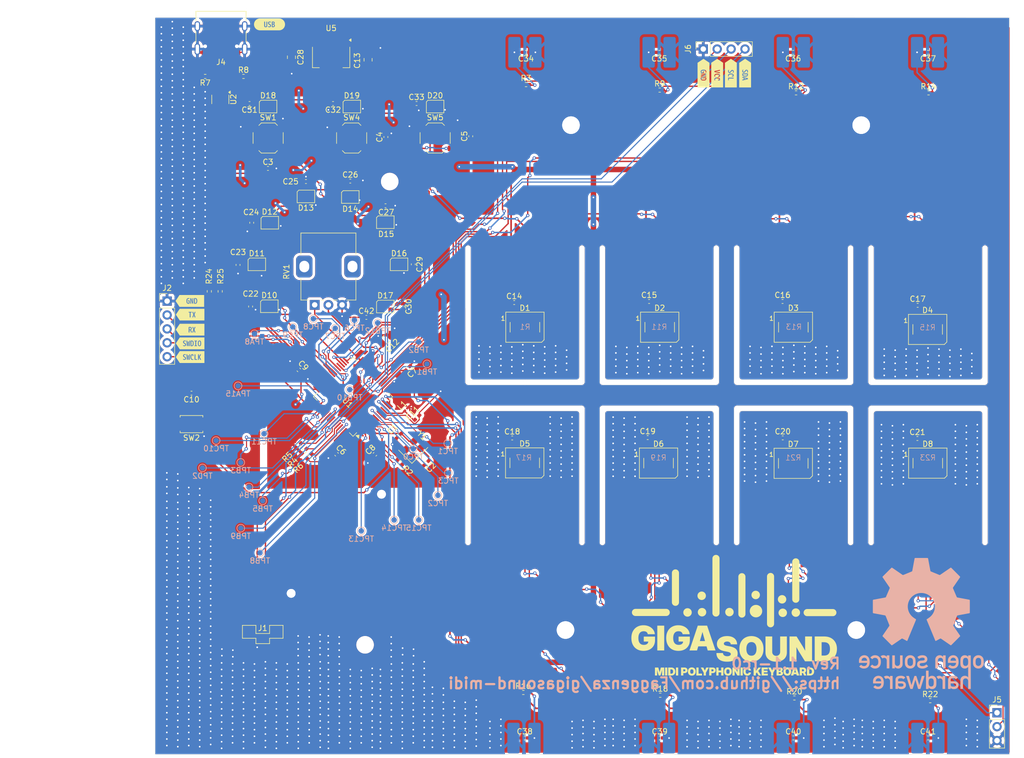
<source format=kicad_pcb>
(kicad_pcb (version 20241229) (generator "pcbnew") (generator_version "9.0")
  (layers (0 "F.Cu" signal) (2 "B.Cu" signal) (13 "F.Paste" user) (15 "B.Paste" user) (5 "F.SilkS" user "F.Silkscreen") (7 "B.SilkS" user "B.Silkscreen") (1 "F.Mask" user) (3 "B.Mask" user) (25 "Edge.Cuts" user))
  (net 0 "")
  (net 1 "/OSC_IN")
  (net 2 "GND")
  (net 3 "Net-(C2-Pad2)")
  (net 4 "/PLAY")
  (net 5 "/STOP")
  (net 6 "/MODE")
  (net 7 "3.3V")
  (net 8 "Net-(U1-NRST)")
  (net 9 "VDDA")
  (net 10 "Net-(U1-VCAP1)")
  (net 11 "5V")
  (net 12 "/LED_IN")
  (net 13 "Net-(D1-DOUT)")
  (net 14 "Net-(D2-DOUT)")
  (net 15 "Net-(D3-DOUT)")
  (net 16 "Net-(D4-DOUT)")
  (net 17 "Net-(D5-DOUT)")
  (net 18 "Net-(D6-DOUT)")
  (net 19 "Net-(D7-DOUT)")
  (net 20 "/LED_5050x8/LED_IN")
  (net 21 "Net-(D10-DOUT)")
  (net 22 "Net-(D11-DOUT)")
  (net 23 "Net-(D12-DOUT)")
  (net 24 "Net-(D13-DOUT)")
  (net 25 "Net-(D14-DOUT)")
  (net 26 "Net-(D15-DOUT)")
  (net 27 "Net-(D16-DOUT)")
  (net 28 "/LED_2020_Trimmer/LED_OUT")
  (net 29 "Net-(D18-DOUT)")
  (net 30 "Net-(D19-DOUT)")
  (net 31 "/LED_5050x8/LED_OUT")
  (net 32 "/USB_D-")
  (net 33 "Net-(J4-CC2)")
  (net 35 "/USB_D+")
  (net 37 "Net-(J4-CC1)")
  (net 38 "/ADC_CH0")
  (net 39 "/OSC_OUT")
  (net 40 "/SDA")
  (net 41 "/SCL")
  (net 42 "Net-(U1-BOOT0)")
  (net 43 "/ADC_CH1")
  (net 44 "/ADC_CH2")
  (net 45 "/ADC_CH3")
  (net 46 "/ADC_CH4")
  (net 47 "/ADC_CH5")
  (net 48 "/ADC_CH6")
  (net 49 "/ADC_CH7")
  (net 50 "Net-(U1-PA12)")
  (net 51 "Net-(U1-PA11)")
  (net 52 "/ADC_CH8")
  (net 53 "Net-(U1-PA8)")
  (net 54 "Net-(U1-PA15)")
  (net 55 "Net-(U1-PB1)")
  (net 56 "Net-(U1-PB2)")
  (net 57 "Net-(U1-PB3)")
  (net 58 "Net-(U1-PB4)")
  (net 59 "Net-(U1-PB5)")
  (net 60 "Net-(U1-PB8)")
  (net 61 "Net-(U1-PB9)")
  (net 62 "Net-(U1-PB10)")
  (net 63 "Net-(U1-PB12)")
  (net 64 "Net-(U1-PC0)")
  (net 65 "Net-(U1-PC1)")
  (net 66 "Net-(U1-PC2)")
  (net 67 "Net-(U1-PC3)")
  (net 68 "Net-(U1-PC6)")
  (net 69 "Net-(U1-PC7)")
  (net 70 "Net-(U1-PC8)")
  (net 71 "Net-(U1-PC9)")
  (net 72 "Net-(U1-PC10)")
  (net 73 "Net-(U1-PC11)")
  (net 74 "Net-(U1-PC13)")
  (net 75 "Net-(U1-PC14)")
  (net 76 "Net-(U1-PC15)")
  (net 77 "Net-(U1-PD2)")
  (net 78 "/TX")
  (net 79 "/ADC_CH14")
  (net 80 "/SWDIO")
  (net 81 "/RX")
  (net 82 "/ADC_CH15")
  (net 83 "/SWCLK")
  (net 85 "Net-(J4-D--PadA7)")
  (net 86 "Net-(J4-D+-PadA6)")
  (footprint "Capacitor_SMD:C_0402_1005Metric_Pad0.74x0.62mm_HandSolder" (layer "F.Cu") (at 162.434166 76.1)
    (property "Reference" "C16")
    (property "Value" "100n")
  )
  (footprint "kibuzzard-682F3431" (layer "F.Cu") (at 54.25 78.5)
    (property "Reference" "kibuzzard-682F3431" (hide yes))
    (property "Value" "G***" (hide yes))
  )
  (footprint "LED_SMD:LED_WS2812B_PLCC4_5.0x5.0mm_P3.2mm" (layer "F.Cu") (at 164.39 105.655)
    (property "Reference" "D7")
    (property "Value" "WS2812B")
  )
  (footprint "Connector_USB:USB_C_Receptacle_G-Switch_GT-USB-7010ASV" (layer "F.Cu") (at 59.89 26.895 180)
    (property "Reference" "J4")
    (property "Value" "USB_C_Receptacle_USB2.0_16P")
  )
  (footprint "Capacitor_SMD:C_0402_1005Metric_Pad0.74x0.62mm_HandSolder" (layer "F.Cu") (at 86.4325 79)
    (property "Reference" "C42")
    (property "Value" "DNF")
  )
  (footprint "LED_SMD:LED_WS2812B_PLCC4_5.0x5.0mm_P3.2mm" (layer "F.Cu") (at 139.79 105.615)
    (property "Reference" "D6")
    (property "Value" "WS2812B")
  )
  (footprint "kibuzzard-68303C33" (layer "F.Cu") (at 153 34.4 -90)
    (property "Reference" "kibuzzard-68303C33" (hide yes))
    (property "Value" "G***" (hide yes))
  )
  (footprint "Capacitor_SMD:C_0402_1005Metric_Pad0.74x0.62mm_HandSolder" (layer "F.Cu") (at 80.35 39.95 180)
    (property "Reference" "C32")
    (property "Value" "100n")
  )
  (footprint "Capacitor_SMD:C_0402_1005Metric_Pad0.74x0.62mm_HandSolder" (layer "F.Cu") (at 113.0675 101.025)
    (property "Reference" "C18")
    (property "Value" "100n")
  )
  (footprint "Capacitor_SMD:C_0805_2012Metric_Pad1.18x1.45mm_HandSolder" (layer "F.Cu") (at 86.75 31.9625 90)
    (property "Reference" "C13")
    (property "Value" "10u")
  )
  (footprint "kibuzzard-682F3442" (layer "F.Cu") (at 54.25 86.25)
    (property "Reference" "kibuzzard-682F3442" (hide yes))
    (property "Value" "G***" (hide yes))
  )
  (footprint "Resistor_SMD:R_0402_1005Metric_Pad0.72x0.64mm_HandSolder" (layer "F.Cu") (at 115.5975 36.5)
    (property "Reference" "R3")
    (property "Value" "10K")
  )
  (footprint "Capacitor_SMD:C_0402_1005Metric_Pad0.74x0.62mm_HandSolder" (layer "F.Cu") (at 88 104 45)
    (property "Reference" "C8")
    (property "Value" "100nF")
  )
  (footprint "LED_SMD:LED_WS2812B_PLCC4_5.0x5.0mm_P3.2mm" (layer "F.Cu") (at 188.96 105.625)
    (property "Reference" "D8")
    (property "Value" "WS2812B")
  )
  (footprint "Capacitor_SMD:C_0402_1005Metric_Pad0.74x0.62mm_HandSolder" (layer "F.Cu") (at 137.8075 100.965)
    (property "Reference" "C19")
    (property "Value" "100n")
  )
  (footprint "Button_Switch_SMD:SW_SPST_TL3342" (layer "F.Cu") (at 99 46.25)
    (property "Reference" "SW5")
    (property "Value" "MODE")
  )
  (footprint "Package_QFP:LQFP-64_10x10mm_P0.5mm" (layer "F.Cu") (at 84 93.5 180)
    (property "Reference" "U1")
    (property "Value" "STM32F401RETx")
  )
  (footprint "Crystal:Crystal_SMD_3225-4Pin_3.2x2.5mm" (layer "F.Cu") (at 95 103 45)
    (property "Reference" "Y1")
    (property "Value" "12MHz")
  )
  (footprint "Capacitor_SMD:C_0402_1005Metric_Pad0.74x0.62mm_HandSolder" (layer "F.Cu") (at 113.4325 76.3)
    (property "Reference" "C14")
    (property "Value" "100n")
  )
  (footprint "Resistor_SMD:R_0402_1005Metric_Pad0.72x0.64mm_HandSolder" (layer "F.Cu") (at 57.75 74.25 90)
    (property "Reference" "R24")
    (property "Value" "0")
  )
  (footprint "Inductor_SMD:L_0201_0603Metric_Pad0.64x0.40mm_HandSolder" (layer "F.Cu") (at 93.694177 95.805823 90)
    (property "Reference" "L1")
    (property "Value" "600R")
  )
  (footprint "LED_SMD:LED_WS2812B-2020_PLCC4_2.0x2.0mm" (layer "F.Cu") (at 83.5 57.02)
    (property "Reference" "D14")
    (property "Value" "WS2812B")
  )
  (footprint "kibuzzard-682F3436" (layer "F.Cu") (at 54.25 81.25)
    (property "Reference" "kibuzzard-682F3436" (hide yes))
    (property "Value" "G***" (hide yes))
  )
  (footprint "Capacitor_SMD:C_0402_1005Metric_Pad0.74x0.62mm_HandSolder" (layer "F.Cu") (at 65.5 61.72 -90)
    (property "Reference" "C24")
    (property "Value" "100n")
  )
  (footprint "Connector_PinHeader_2.54mm:PinHeader_1x03_P2.54mm_Vertical" (layer "F.Cu") (at 201.6 151.2)
    (property "Reference" "J5")
    (property "Value" "PIN_LED_OUT")
  )
  (footprint "Capacitor_SMD:C_0402_1005Metric_Pad0.74x0.62mm_HandSolder" (layer "F.Cu") (at 81 104 -45)
    (property "Reference" "C6")
    (property "Value" "100nF")
  )
  (footprint "Capacitor_SMD:C_0402_1005Metric_Pad0.74x0.62mm_HandSolder" (layer "F.Cu") (at 189 30.6 180)
    (property "Reference" "C37")
    (property "Value" "DNF")
  )
  (footprint "Capacitor_SMD:C_0402_1005Metric_Pad0.74x0.62mm_HandSolder" (layer "F.Cu") (at 164.3675 30.6 180)
    (property "Reference" "C36")
    (property "Value" "DNF")
  )
  (footprint "Capacitor_SMD:C_0402_1005Metric_Pad0.74x0.62mm_HandSolder" (layer "F.Cu") (at 164.4 155.8)
    (property "Reference" "C40")
    (property "Value" "DNF")
  )
  (footprint "Capacitor_SMD:C_0402_1005Metric_Pad0.74x0.62mm_HandSolder" (layer "F.Cu") (at 90 46.0675 90)
    (property "Reference" "C4")
    (property "Value" "100nF")
  )
  (footprint "Resistor_SMD:R_0402_1005Metric_Pad0.72x0.64mm_HandSolder" (layer "F.Cu") (at 76.077504 104.422496 45)
    (property "Reference" "R6")
    (property "Value" "10K")
  )
  (footprint "Capacitor_SMD:C_0402_1005Metric_Pad0.74x0.62mm_HandSolder" (layer "F.Cu") (at 139.925 30.6 180)
    (property "Reference" "C35")
    (property "Value" "DNF")
  )
  (footprint "MountingHole:MountingHole_3.2mm_M3" (layer "F.Cu") (at 175.9 136.1)
    (property "Reference" "REF**")
    (property "Value" "MountingHole_3.2mm_M3")
  )
  (footprint "LED_SMD:LED_WS2812B-2020_PLCC4_2.0x2.0mm" (layer "F.Cu") (at 98.985 40.5)
    (property "Reference" "D20")
    (property "Value" "WS2812B")
  )
  (footprint "Capacitor_SMD:C_0402_1005Metric_Pad0.74x0.62mm_HandSolder" (layer "F.Cu") (at 75.4 54.198204)
    (property "Reference" "C25")
    (property "Value" "100n")
  )
  (footprint "Capacitor_SMD:C_0402_1005Metric_Pad0.74x0.62mm_HandSolder" (layer "F.Cu") (at 89.9325 58.62)
    (property "Reference" "C27")
    (property "Value" "100n")
  )
  (footprint "Capacitor_SMD:C_0402_1005Metric_Pad0.74x0.62mm_HandSolder" (layer "F.Cu") (at 65.3 77.02 -90)
    (property "Reference" "C22")
    (property "Value" "100n")
  )
  (footprint "Resistor_SMD:R_0402_1005Metric_Pad0.72x0.64mm_HandSolder" (layer "F.Cu") (at 64 35)
    (property "Reference" "R8")
    (property "Value" "5.1k")
  )
  (footprint "LED_SMD:LED_WS2812B-2020_PLCC4_2.0x2.0mm" (layer "F.Cu") (at 83.785 40.5)
    (property "Reference" "D19")
    (property "Value" "WS2812B")
  )
  (footprint "Capacitor_SMD:C_0402_1005Metric_Pad0.74x0.62mm_HandSolder" (layer "F.Cu") (at 138.0675 76.1)
    (property "Reference" "C15")
    (property "Value" "100n")
  )
  (footprint "Capacitor_SMD:C_0402_1005Metric_Pad0.74x0.62mm_HandSolder" (layer "F.Cu") (at 65.1 39.95 180)
    (property "Reference" "C31")
    (property "Value" "100n")
  )
  (footprint "Resistor_SMD:R_0402_1005Metric_Pad0.72x0.64mm_HandSolder" (layer "F.Cu") (at 92.5 105.5 135)
    (property "Reference" "R2")
    (property "Value" "1K")
  )
  (footprint "Resistor_SMD:R_0402_1005Metric_Pad0.72x0.64mm_HandSolder" (layer "F.Cu") (at 164.5975 148.5)
    (property "Reference" "R20")
    (property "Value" "10K")
  )
  (footprint "Capacitor_SMD:C_0402_1005Metric_Pad0.74x0.62mm_HandSolder" (layer "F.Cu") (at 92.401283 100.598717 45)
    (property "Reference" "C1")
    (property "Value" "7.5pF")
  )
  (footprint "Resistor_SMD:R_0402_1005Metric_Pad0.72x0.64mm_HandSolder" (layer "F.Cu") (at 189.0975 38)
    (property "Reference" "R14")
    (property "Value" "10K")
  )
  (footprint "LED_SMD:LED_WS2812B_PLCC4_5.0x5.0mm_P3.2mm" (layer "F.Cu") (at 115.391667 80.8)
    (property "Reference" "D1")
    (property "Value" "WS2812B")
  )
  (footprint "LED_SMD:LED_WS2812B-2020_PLCC4_2.0x2.0mm" (layer "F.Cu") (at 92.4 69.32)
    (property "Reference" "D16")
    (property "Value" "WS2812B")
  )
  (footprint "Resistor_SMD:R_0402_1005Metric_Pad0.72x0.64mm_HandSolder" (layer "F.Cu") (at 140 37.5)
    (property "Reference" "R9")
    (property "Value" "10K")
  )
  (footprint "Capacitor_SMD:C_0402_1005Metric_Pad0.74x0.62mm_HandSolder" (layer "F.Cu") (at 93 77.02 -90)
    (property "Reference" "C30")
    (property "Value" "100n")
  )
  (footprint "LED_SMD:LED_WS2812B_PLCC4_5.0x5.0mm_P3.2mm" (layer "F.Cu") (at 164.41 80.8)
    (property "Reference" "D3")
    (property "Value" "WS2812B")
  )
  (footprint "gigalibrary:Joycon-FPC-1x05-P0.5mm" (layer "F.Cu") (at 67.51 137.66 180)
    (property "Reference" "J1")
    (property "Value" "Conn_01x05_Socket_FPC_Joycon")
  )
  (footprint "LED_SMD:LED_WS2812B_PLCC4_5.0x5.0mm_P3.2mm" (layer "F.Cu") (at 115.35 105.575)
    (property "Reference" "D5")
    (property "Value" "WS2812B")
  )
  (footprint "gigalibrary:opensource-logo" (layer "F.Cu") (at 187.6 132)
    (property "Reference" "REF**")
    (property "Value" "opensource-logo")
  )
  (footprint "Capacitor_SMD:C_0402_1005Metric_Pad0.74x0.62mm_HandSolder" (layer "F.Cu") (at 189 155.8)
    (property "Reference" "C41")
    (property "Value" "DNF")
  )
  (footprint "Resistor_SMD:R_0402_1005Metric_Pad0.72x0.64mm_HandSolder" (layer "F.Cu") (at 140.0975 148)
    (property "Reference" "R18")
    (property "Value" "10K")
  )
  (footprint "Button_Switch_SMD:SW_SPST_TL3342" (layer "F.Cu") (at 68.5 46.25)
    (property "Reference" "SW1")
    (property "Value" "PLAY")
  )
  (footprint "Resistor_SMD:R_0402_1005Metric_Pad0.72x0.64mm_HandSolder" (layer "F.Cu") (at 59.739999 74.25 90)
    (property "Reference" "R25")
    (property "Value" "0")
  )
  (footprint "Capacitor_SMD:C_0805_2012Metric_Pad1.18x1.45mm_HandSolder" (layer "F.Cu") (at 90 83 -135)
    (property "Reference" "C12")
    (property "Value" "4.7uF")
  )
  (footprint "Connector_PinHeader_2.54mm:PinHeader_1x05_P2.54mm_Vertical" (layer "F.Cu") (at 50.05 76.03)
    (property "Reference" "J2")
    (property "Value" "Conn_01x05_Socket_UART")
  )
  (footprint "Package_TO_SOT_SMD:SOT-223-3_TabPin2" (layer "F.Cu") (at 80 31.5 -90)
    (property "Reference" "U5")
    (property "Value" "AMS1117-3.3")
  )
  (footprint "Capacitor_SMD:C_0402_1005Metric_Pad0.74x0.62mm_HandSolder" (layer "F.Cu") (at 162.4725 101.005)
    (property "Reference" "C20")
    (property "Value" "100n")
  )
  (footprint "kibuzzard-68303C3B" (layer "F.Cu") (at 155.6 34.4 -90)
    (property "Reference" "kibuzzard-68303C3B" (hide yes))
    (property "Value" "G***" (hide yes))
  )
  (footprint "LED_SMD:LED_WS2812B-2020_PLCC4_2.0x2.0mm" (layer "F.Cu") (at 89.9 61.62)
    (property "Reference" "D15")
    (property "Value" "WS2812B")
  )
  (footprint "gigalibrary:PinSocket_1x04_P2.54mm_Vertical_OLED_0.96inch" (layer "F.Cu") (at 152.0875 28.72)
    (property "Reference" "J6")
    (property "Value" "Conn_01x04_Socket_OLED")
  )
  (footprint "Capacitor_SMD:C_0402_1005Metric_Pad0.74x0.62mm_HandSolder" (layer "F.Cu") (at 74.098717 88.598717 -45)
    (property "Reference" "C9")
    (property "Value" "100nF")
  )
  (footprint "Capacitor_SMD:C_0402_1005Metric_Pad0.74x0.62mm_HandSolder" (layer "F.Cu") (at 54.5 92.843147 -135)
    (property "Reference" "C10")
    (property "Value" "100nF")
  )
  (footprint "LED_SMD:LED_WS2812B-2020_PLCC4_2.0x2.0mm" (layer "F.Cu") (at 66.436693 69.32)
    (property "Reference" "D11")
    (property "Value" "WS2812B")
  )
  (footprint "Capacitor_SMD:C_0402_1005Metric_Pad0.74x0.62mm_HandSolder" (layer "F.Cu") (at 83.5 54.12)
    (property "Reference" "C26")
    (property "Value" "100n")
  )
  (footprint "gigalibrary:gigasound-logo" (layer "F.Cu") (at 148.913452 142.488794)
    (property "Reference" "REF**")
    (property "Value" "gigasound-logo")
  )
  (footprint "Capacitor_SMD:C_0402_1005Metric_Pad0.74x0.62mm_HandSolder" (layer "F.Cu") (at 95.6 39.95)
    (property "Reference" "C33")
    (property "Value" "100n")
  )
  (footprint "MountingHole:MountingHole_3.2mm_M3" (layer "F.Cu") (at 123.8 43.9)
    (property "Reference" "REF**")
    (property "Value" "MountingHole_3.2mm_M3")
  )
  (footprint "kibuzzard-682F3456" (layer "F.Cu") (at 68.75 25.5)
    (property "Reference" "kibuzzard-682F3456" (hide yes))
    (property "Value" "G***" (hide yes))
  )
  (footprint "Capacitor_SMD:C_0402_1005Metric_Pad0.74x0.62mm_HandSolder" (layer "F.Cu") (at 97.401283 105.598717 -135)
    (property "Reference" "C2")
    (property "Value" "7.5pF")
  )
  (footprint "MountingHole:MountingHole_3.2mm_M3" (layer "F.Cu") (at 122.8 136.1)
    (property "Reference" "REF**")
    (property "Value" "MountingHole_3.2mm_M3")
  )
  (footprint "Package_TO_SOT_SMD:SOT-23-6" (layer "F.Cu") (at 59.7625 39.2 -90)
    (property "Reference" "U2")
    (property "Value" "USBLC6-2SC6")
  )
  (footprint "Capacitor_SMD:C_0402_1005Metric_Pad0.74x0.62mm_HandSolder" (layer "F.Cu") (at 95.694177 97.305823 45)
    (property "Reference" "C11")
    (property "Value" "100nF")
  )
  (footprint "Capacitor_SMD:C_0402_1005Metric_Pad0.74x0.62mm_HandSolder" (layer "F.Cu") (at 63 69.42 -90)
    (property "Reference" "C23")
    (property "Value" "100n")
  )
  (footprint "Capacitor_SMD:C_0402_1005Metric_Pad0.74x0.62mm_HandSolder" (layer "F.Cu") (at 94 88.3 -135)
    (property "Reference" "C7")
    (property "Value" "100nF")
  )
  (footprint "kibuzzard-682F341C" (layer "F.Cu") (at 54.2 76)
    (property "Reference" "kibuzzard-682F341C" (hide yes))
    (property "Value" "G***" (hide yes))
  )
  (footprint "Capacitor_SMD:C_0402_1005Metric_Pad0.74x0.62mm_HandSolder" (layer "F.Cu") (at 115.5825 30.6 180)
    (property "Reference" "C34")
    (property "Value" "DNF")
  )
  (footprint "Capacitor_SMD:C_0402_1005Metric_Pad0.74x0.62mm_HandSolder" (layer "F.Cu") (at 115.35 155.8)
    (property "Reference" "C38")
    (property "Value" "DNF")
  )
  (footprint "Capacitor_SMD:C_0402_1005Metric_Pad0.74x0.62mm_HandSolder" (layer "F.Cu") (at 187.06 101.125)
    (property "Reference" "C21")
    (property "Value" "100n")
  )
  (footprint "Capacitor_SMD:C_0805_2012Metric_Pad1.18x1.45mm_HandSolder" (layer "F.Cu") (at 72.75 31.5 -90)
    (property "Reference" "C28")
    (property "Value" "10u")
  )
  (footprint "LED_SMD:LED_WS2812B-2020_PLCC4_2.0x2.0mm" (layer "F.Cu") (at 68.715 76.97)
    (property "Reference" "D10")
    (property "Value" "WS2812B")
  )
  (footprint "LED_SMD:LED_WS2812B-2020_PLCC4_2.0x2.0mm" (layer "F.Cu") (at 89.9 77.02)
    (property "Reference" "D17")
    (property "Value" "WS2812B")
  )
  (footprint "MountingHole:MountingHole_3.2mm_M3" (layer "F.Cu") (at 176.8 43.9)
    (property "Reference" "REF**")
    (property "Value" "MountingHole_3.2mm_M3")
  )
  (footprint "kibuzzard-68303C17" (layer "F.Cu") (at 150.5 34.4 -90)
    (property "Reference" "kibuzzard-68303C17" (hide yes))
    (property "Value" "G***" (hide yes))
  )
  (footprint "kibuzzard-682F343C" (layer "F.Cu") (at 54.25 83.75)
    (property "Reference" "kibuzzard-682F343C" (hide yes))
    (property "Value" "G***" (hide yes))
  )
  (footprint "MountingHole:MountingHole_3.2mm_M3" (layer "F.Cu") (at 90.7 54.2)
    (property "Reference" "REF**")
    (property "Value" "MountingHole_3.2mm_M3")
  )
  (footprint "Capacitor_SMD:C_0402_1005Metric_Pad0.74x0.62mm_HandSolder" (layer "F.Cu") (at 68.4675 51.8)
    (property "Reference" "C3")
    (property "Value" "100nF")
  )
  (footprint "Capacitor_SMD:C_0402_1005Metric_Pad0.74x0.62mm_HandSolder" (layer "F.Cu") (at 95 69.32 -90)
    (property "Reference" "C29")
    (property "Value" "100n")
  )
  (footprint "Resistor_SMD:R_0402_1005Metric_Pad0.72x0.64mm_HandSolder" (layer "F.Cu") (at 74.077504 102.422496 45)
    (property "Reference" "R5")
    (property "Value" "10K")
  )
  (footprint "Capacitor_SMD:C_0402_1005Metric_Pad0.74x0.62mm_HandSolder" (layer "F.Cu") (at 187.113333 76.8)
    (property "Reference" "C17")
    (property "Value" "100n")
  )
  (footprint "LED_SMD:LED_WS2812B_PLCC4_5.0x5.0mm_P3.2mm" (layer "F.Cu") (at 140 80.8)
    (property "Reference" "D2")
    (property "Value" "WS2812B")
  )
  (footprint "Potentiometer_THT:Potentiometer_Alps_RK09K_Single_Vertical" (layer "F.Cu") (at 77 76.72 90)
    (property "Reference" "RV1")
    (property "Value" "100K")
  )
  (footprint "Button_Switch_SMD:SW_SPST_TL3342" (layer "F.Cu") (at 83.75 46.25)
    (property "Reference" "SW4")
    (property "Value" "STOP")
  )
  (footprint "Resistor_SMD:R_0402_1005Metric_Pad0.72x0.64mm_HandSolder" (layer "F.Cu") (at 57 35 180)
    (property "Reference" "R7")
    (property "Value" "5.1k")
  )
  (footprint "Button_Switch_SMD:SW_Push_SPST_NO_Alps_SKRK" (layer "F.Cu") (at 54.5 98.5 -135)
    (property "Reference" "SW2")
    (property "Value" "Reset")
  )
  (footprint "Resistor_SMD:R_0402_1005Metric_Pad0.72x0.64mm_HandSolder" (layer "F.Cu") (at 189.4025 149)
    (property "Reference" "R22")
    (property "Value" "10K")
  )
  (footprint "kibuzzard-682F341C" (layer "F.Cu") (at 148 34.4 -90)
    (property "Reference" "kibuzzard-682F341C" (hide yes))
    (property "Value" "G***" (hide yes))
  )
  (footprint "LED_SMD:LED_WS2812B-2020_PLCC4_2.0x2.0mm" (layer "F.Cu") (at 68.485 40.5)
    (property "Reference" "D18")
    (property "Value" "WS2812B")
  )
  (footprint "LED_SMD:LED_WS2812B_PLCC4_5.0x5.0mm_P3.2mm" (layer "F.Cu") (at 188.93 81.2)
    (property "Reference" "D4")
    (property "Value" "WS2812B")
  )
  (footprint "Capacitor_SMD:C_0402_1005Metric_Pad0.74x0.62mm_HandSolder" (layer "F.Cu") (at 105.5 45.9325 90)
    (property "Reference" "C5")
    (property "Value" "100nF")
  )
  (footprint "Resistor_SMD:R_0402_1005Metric_Pad0.72x0.64mm_HandSolder" (layer "F.Cu") (at 75.077504 103.422496 45)
    (property "Reference" "R4")
    (property "Value" "10K")
  )
  (footprint "LED_SMD:LED_WS2812B-2020_PLCC4_2.0x2.0mm" (layer "F.Cu") (at 75.4 56.92)
    (property "Reference" "D13")
    (property "Value" "WS2812B")
  )
  (footprint "Capacitor_SMD:C_0402_1005Metric_Pad0.74x0.62mm_HandSolder" (layer "F.Cu") (at 140 155.8)
    (property "Reference" "C39")
    (property "Value" "DNF")
  )
  (footprint "LED_SMD:LED_WS2812B-2020_PLCC4_2.0x2.0mm" (layer "F.Cu") (at 68.8 61.72)
    (property "Reference" "D12")
    (property "Value" "WS2812B")
  )
  (footprint "MountingHole:MountingHole_3.2mm_M3" (layer "F.Cu") (at 86.2 138.8)
    (property "Reference" "REF**")
    (property "Value" "MountingHole_3.2mm_M3")
  )
  (footprint "Resistor_SMD:R_0402_1005Metric_Pad0.72x0.64mm_HandSolder" (layer "F.Cu") (at 115.0975 147.5)
    (property "Reference" "R16")
    (property "Value" "10K")
  )
  (footprint "Resistor_SMD:R_0402_1005Metric_Pad0.72x0.64mm_HandSolder" (layer "F.Cu") (at 164.9025 38)
    (property "Reference" "R12")
    (property "Value" "10K")
  )
  (footprint "gigalibrary:FSR402" (layer "B.Cu") (at 115.4 80.8)
    (property "Reference" "R1")
    (property "Value" "R_Variable")
  )
  (footprint "TestPoint:TestPoint_Pad_D1.0mm" (layer "B.Cu") (at 99.5 111.5)
    (property "Reference" "TPC2")
    (property "Value" "~")
  )
  (footprint "TestPoint:TestPoint_Pad_D1.0mm" (layer "B.Cu") (at 85.5 118)
    (property "Reference" "TPC13")
    (property "Value" "~")
  )
  (footprint "TestPoint:TestPoint_Pad_D1.0mm" (layer "B.Cu") (at 73 80.75)
    (property "Reference" "TPC9")
    (property "Value" "~")
  )
  (footprint "TestPoint:TestPoint_Pad_D1.0mm" (layer "B.Cu") (at 95 103)
    (property "Reference" "TPC0")
    (property "Value" "~")
  )
  (footprint "TestPoint:TestPoint_Pad_D1.0mm" (layer "B.Cu") (at 65 110)
    (property "Reference" "TPB4")
    (property "Value" "~")
  )
  (footprint "gigalibrary:FSR402" (layer "B.Cu") (at 164.4175 80.8)
    (property "Reference" "R13")
    (property "Value" "R_Variable")
  )
  (footprint "gigalibrary:FSR402" (layer "B.Cu") (at 164.373333 105.625 180)
    (property "Reference" "R21")
    (property "Value" "R_Variable")
  )
  (footprint "TestPoint:TestPoint_Pad_D1.0mm" (layer "B.Cu") (at 91.5 116)
    (property "Reference" "TPC14")
    (property "Value" "~")
  )
  (footprint "gigalibrary:FSR402" (layer "B.Cu") (at 188.92625 80.8)
    (property "Reference" "R15")
    (property "Value" "R_Variable")
  )
  (footprint "TestPoint:TestPoint_Pad_D1.0mm" (layer "B.Cu") (at 83.4 92.2)
    (property "Reference" "TPB10")
    (property "Value" "~")
  )
  (footprint "TestPoint:TestPoint_Pad_D1.0mm" (layer "B.Cu") (at 96 116)
    (property "Reference" "TPC15")
    (property "Value" "~")
  )
  (footprint "TestPoint:TestPoint_Pad_D1.0mm" (layer "B.Cu") (at 67 122)
    (property "Reference" "TPB8")
    (property "Value" "~")
  )
  (footprint "TestPoint:TestPoint_Pad_D1.0mm" (layer "B.Cu") (at 76.75 79.25)
    (property "Reference" "TPC8")
    (property "Value" "~")
  )
  (footprint "TestPoint:TestPoint_Pad_D1.0mm" (layer "B.Cu") (at 67.75 100.25)
    (property "Reference" "TPC11")
    (property "Value" "~")
  )
  (footprint "TestPoint:TestPoint_Pad_D1.0mm" (layer "B.Cu") (at 63.5 117.5)
    (property "Reference" "TPB9")
    (property "Value" "~")
  )
  (footprint "gigalibrary:FSR402" (layer "B.Cu") (at 139.90875 80.8)
    (property "Reference" "R11")
    (property "Value" "R_Variable")
  )
  (footprint "TestPoint:TestPoint_Pad_D1.0mm" (layer "B.Cu") (at 97.5 87.5)
    (property "Reference" "TPB1")
    (property "Value" "~")
  )
  (footprint "TestPoint:TestPoint_Pad_D1.0mm" (layer "B.Cu") (at 101.3 102)
    (property "Reference" "TPC1")
    (property "Value" "~")
  )
  (footprint "TestPoint:TestPoint_Pad_D1.0mm" (layer "B.Cu") (at 56.5 106.5)
    (property "Reference" "TPD2")
    (property "Value" "~")
  )
  (footprint "gigalibrary:FSR402" (layer "B.Cu") (at 188.96 105.625 180)
    (property "Reference" "R23")
    (property "Value" "R_Variable")
  )
  (footprint "TestPoint:TestPoint_Pad_D1.0mm" (layer "B.Cu") (at 80.75 81)
    (property "Reference" "TPC7")
    (property "Value" "~")
  )
  (footprint "TestPoint:TestPoint_Pad_D1.0mm" (layer "B.Cu") (at 63.5 105.5)
    (property "Reference" "TPB3")
    (property "Value" "~")
  )
  (footprint "gigalibrary:FSR402" (layer "B.Cu") (at 115.2 105.625 180)
    (property "Reference" "R17")
    (property "Value" "R_Variable")
  )
  (footprint "gigalibrary:FSR402" (layer "B.Cu") (at 139.786667 105.625 180)
    (property "Reference" "R19")
    (property "Value" "R_Variable")
  )
  (footprint "TestPoint:TestPoint_Pad_D1.0mm" (layer "B.Cu") (at 59 101.5)
    (property "Reference" "TPC10")
    (property "Value" "~")
  )
  (footprint "TestPoint:TestPoint_Pad_D1.0mm" (layer "B.Cu") (at 84.25 79.5)
    (property "Reference" "TPC6")
    (property "Value" "~")
  )
  (footprint "TestPoint:TestPoint_Pad_D1.0mm" (layer "B.Cu") (at 63 91.5)
    (property "Reference" "TPA15")
    (property "Value" "~")
  )
  (footprint "TestPoint:TestPoint_Pad_D1.0mm" (layer "B.Cu") (at 66 82)
    (property "Reference" "TPA8")
    (property "Value" "~")
  )
  (footprint "TestPoint:TestPoint_Pad_D1.0mm" (layer "B.Cu") (at 67.5 112.5)
    (property "Reference" "TPB5")
    (property "Value" "~")
  )
  (footprint "TestPoint:TestPoint_Pad_D1.0mm" (layer "B.Cu") (at 88.5 80)
    (property "Reference" "TPB12")
    (property "Value" "~")
  )
  (footprint "TestPoint:TestPoint_Pad_D1.0mm" (layer "B.Cu") (at 101.4 107.4)
    (property "Reference" "TPC3")
    (property "Value" "~")
  )
  (footprint "TestPoint:TestPoint_Pad_D1.0mm" (layer "B.Cu") (at 96 83.5)
    (property "Reference" "TPB2")
    (property "Value" "~")
  )
  (gr_line (start 179.6 96.104029) (end 180.85 96.104029) (stroke (width 0.05)) (layer "Edge.Cuts"))
  (gr_arc (start 126.3 90.85) (mid 126.098409 91.21931) (end 125.699812 91.354029) (stroke (width 0.05)) (layer "Edge.Cuts"))
  (gr_line (start 164.466847 91.354029) (end 154.166843 91.354029) (stroke (width 0.05)) (layer "Edge.Cuts"))
  (gr_line (start 129.033333 90.6) (end 129.033333 90.85) (stroke (width 0.05)) (layer "Edge.Cuts"))
  (gr_line (start 153.566667 95.854029) (end 153.566667 105.854029) (stroke (width 0.05)) (layer "Edge.Cuts"))
  (gr_line (start 150.833333 95.854029) (end 150.833333 105.854029) (stroke (width 0.05)) (layer "Edge.Cuts"))
  (gr_line (start 174.366667 89.6) (end 174.366667 89.85) (stroke (width 0.05)) (layer "Edge.Cuts"))
  (gr_line (start 104.5 105.854029) (end 104.5 115.854029) (stroke (width 0.05)) (layer "Edge.Cuts"))
  (gr_arc (start 198.4 96.104029) (mid 198.753553 96.250476) (end 198.9 96.604029) (stroke (width 0.05)) (layer "Edge.Cuts"))
  (gr_line (start 154.566667 96.854029) (end 154.566667 96.604029) (stroke (width 0.05)) (layer "Edge.Cuts"))
  (gr_line (start 139.933153 91.354029) (end 150.233157 91.354029) (stroke (width 0.05)) (layer "Edge.Cuts"))
  (gr_line (start 180.85 96.104029) (end 189 96.104029) (stroke (width 0.05)) (layer "Edge.Cuts"))
  (gr_line (start 107.25 96.104029) (end 115.4 96.104029) (stroke (width 0.05)) (layer "Edge.Cuts"))
  (gr_arc (start 154.166855 91.354029) (mid 153.768258 91.21931) (end 153.566667 90.85) (stroke (width 0.05)) (layer "Edge.Cuts"))
  (gr_line (start 178.1 90.6) (end 178.1 80.6) (stroke (width 0.05)) (layer "Edge.Cuts"))
  (gr_arc (start 125.3 66.35) (mid 125.8 65.85) (end 126.3 66.35) (stroke (width 0.05)) (layer "Edge.Cuts"))
  (gr_line (start 199.9 90.6) (end 199.9 80.6) (stroke (width 0.05)) (layer "Edge.Cuts"))
  (gr_line (start 198.4 96.104029) (end 197.15 96.104029) (stroke (width 0.05)) (layer "Edge.Cuts"))
  (gr_line (start 123.55 90.35) (end 115.4 90.35) (stroke (width 0.05)) (layer "Edge.Cuts"))
  (gr_line (start 105.5 120.104029) (end 105.5 96.854029) (stroke (width 0.05)) (layer "Edge.Cuts"))
  (gr_line (start 164.466487 91.354029) (end 174.766491 91.354029) (stroke (width 0.05)) (layer "Edge.Cuts"))
  (gr_line (start 153.566667 90.6) (end 153.566667 90.85) (stroke (width 0.05)) (layer "Edge.Cuts"))
  (gr_line (start 115.40018 95.1) (end 105.100176 95.1) (stroke (width 0.05)) (layer "Edge.Cuts"))
  (gr_line (start 105.5 66.35) (end 105.5 89.6) (stroke (width 0.05)) (layer "Edge.Cuts"))
  (gr_line (start 123.55 96.104029) (end 115.4 96.104029) (stroke (width 0.05)) (layer "Edge.Cuts"))
  (gr_line (start 178.1 95.854029) (end 178.1 105.854029) (stroke (width 0.05)) (layer "Edge.Cuts"))
  (gr_arc (start 178.700188 91.354029) (mid 178.301591 91.21931) (end 178.1 90.85) (stroke (width 0.05)) (layer "Edge.Cuts"))
  (gr_arc (start 125.3 89.85) (mid 125.153553 90.203553) (end 124.8 90.35) (stroke (width 0.05)) (layer "Edge.Cuts"))
  (gr_line (start 115.39982 91.354029) (end 125.699824 91.354029) (stroke (width 0.05)) (layer "Edge.Cuts"))
  (gr_line (start 150.833333 90.6) (end 150.833333 80.6) (stroke (width 0.05)) (layer "Edge.Cuts"))
  (gr_line (start 154.566667 66.35) (end 154.566667 89.6) (stroke (width 0.05)) (layer "Edge.Cuts"))
  (gr_arc (start 130.033333 96.604029) (mid 130.179782 96.250487) (end 130.533333 96.104029) (stroke (width 0.05)) (layer "Edge.Cuts"))
  (gr_line (start 129.033333 95.854029) (end 129.033333 95.604029) (stroke (width 0.05)) (layer "Edge.Cuts"))
  (gr_arc (start 179.1 96.604029) (mid 179.246447 96.250476) (end 179.6 96.104029) (stroke (width 0.05)) (layer "Edge.Cuts"))
  (gr_line (start 126.3 70.6) (end 126.3 66.35) (stroke (width 0.05)) (layer "Edge.Cuts"))
  (gr_arc (start 154.566667 96.604029) (mid 154.713112 96.250464) (end 155.066667 96.104029) (stroke (width 0.05)) (layer "Edge.Cuts"))
  (gr_arc (start 174.366667 66.35) (mid 174.866667 65.85) (end 175.366667 66.35) (stroke (width 0.05)) (layer "Edge.Cuts"))
  (gr_line (start 155.066667 96.104029) (end 156.316667 96.104029) (stroke (width 0.05)) (layer "Edge.Cuts"))
  (gr_arc (start 153.566667 95.604029) (mid 153.768251 95.234701) (end 154.166855 95.1) (stroke (width 0.05)) (layer "Edge.Cuts"))
  (gr_line (start 180.85 90.35) (end 189 90.35) (stroke (width 0.05)) (layer "Edge.Cuts"))
  (gr_line (start 126.3 90.6) (end 126.3 80.6) (stroke (width 0.05)) (layer "Edge.Cuts"))
  (gr_line (start 150.833333 115.854029) (end 150.833333 120.104029) (stroke (width 0.05)) (layer "Edge.Cuts"))
  (gr_line (start 173.866667 96.104029) (end 172.616667 96.104029) (stroke (width 0.05)) (layer "Edge.Cuts"))
  (gr_line (start 131.783333 96.104029) (end 139.933333 96.104029) (stroke (width 0.05)) (layer "Edge.Cuts"))
  (gr_arc (start 173.866667 96.104029) (mid 174.220242 96.250464) (end 174.366667 96.604029) (stroke (width 0.05)) (layer "Edge.Cuts"))
  (gr_line (start 106 90.35) (end 107.25 90.35) (stroke (width 0.05)) (layer "Edge.Cuts"))
  (gr_arc (start 104.5 95.604029) (mid 104.701586 95.234714) (end 105.100188 95.1) (stroke (width 0.05)) (layer "Edge.Cuts"))
  (gr_line (start 129.033333 90.6) (end 129.033333 80.6) (stroke (width 0.05)) (layer "Edge.Cuts"))
  (gr_line (start 153.566667 90.6) (end 153.566667 80.6) (stroke (width 0.05)) (layer "Edge.Cuts"))
  (gr_line (start 130.033333 96.854029) (end 130.033333 96.604029) (stroke (width 0.05)) (layer "Edge.Cuts"))
  (gr_line (start 178.1 95.854029) (end 178.1 95.604029) (stroke (width 0.05)) (layer "Edge.Cuts"))
  (gr_line (start 156.316667 96.104029) (end 164.466667 96.104029) (stroke (width 0.05)) (layer "Edge.Cuts"))
  (gr_line (start 126.3 105.854029) (end 126.3 115.854029) (stroke (width 0.05)) (layer "Edge.Cuts"))
  (gr_line (start 107.25 90.35) (end 115.4 90.35) (stroke (width 0.05)) (layer "Edge.Cuts"))
  (gr_line (start 149.833333 96.854029) (end 149.833333 96.604029) (stroke (width 0.05)) (layer "Edge.Cuts"))
  (gr_arc (start 105.100188 91.354029) (mid 104.701591 91.21931) (end 104.5 90.85) (stroke (width 0.05)) (layer "Edge.Cuts"))
  (gr_line (start 131.783333 90.35) (end 139.933333 90.35) (stroke (width 0.05)) (layer "Edge.Cuts"))
  (gr_line (start 179.1 89.6) (end 179.1 89.85) (stroke (width 0.05)) (layer "Edge.Cuts"))
  (gr_line (start 148.083333 96.104029) (end 139.933333 96.104029) (stroke (width 0.05)) (layer "Edge.Cuts"))
  (gr_line (start 188.99982 95.1) (end 199.299824 95.1) (stroke (width 0.05)) (layer "Edge.Cuts"))
  (gr_line (start 155.066667 90.35) (end 156.316667 90.35) (stroke (width 0.05)) (layer "Edge.Cuts"))
  (gr_line (start 139.933513 91.354029) (end 129.633509 91.354029) (stroke (width 0.05)) (layer "Edge.Cuts"))
  (gr_line (start 149.333333 90.35) (end 148.083333 90.35) (stroke (width 0.05)) (layer "Edge.Cuts"))
  (gr_line (start 164.466847 95.1) (end 154.166843 95.1) (stroke (width 0.05)) (layer "Edge.Cuts"))
  (gr_line (start 150.833333 80.6) (end 150.833333 70.6) (stroke (width 0.05)) (layer "Edge.Cuts"))
  (gr_arc (start 149.833333 66.35) (mid 150.333333 65.85) (end 150.833333 66.35) (stroke (width 0.05)) (layer "Edge.Cuts"))
  (gr_line (start 179.1 96.854029) (end 179.1 96.604029) (stroke (width 0.05)) (layer "Edge.Cuts"))
  (gr_line (start 199.9 95.854029) (end 199.9 105.854029) (stroke (width 0.05)) (layer "Edge.Cuts"))
  (gr_arc (start 149.833333 89.85) (mid 149.686886 90.203553) (end 149.333333 90.35) (stroke (width 0.05)) (layer "Edge.Cuts"))
  (gr_arc (start 175.366667 90.85) (mid 175.165076 91.21931) (end 174.766479 91.354029) (stroke (width 0.05)) (layer "Edge.Cuts"))
  (gr_line (start 104.5 80.6) (end 104.5 70.6) (stroke (width 0.05)) (layer "Edge.Cuts"))
  (gr_line (start 174.366667 96.854029) (end 174.366667 96.604029) (stroke (width 0.05)) (layer "Edge.Cuts"))
  (gr_line (start 125.3 96.854029) (end 125.3 96.604029) (stroke (width 0.05)) (layer "Edge.Cuts"))
  (gr_line (start 104.5 95.854029) (end 104.5 95.604029) (stroke (width 0.05)) (layer "Edge.Cuts"))
  (gr_line (start 130.033333 89.6) (end 130.033333 89.85) (stroke (width 0.05)) (layer "Edge.Cuts"))
  (gr_line (start 130.533333 90.35) (end 131.783333 90.35) (stroke (width 0.05)) (layer "Edge.Cuts"))
  (gr_line (start 198.9 66.35) (end 198.9 89.6) (stroke (width 0.05)) (layer "Edge.Cuts"))
  (gr_arc (start 199.299812 95.1) (mid 199.698409 95.234719) (end 199.9 95.604029) (stroke (width 0.05)) (layer "Edge.Cuts"))
  (gr_line (start 197.15 96.104029) (end 189 96.104029) (stroke (width 0.05)) (layer "Edge.Cuts"))
  (gr_line (start 153.566667 105.854029) (end 153.566667 115.854029) (stroke (width 0.05)) (layer "Edge.Cuts"))
  (gr_line (start 189.00018 95.1) (end 178.700176 95.1) (stroke (width 0.05)) (layer "Edge.Cuts"))
  (gr_arc (start 179.1 120.104029) (mid 178.6 120.604029) (end 178.1 120.104029) (stroke (width 0.05)) (layer "Edge.Cuts"))
  (gr_line (start 150.833333 70.6) (end 150.833333 66.35) (stroke (width 0.05)) (layer "Edge.Cuts"))
  (gr_line (start 104.5 70.6) (end 104.5 66.35) (stroke (width 0.05)) (layer "Edge.Cuts"))
  (gr_rect (start 47.85 24.26) (end 203.9 158.8) (stroke (width 0.05)) (fill no) (layer "Edge.Cuts"))
  (gr_arc (start 178.1 95.604029) (mid 178.301586 95.234714) (end 178.700188 95.1) (stroke (width 0.05)) (layer "Edge.Cuts"))
  (gr_arc (start 150.833333 90.85) (mid 150.631742 91.21931) (end 150.233145 91.354029) (stroke (width 0.05)) (layer "Edge.Cuts"))
  (gr_line (start 115.40018 91.354029) (end 105.100176 91.354029) (stroke (width 0.05)) (layer "Edge.Cuts"))
  (gr_line (start 125.3 120.104029) (end 125.3 96.854029) (stroke (width 0.05)) (layer "Edge.Cuts"))
  (gr_arc (start 105.5 120.104029) (mid 105 120.604029) (end 104.5 120.104029) (stroke (width 0.05)) (layer "Edge.Cuts"))
  (gr_arc (start 179.6 90.35) (mid 179.246447 90.203553) (end 179.1 89.85) (stroke (width 0.05)) (layer "Edge.Cuts"))
  (gr_line (start 175.366667 115.854029) (end 175.366667 120.104029) (stroke (width 0.05)) (layer "Edge.Cuts"))
  (gr_arc (start 174.766479 95.1) (mid 175.165044 95.234737) (end 175.366667 95.604029) (stroke (width 0.05)) (layer "Edge.Cuts"))
  (gr_line (start 175.366667 105.854029) (end 175.366667 115.854029) (stroke (width 0.05)) (layer "Edge.Cuts"))
  (gr_line (start 130.033333 120.104029) (end 130.033333 96.854029) (stroke (width 0.05)) (layer "Edge.Cuts"))
  (gr_line (start 148.083333 90.35) (end 139.933333 90.35) (stroke (width 0.05)) (layer "Edge.Cuts"))
  (gr_line (start 175.366667 70.6) (end 175.366667 66.35) (stroke (width 0.05)) (layer "Edge.Cuts"))
  (gr_line (start 178.1 80.6) (end 178.1 70.6) (stroke (width 0.05)) (layer "Edge.Cuts"))
  (gr_line (start 129.033333 80.6) (end 129.033333 70.6) (stroke (width 0.05)) (layer "Edge.Cuts"))
  (gr_arc (start 106 90.35) (mid 105.646447 90.203553) (end 105.5 89.85) (stroke (width 0.05)) (layer "Edge.Cuts"))
  (gr_line (start 130.533333 96.104029) (end 131.783333 96.104029) (stroke (width 0.05)) (layer "Edge.Cuts"))
  (gr_line (start 149.833333 89.6) (end 149.833333 89.85) (stroke (width 0.05)) (layer "Edge.Cuts"))
  (gr_line (start 129.033333 70.6) (end 129.033333 66.35) (stroke (width 0.05)) (layer "Edge.Cuts"))
  (gr_line (start 105.5 89.6) (end 105.5 89.85) (stroke (width 0.05)) (layer "Edge.Cuts"))
  (gr_arc (start 150.233145 95.1) (mid 150.63173 95.234724) (end 150.833333 95.604029) (stroke (width 0.05)) (layer "Edge.Cuts"))
  (gr_line (start 197.15 90.35) (end 189 90.35) (stroke (width 0.05)) (layer "Edge.Cuts"))
  (gr_arc (start 155.066667 90.35) (mid 154.713114 90.203553) (end 154.566667 89.85) (stroke (width 0.05)) (layer "Edge.Cuts"))
  (gr_line (start 126.3 95.854029) (end 126.3 95.604029) (stroke (width 0.05)) (layer "Edge.Cuts"))
  (gr_line (start 124.8 96.104029) (end 123.55 96.104029) (stroke (width 0.05)) (layer "Edge.Cuts"))
  (gr_line (start 150.833333 90.6) (end 150.833333 90.85) (stroke (width 0.05)) (layer "Edge.Cuts"))
  (gr_line (start 199.9 115.854029) (end 199.9 120.104029) (stroke (width 0.05)) (layer "Edge.Cuts"))
  (gr_line (start 199.9 90.6) (end 199.9 90.85) (stroke (width 0.05)) (layer "Edge.Cuts"))
  (gr_arc (start 105.5 96.604029) (mid 105.646447 96.250476) (end 106 96.104029) (stroke (width 0.05)) (layer "Edge.Cuts"))
  (gr_line (start 126.3 90.6) (end 126.3 90.85) (stroke (width 0.05)) (layer "Edge.Cuts"))
  (gr_line (start 178.1 70.6) (end 178.1 66.35) (stroke (width 0.05)) (layer "Edge.Cuts"))
  (gr_arc (start 174.366667 89.85) (mid 174.22022 90.203553) (end 173.866667 90.35) (stroke (width 0.05)) (layer "Edge.Cuts"))
  (gr_arc (start 153.566667 66.35) (mid 154.066667 65.85) (end 154.566667 66.35) (stroke (width 0.05)) (layer "Edge.Cuts"))
  (gr_line (start 199.9 80.6) (end 199.9 70.6) (stroke (width 0.05)) (layer "Edge.Cuts"))
  (gr_arc (start 129.033333 66.35) (mid 129.533333 65.85) (end 130.033333 66.35) (stroke (width 0.05)) (layer "Edge.Cuts"))
  (gr_line (start 129.033333 115.854029) (end 129.033333 120.104029) (stroke (width 0.05)) (layer "Edge.Cuts"))
  (gr_line (start 149.333333 96.104029) (end 148.083333 96.104029) (stroke (width 0.05)) (layer "Edge.Cuts"))
  (gr_line (start 179.1 66.35) (end 179.1 89.6) (stroke (width 0.05)) (layer "Edge.Cuts"))
  (gr_line (start 130.033333 66.35) (end 130.033333 89.6) (stroke (width 0.05)) (layer "Edge.Cuts"))
  (gr_arc (start 126.3 120.104029) (mid 125.8 120.604029) (end 125.3 120.104029) (stroke (width 0.05)) (layer "Edge.Cuts"))
  (gr_arc (start 198.9 89.85) (mid 198.753553 90.203553) (end 198.4 90.35) (stroke (width 0.05)) (layer "Edge.Cuts"))
  (gr_line (start 150.833333 105.854029) (end 150.833333 115.854029) (stroke (width 0.05)) (layer "Edge.Cuts"))
  (gr_line (start 174.366667 120.104029) (end 174.366667 96.854029) (stroke (width 0.05)) (layer "Edge.Cuts"))
  (gr_arc (start 175.366667 120.104029) (mid 174.866667 120.604029) (end 174.366667 120.104029) (stroke (width 0.05)) (layer "Edge.Cuts"))
  (gr_arc (start 154.566667 120.104029) (mid 154.066667 120.604029) (end 153.566667 120.104029) (stroke (width 0.05)) (layer "Edge.Cuts"))
  (gr_line (start 175.366667 90.6) (end 175.366667 80.6) (stroke (width 0.05)) (layer "Edge.Cuts"))
  (gr_arc (start 150.833333 120.104029) (mid 150.333333 120.604029) (end 149.833333 120.104029) (stroke (width 0.05)) (layer "Edge.Cuts"))
  (gr_line (start 104.5 95.854029) (end 104.5 105.854029) (stroke (width 0.05)) (layer "Edge.Cuts"))
  (gr_line (start 154.566667 89.6) (end 154.566667 89.85) (stroke (width 0.05)) (layer "Edge.Cuts"))
  (gr_line (start 125.3 66.35) (end 125.3 89.6) (stroke (width 0.05)) (layer "Edge.Cuts"))
  (gr_line (start 198.9 120.104029) (end 198.9 96.854029) (stroke (width 0.05)) (layer "Edge.Cuts"))
  (gr_line (start 172.616667 90.35) (end 164.466667 90.35) (stroke (width 0.05)) (layer "Edge.Cuts"))
  (gr_line (start 173.866667 90.35) (end 172.616667 90.35) (stroke (width 0.05)) (layer "Edge.Cuts"))
  (gr_line (start 178.1 105.854029) (end 178.1 115.854029) (stroke (width 0.05)) (layer "Edge.Cuts"))
  (gr_arc (start 199.9 90.85) (mid 199.698409 91.21931) (end 199.299812 91.354029) (stroke (width 0.05)) (layer "Edge.Cuts"))
  (gr_line (start 198.9 89.6) (end 198.9 89.85) (stroke (width 0.05)) (layer "Edge.Cuts"))
  (gr_line (start 139.933153 95.1) (end 150.233157 95.1) (stroke (width 0.05)) (layer "Edge.Cuts"))
  (gr_arc (start 199.9 120.104029) (mid 199.4 120.604029) (end 198.9 120.104029) (stroke (width 0.05)) (layer "Edge.Cuts"))
  (gr_line (start 189.00018 91.354029) (end 178.700176 91.354029) (stroke (width 0.05)) (layer "Edge.Cuts"))
  (gr_arc (start 129.033333 95.604029) (mid 129.234914 95.234688) (end 129.633521 95.1) (stroke (width 0.05)) (layer "Edge.Cuts"))
  (gr_line (start 175.366667 95.854029) (end 175.366667 105.854029) (stroke (width 0.05)) (layer "Edge.Cuts"))
  (gr_line (start 156.316667 90.35) (end 164.466667 90.35) (stroke (width 0.05)) (layer "Edge.Cuts"))
  (gr_line (start 105.5 96.854029) (end 105.5 96.604029) (stroke (width 0.05)) (layer "Edge.Cuts"))
  (gr_line (start 125.3 89.6) (end 125.3 89.85) (stroke (width 0.05)) (layer "Edge.Cuts"))
  (gr_line (start 124.8 90.35) (end 123.55 90.35) (stroke (width 0.05)) (layer "Edge.Cuts"))
  (gr_line (start 172.616667 96.104029) (end 164.466667 96.104029) (stroke (width 0.05)) (layer "Edge.Cuts"))
  (gr_line (start 153.566667 95.854029) (end 153.566667 95.604029) (stroke (width 0.05)) (layer "Edge.Cuts"))
  (gr_line (start 149.833333 120.104029) (end 149.833333 96.854029) (stroke (width 0.05)) (layer "Edge.Cuts"))
  (gr_line (start 179.6 90.35) (end 180.85 90.35) (stroke (width 0.05)) (layer "Edge.Cuts"))
  (gr_line (start 106 96.104029) (end 107.25 96.104029) (stroke (width 0.05)) (layer "Edge.Cuts"))
  (gr_line (start 178.1 115.854029) (end 178.1 120.104029) (stroke (width 0.05)) (layer "Edge.Cuts"))
  (gr_line (start 199.9 105.854029) (end 199.9 115.854029) (stroke (width 0.05)) (layer "Edge.Cuts"))
  (gr_line (start 188.99982 91.354029) (end 199.299824 91.354029) (stroke (width 0.05)) (layer "Edge.Cuts"))
  (gr_line (start 149.833333 66.35) (end 149.833333 89.6) (stroke (width 0.05)) (layer "Edge.Cuts"))
  (gr_line (start 164.466487 95.1) (end 174.766491 95.1) (stroke (width 0.05)) (layer "Edge.Cuts"))
  (gr_line (start 174.366667 66.35) (end 174.366667 89.6) (stroke (width 0.05)) (layer "Edge.Cuts"))
  (gr_arc (start 130.533333 90.35) (mid 130.17978 90.203553) (end 130.033333 89.85) (stroke (width 0.05)) (layer "Edge.Cuts"))
  (gr_arc (start 124.8 96.104029) (mid 125.153553 96.250476) (end 125.3 96.604029) (stroke (width 0.05)) (layer "Edge.Cuts"))
  (gr_line (start 126.3 115.854029) (end 126.3 120.104029) (stroke (width 0.05)) (layer "Edge.Cuts"))
  (gr_arc (start 130.033333 120.104029) (mid 129.533333 120.604029) (end 129.033333 120.104029) (stroke (width 0.05)) (layer "Edge.Cuts"))
  (gr_line (start 129.033333 105.854029) (end 129.033333 115.854029) (stroke (width 0.05)) (layer "Edge.Cuts"))
  (gr_arc (start 178.1 66.35) (mid 178.6 65.85) (end 179.1 66.35) (stroke (width 0.05)) (layer "Edge.Cuts"))
  (gr_line (start 199.9 95.854029) (end 199.9 95.604029) (stroke (width 0.05)) (layer "Edge.Cuts"))
  (gr_line (start 153.566667 115.854029) (end 153.566667 120.104029) (stroke (width 0.05)) (layer "Edge.Cuts"))
  (gr_arc (start 129.633521 91.354029) (mid 129.234924 91.21931) (end 129.033333 90.85) (stroke (width 0.05)) (layer "Edge.Cuts"))
  (gr_arc (start 149.333333 96.104029) (mid 149.686865 96.250487) (end 149.833333 96.604029) (stroke (width 0.05)) (layer "Edge.Cuts"))
  (gr_line (start 126.3 95.854029) (end 126.3 105.854029) (stroke (width 0.05)) (layer "Edge.Cuts"))
  (gr_arc (start 104.5 66.35) (mid 105 65.85) (end 105.5 66.35) (stroke (width 0.05)) (layer "Edge.Cuts"))
  (gr_line (start 153.566667 70.6) (end 153.566667 66.35) (stroke (width 0.05)) (layer "Edge.Cuts"))
  (gr_line (start 139.933513 95.1) (end 129.633509 95.1) (stroke (width 0.05)) (layer "Edge.Cuts"))
  (gr_line (start 199.9 70.6) (end 199.9 66.35) (stroke (width 0.05)) (layer "Edge.Cuts"))
  (gr_line (start 104.5 90.6) (end 104.5 90.85) (stroke (width 0.05)) (layer "Edge.Cuts"))
  (gr_line (start 104.5 115.854029) (end 104.5 120.104029) (stroke (width 0.05)) (layer "Edge.Cuts"))
  (gr_line (start 198.4 90.35) (end 197.15 90.35) (stroke (width 0.05)) (layer "Edge.Cuts"))
  (gr_line (start 198.9 96.854029) (end 198.9 96.604029) (stroke (width 0.05)) (layer "Edge.Cuts"))
  (gr_line (start 129.033333 95.854029) (end 129.033333 105.854029) (stroke (width 0.05)) (layer "Edge.Cuts"))
  (gr_line (start 154.566667 120.104029) (end 154.566667 96.854029) (stroke (width 0.05)) (layer "Edge.Cuts"))
  (gr_line (start 175.366667 80.6) (end 175.366667 70.6) (stroke (width 0.05)) (layer "Edge.Cuts"))
  (gr_line (start 175.366667 90.6) (end 175.366667 90.85) (stroke (width 0.05)) (layer "Edge.Cuts"))
  (gr_line (start 179.1 120.104029) (end 179.1 96.854029) (stroke (width 0.05)) (layer "Edge.Cuts"))
  (gr_line (start 126.3 80.6) (end 126.3 70.6) (stroke (width 0.05)) (layer "Edge.Cuts"))
  (gr_line (start 150.833333 95.854029) (end 150.833333 95.604029) (stroke (width 0.05)) (layer "Edge.Cuts"))
  (gr_arc (start 125.699812 95.1) (mid 126.098417 95.234711) (end 126.3 95.604029) (stroke (width 0.05)) (layer "Edge.Cuts"))
  (gr_line (start 178.1 90.6) (end 178.1 90.85) (stroke (width 0.05)) (layer "Edge.Cuts"))
  (gr_line (start 104.5 90.6) (end 104.5 80.6) (stroke (width 0.05)) (layer "Edge.Cuts"))
  (gr_arc (start 198.9 66.35) (mid 199.4 65.85) (end 199.9 66.35) (stroke (width 0.05)) (layer "Edge.Cuts"))
  (gr_line (start 153.566667 80.6) (end 153.566667 70.6) (stroke (width 0.05)) (layer "Edge.Cuts"))
  (gr_line (start 115.39982 95.1) (end 125.699824 95.1) (stroke (width 0.05)) (layer "Edge.Cuts"))
  (gr_line (start 175.366667 95.854029) (end 175.366667 95.604029) (stroke (width 0.05)) (layer "Edge.Cuts"))
  (gr_text "Rev. 1.1-rc0" (at 173.2 143.4 0) (layer "B.SilkS") (effects (font (size 2 2) (thickness 0.4) (bold yes)) (justify left bottom mirror)))
  (gr_text "https://github.com/Faggenza/gigasound-midi" (at 173.2 147 -0) (layer "B.SilkS") (effects (font (size 2 2) (thickness 0.4) (bold yes)) (justify left bottom mirror)))
  (segment (start 88.222562 100.197434) (end 86.775394 98.750266) (width 0.25) (layer "F.Cu") (net 1))
  (segment (start 94.226274 101.621142) (end 92.802566 100.197434) (width 0.25) (layer "F.Cu") (net 1))
  (segment (start 95.176777 101.621142) (end 94.226274 101.621142) (width 0.25) (layer "F.Cu") (net 1))
  (segment (start 92.802566 100.197434) (end 88.222562 100.197434) (width 0.25) (layer "F.Cu") (net 1))
  (segment (start 73.697434 88.197434) (end 72.5 87) (width 0.2) (layer "F.Cu") (net 2))
  (segment (start 64.5325 40.5325) (end 64.9 40.9) (width 0.25) (layer "F.Cu") (net 2))
  (segment (start 82.2 79) (end 85.865 79) (width 0.25) (layer "F.Cu") (net 2))
  (segment (start 80.6 44.35) (end 79.35 44.35) (width 0.25) (layer "F.Cu") (net 2))
  (segment (start 85.714733 87.189073) (end 87.595837 85.307969) (width 0.25) (layer "F.Cu") (net 2))
  (segment (start 56.6 98.5) (end 56.6 100.5) (width 0.25) (layer "F.Cu") (net 2))
  (segment (start 86.75 30.925) (end 87.875 30.925) (width 0.35) (layer "F.Cu") (net 2))
  (segment (start 69.55 41.05) (end 71.2 42.7) (width 0.25) (layer "F.Cu") (net 2))
  (segment (start 85.17 57.57) (end 85.2 57.6) (width 0.25) (layer "F.Cu") (net 2))
  (segment (start 97.802566 104.402566) (end 97.802566 105.197434) (width 0.25) (layer "F.Cu") (net 2))
  (segment (start 65.5 62.2875) (end 65.5 62.5) (width 0.25) (layer "F.Cu") (net 2))
  (segment (start 87.875 30.925) (end 89 29.8) (width 0.35) (layer "F.Cu") (net 2))
  (segment (start 56.4025 31.5075) (end 56.4025 35) (width 0.2) (layer "F.Cu") (net 2))
  (segment (start 69.035 51.8) (end 70 51.8) (width 0.25) (layer "F.Cu") (net 2))
  (segment (start 90.733623 81.866377) (end 91.6 81) (width 0.4) (layer "F.Cu") (net 2))
  (segment (start 79.5 104.7) (end 78.849 105.351) (width 0.2) (layer "F.Cu") (net 2))
  (segment (start 104.485 44.35) (end 105.5 45.365) (width 0.25) (layer "F.Cu") (net 2))
  (segment (start 91.83 62.17) (end 91.9 62.1) (width 0.25) (layer "F.Cu") (net 2))
  (segment (start 90.815 77.57) (end 92.9825 77.57) (width 0.25) (layer "F.Cu") (net 2))
  (segment (start 56.69 31.22) (end 56.4025 31.5075) (width 0.2) (layer "F.Cu") (net 2))
  (segment (start 92 101.4) (end 91.2 102.2) (width 0.25) (layer "F.Cu") (net 2))
  (segment (start 96.1675 39.95) (end 96.1675 41.0325) (width 0.25) (layer "F.Cu") (net 2))
  (segment (start 93.315 69.87) (end 94.9825 69.87) (width 0.25) (layer "F.Cu") (net 2))
  (segment (start 96.09546 96.40454) (end 100 92.5) (width 0.2) (layer "F.Cu") (net 2))
  (segment (start 94.401283 87.798717) (end 95.2 87) (width 0.25) (layer "F.Cu") (net 2))
  (segment (start 86.75 30.925) (end 84.875 30.925) (width 0.35) (layer "F.Cu") (net 2))
  (segment (start 87.598717 104.401283) (end 87.598717 104.701283) (width 0.25) (layer "F.Cu") (net 2))
  (segment (start 96.09546 96.90454) (end 96.09546 97.697914) (width 0.2) (layer "F.Cu") (net 2))
  (segment (start 90 45.5) (end 90.9 45.5) (width 0.25) (layer "F.Cu") (net 2))
  (segment (start 79.5 104.7) (end 79.5 104.697434) (width 0.2) (layer "F.Cu") (net 2))
  (segment (start 93.315 70.885) (end 93.3 70.9) (width 0.25) (layer "F.Cu") (net 2))
  (segment (start 93.621142 103.176777) (end 92 101.555635) (width 0.25) (layer "F.Cu") (net 2))
  (segment (start 80.598717 101.497477) (end 80.598717 103.598717) (width 0.2) (layer "F.Cu") (net 2))
  (segment (start 92.9825 77.57) (end 93 77.5875) (width 0.25) (layer "F.Cu") (net 2))
  (segment (start 90.815 62.17) (end 91.83 62.17) (width 0.25) (layer "F.Cu") (net 2))
  (segment (start 72.75 34.45) (end 72.8 34.5) (width 0.5) (layer "F.Cu") (net 2))
  (segment (start 91.68 58.62) (end 91.7 58.6) (width 0.25) (layer "F.Cu") (net 2))
  (segment (start 96.378858 102.978858) (end 97.802566 104.402566) (width 0.25) (layer "F.Cu") (net 2))
  (segment (start 59.487499 39) (end 57 39) (width 0.25) (layer "F.Cu") (net 2))
  (segment (start 79.7825 40.8175) (end 79.5 41.1) (width 0.25) (layer "F.Cu") (net 2))
  (segment (start 56.6 98.5) (end 56.6 94.375647) (width 0.25) (layer "F.Cu") (net 2))
  (segment (start 90.733623 82.266377) (end 88.733623 82.266377) (width 0.4) (layer "F.Cu") (net 2))
  (segment (start 70.77 62.27) (end 70.8 62.3) (width 0.25) (layer "F.Cu") (net 2))
  (segment (start 63 69.9875) (end 63 71) (width 0.25) (layer "F.Cu") (net 2))
  (segment (start 93.974696 102.823223) (end 93.621142 103.176777) (width 0.25) (layer "F.Cu") (net 2))
  (segment (start 90.9 45.5) (end 91 45.4) (width 0.25) (layer "F.Cu") (net 2))
  (segment (start 85.65 41.05) (end 85.8 40.9) (width 0.25) (layer "F.Cu") (net 2))
  (segment (start 56.69 30.62) (end 56.17 30.62) (width 0.2) (layer "F.Cu") (net 2))
  (segment (start 88.85 44.35) (end 90 45.5) (width 0.25) (layer "F.Cu") (net 2))
  (segment (start 78.849 105.351) (end 76.161016 105.351) (width 0.2) (layer "F.Cu") (net 2))
  (segment (start 56.6 100.5) (end 56.8 100.7) (width 0.25) (layer "F.Cu") (net 2))
  (segment (start 64.5325 39.95) (end 64.5325 40.5325) (width 0.25) (layer "F.Cu") (net 2))
  (segment (start 84.7 41.05) (end 85.65 41.05) (width 0.25) (layer "F.Cu") (net 2))
  (segment (start 86.75 30.925) (end 86.775 30.925) (width 0.35) (layer "F.Cu") (net 2))
  (segment (start 59.7625 38.0625) (end 59.7625 38.724999) (width 0.25) (layer "F.Cu") (net 2))
  (segment (start 84.415 57.57) (end 85.17 57.57) (width 0.25) (layer "F.Cu") (net 2))
  (segment (start 77.689073 91.785267) (end 76.153806 90.25) (width 0.2) (layer "F.Cu") (net 2))
  (segment (start 79.5 104.697434) (end 80.598717 103.598717) (width 0.2) (layer "F.Cu") (net 2))
  (segment (start 63.61 30.62) (end 64.21 30.02) (width 0.2) (layer "F.Cu") (net 2))
  (segment (start 63.09 30.62) (end 63.61 30.62) (width 0.2) (layer "F.Cu") (net 2))
  (segment (start 76.161016 105.351) (end 75.655008 104.844992) (width 0.2) (layer "F.Cu") (net 2))
  (segment (start 72.75 32.5375) (end 72.75 34.45) (width 0.5) (layer "F.Cu") (net 2))
  (segment (start 86.9 44.35) (end 88.85 44.35) (width 0.25) (layer "F.Cu") (net 2))
  (segment (start 94.9825 69.87) (end 95 69.8875) (width 0.25) (layer "F.Cu") (net 2))
  (segment (start 95.087101 98.376005) (end 93.60586 96.894764) (width 0.2) (layer "F.Cu") (net 2))
  (segment (start 63.09 31.06) (end 64.5975 32.5675) (width 0.2) (layer "F.Cu") (net 2))
  (segment (start 88.733623 82.266377) (end 88.6 82.4) (width 0.4) (layer "F.Cu") (net 2))
  (segment (start 99.9 41.05) (end 100.75 41.05) (width 0.25) (layer "F.Cu") (net 2))
  (segment (start 102.15 43.95) (end 103.1 43) (width 0.25) (layer "F.Cu") (net 2))
  (segment (start 82 76.72) (end 82 78.8) (width 0.25) (layer "F.Cu") (net 2))
  (segment (start 90.5 58.62) (end 91.68 58.62) (width 0.25) (layer "F.Cu") (net 2))
  (segment (start 116.15 30.6) (end 117.3 30.6) (width 0.3) (layer "F.Cu") (net 2))
  (segment (start 66.1875 77.5875) (end 66.2 77.6) (width 0.25) (layer "F.Cu") (net 2))
  (segment (start 95.417369 98.376005) (end 95.087101 98.376005) (width 0.2) (layer "F.Cu") (net 2))
  (segment (start 63.09 30.62) (end 63.09 31.06) (width 0.2) (layer "F.Cu") (net 2))
  (segment (start 65.5 62.5) (end 64.7 63.3) (width 0.25) (layer "F.Cu") (net 2))
  (segment (start 59.7625 38.724999) (end 59.487499 39) (width 0.25) (layer "F.Cu") (net 2))
  (segment (start 67.351693 71.348307) (end 67.3 71.4) (width 0.25) (layer "F.Cu") (net 2))
  (segment (start 102.15 44.35) (end 102.15 43.95) (width 0.25) (layer "F.Cu") (net 2))
  (segment (start 100.75 41.05) (end 100.8 41.1) (width 0.25) (layer "F.Cu") (net 2))
  (segment (start 90.310927 91.785267) (end 91.359709 90.736485) (width 0.25) (layer "F.Cu") (net 2))
  (segment (start 94.1125 77.5875) (end 94.2 77.5) (width 0.25) (layer "F.Cu") (net 2))
  (segment (start 90.733623 82.266377) (end 90.733623 81.866377) (width 0.4) (layer "F.Cu") (net 2))
  (segment (start 65.35 44.35) (end 63.65 44.35) (width 0.25) (layer "F.Cu") (net 2))
  (segment (start 93.60586 96.894764) (end 89.869636 96.894764) (width 0.2) (layer "F.Cu") (net 2))
  (segment (start 66.5 139.25) (end 67.01 138.74) (width 0.25) (layer "F.Cu") (net 2))
  (segment (start 56.6 94.375647) (end 55.0675 92.843147) (width 0.25) (layer "F.Cu") (net 2))
  (segment (start 96.378858 102.823223) (end 93.974696 102.823223) (width 0.25) (layer "F.Cu") (net 2))
  (segment (start 79.35 44.35) (end 79.3 44.3) (width 0.25) (layer "F.Cu") (net 2))
  (segment (start 75.9675 53.8675) (end 75.4 53.3) (width 0.25) (layer "F.Cu") (net 2))
  (segment (start 102.15 44.35) (end 104.485 44.35) (width 0.25) (layer "F.Cu") (net 2))
  (segment (start 63.65 44.35) (end 63.5 44.2) (width 0.25) (layer "F.Cu") (net 2))
  (segment (start 91.359709 90.736485) (end 91.536485 90.736485) (width 0.25) (layer "F.Cu") (net 2))
  (segment (start 65.3 77.5875) (end 66.1875 77.5875) (width 0.25) (layer "F.Cu") (net 2))
  (segment (start 71.65 43.15) (end 71.2 42.7) (width 0.25) (layer "F.Cu") (net 2))
  (segment (start 75.9675 54.198204) (end 75.9675 53.8675) (width 0.25) (layer "F.Cu") (net 2))
  (segment (start 96.09546 96.90454) (end 96.09546 96.40454) (width 0.2) (layer "F.Cu") (net 2))
  (segment (start 84.875 30.925) (end 82.3 28.35) (width 0.35) (layer "F.Cu") (net 2))
  (segment (start 82.285267 99.810927) (end 80.598717 101.497477) (width 0.2) (layer "F.Cu") (net 2))
  (segment (start 96.378858 102.823223) (end 96.378858 102.978858) (width 0.25) (layer "F.Cu") (net 2))
  (segment (start 67.01 138.74) (end 67.01 137.66) (width 0.25) (layer "F.Cu") (net 2))
  (segment (start 56.69 30.62) (end 56.69 31.22) (width 0.2) (layer "F.Cu") (net 2))
  (segment (start 84.0675 54.12) (end 85.68 54.12) (width 0.15) (layer "F.Cu") (net 2))
  (segment (start 76.153806 90.25) (end 75.75 90.25) (width 0.2) (layer "F.Cu") (net 2))
  (segment (start 87.595837 85.307969) (end 87.595837 85.095837) (width 0.25) (layer "F.Cu") (net 2))
  (segment (start 94.55 44.35) (end 94.3 44.1) (width 0.25) (layer "F.Cu") (net 2))
  (segment (start 87.598717 104.701283) (end 86.7 105.6) (width 0.25) (layer "F.Cu") (net 2))
  (segment (start 55.57 30.02) (end 55.57 25.82) (width 0.2) (layer "F.Cu") (net 2))
  (segment (start 69.63 77.52) (end 70.42 77.52) (width 0.25) (layer "F.Cu") (net 2))
  (segment (start 67.351693 69.87) (end 67.351693 71.348307) (width 0.25) (layer "F.Cu") (net 2))
  (segment (start 69.715 62.27) (end 70.77 62.27) (width 0.25) (layer "F.Cu") (net 2))
  (segment (start 79.7825 39.95) (end 79.7825 40.8175) (width 0.25) (layer "F.Cu") (net 2))
  (segment (start 92 101.555635) (end 92 101) (width 0.25) (layer "F.Cu") (net 2))
  (segment (start 64.5975 32.5675) (end 64.5975 35) (width 0.2) (layer "F.Cu") (net 2))
  (segment (start 82 78.8) (end 82.2 79) (width 0.25) (layer "F.Cu") (net 2))
  (segment (start 93.315 69.87) (end 93.315 70.885) (width 0.25) (layer "F.Cu") (net 2))
  (segment (start 76.315 57.615) (end 77.2 58.5) (width 0.25) (layer "F.Cu") (net 2))
  (segment (start 93 77.5875) (end 94.1125 77.5875) (width 0.25) (layer "F.Cu") (net 2))
  (segment (start 85.68 54.12) (end 85.8 54) (width 0.15) (layer "F.Cu") (net 2))
  (segment (start 70.42 77.52) (end 70.5 77.6) (width 0.25) (layer "F.Cu") (net 2))
  (segment (start 69.4 41.05) (end 69.55 41.05) (width 0.25) (layer "F.Cu") (net 2))
  (segment (start 89.869636 96.894764) (end 89.250266 96.275394) (width 0.2) (layer "F.Cu") (net 2))
  (segment (start 96.09546 97.697914) (end 95.417369 98.376005) (width 0.2) (layer "F.Cu") (net 2))
  (segment (start 94.401283 87.898717) (end 94.401283 87.798717) (width 0.25) (layer "F.Cu") (net 2))
  (segment (start 92 101) (end 92 101.4) (width 0.25) (layer "F.Cu") (net 2))
  (segment (start 76.315 57.47) (end 76.315 57.615) (width 0.25) (layer "F.Cu") (net 2))
  (segment (start 56.17 30.62) (end 55.57 30.02) (width 0.2) (layer "F.Cu") (net 2))
  (segment (start 95.85 44.35) (end 94.55 44.35) (width 0.25) (layer "F.Cu") (net 2))
  (segment (start 71.65 44.35) (end 71.65 43.15) (width 0.25) (layer "F.Cu") (net 2))
  (segment (start 96.1675 41.0325) (end 96 41.2) (width 0.25) (layer "F.Cu") (net 2))
  (via (at 79.5 154.1) (size 0.6) (drill 0.3) (layers "F.Cu" "B.Cu") (net 2))
  (via (at 181 152.6) (size 0.6) (drill 0.3) (layers "F.Cu" "B.Cu") (net 2))
  (via (at 173.5 154) (size 0.6) (drill 0.3) (layers "F.Cu" "B.Cu") (net 2))
  (via (at 100.5 157.7) (size 0.6) (drill 0.3) (layers "F.Cu" "B.Cu") (net 2))
  (via (at 134 89.3) (size 0.6) (drill 0.3) (layers "F.Cu" "B.Cu") (net 2))
  (via (at 147 99.815) (size 0.6) (drill 0.3) (layers "F.Cu" "B.Cu") (net 2))
  (via (at 56 121.2) (size 0.6) (drill 0.3) (layers "F.Cu" "B.Cu") (net 2))
  (via (at 97 143.1) (size 0.6) (drill 0.3) (layers "F.Cu" "B.Cu") (net 2))
  (via (at 185 87.2) (size 0.6) (drill 0.3) (layers "F.Cu" "B.Cu") (net 2))
  (via (at 87.5 150.3) (size 0.6) (drill 0.3) (layers "F.Cu" "B.Cu") (net 2))
  (via (at 78 146.7) (size 0.6) (drill 0.3) (layers "F.Cu" "B.Cu") (net 2))
  (via (at 120 97.2) (size 0.6) (drill 0.3) (layers "F.Cu" "B.Cu") (net 2))
  (via (at 79.3 44.3) (size 0.6) (drill 0.3) (layers "F.Cu" "B.Cu") (net 2))
  (via (at 110.5 100.8) (size 0.6) (drill 0.3) (layers "F.Cu" "B.Cu") (net 2))
  (via (at 73.975 137.175) (size 0.6) (drill 0.3) (layers "F.Cu" "B.Cu") (net 2))
  (via (at 149 102.015) (size 0.6) (drill 0.3) (layers "F.Cu" "B.Cu") (net 2))
  (via (at 81.5 156.7) (size 0.6) (drill 0.3) (layers "F.Cu" "B.Cu") (net 2))
  (via (at 111 86.6) (size 0.6) (drill 0.3) (layers "F.Cu" "B.Cu") (net 2))
  (via (at 83.5 143.3) (size 0.6) (drill 0.3) (layers "F.Cu" "B.Cu") (net 2))
  (via (at 121 84.2) (size 0.6) (drill 0.3) (layers "F.Cu" "B.Cu") (net 2))
  (via (at 180.5 101) (size 0.6) (drill 0.3) (layers "F.Cu" "B.Cu") (net 2))
  (via (at 75.975 138.575) (size 0.6) (drill 0.3) (layers "F.Cu" "B.Cu") (net 2))
  (via (at 95.05 139.6) (size 0.6) (drill 0.3) (layers "F.Cu" "B.Cu") (net 2))
  (via (at 53 40.4) (size 0.6) (drill 0.3) (layers "F.Cu" "B.Cu") (net 2))
  (via (at 155.5 107.7) (size 0.6) (drill 0.3) (layers "F.Cu" "B.Cu") (net 2))
  (via (at 124 108) (size 0.6) (drill 0.3) (layers "F.Cu" "B.Cu") (net 2))
  (via (at 144 86.9) (size 0.6) (drill 0.3) (layers "F.Cu" "B.Cu") (net 2))
  (via (at 184.5 101) (size 0.6) (drill 0.3) (layers "F.Cu" "B.Cu") (net 2))
  (via (at 60 142.1) (size 0.6) (drill 0.3) (layers "F.Cu" "B.Cu") (net 2))
  (via (at 95 153.1) (size 0.6) (drill 0.3) (layers "F.Cu" "B.Cu") (net 2))
  (via (at 182.5 104.8) (size 0.6) (drill 0.3) (layers "F.Cu" "B.Cu") (net 2))
  (via (at 100.5 150.5) (size 0.6) (drill 0.3) (layers "F.Cu" "B.Cu") (net 2))
  (via (at 172.5 88.7) (size 0.6) (drill 0.3) (layers "F.Cu" "B.Cu") (net 2))
  (via (at 166.5 86.7) (size 0.6) (drill 0.3) (layers "F.Cu" "B.Cu") (net 2))
  (via (at 51 28.6) (size 0.6) (drill 0.3) (layers "F.Cu" "B.Cu") (net 2))
  (via (at 100.5 156.5) (size 0.6) (drill 0.3) (layers "F.Cu" "B.Cu") (net 2))
  (via (at 158.5 84.5) (size 0.6) (drill 0.3) (layers "F.Cu" "B.Cu") (net 2))
  (via (at 70 149.3) (size 0.6) (drill 0.3) (layers "F.Cu" "B.Cu") (net 2))
  (via (at 126 157.4) (size 0.6) (drill 0.3) (layers "F.Cu" "B.Cu") (net 2))
  (via (at 97 153.9) (size 0.6) (drill 0.3) (layers "F.Cu" "B.Cu") (net 2))
  (via (at 70.5 77.6) (size 0.6) (drill 0.3) (layers "F.Cu" "B.Cu") (net 2))
  (via (at 168.5 88.1) (size 0.6) (drill 0.3) (layers "F.Cu" "B.Cu") (net 2))
  (via (at 52 108.8) (size 0.6) (drill 0.3) (layers "F.Cu" "B.Cu") (net 2))
  (via (at 49 34.4) (size 0.6) (drill 0.3) (layers "F.Cu" "B.Cu") (net 2))
  (via (at 49 35.6) (size 0.6) (drill 0.3) (layers "F.Cu" "B.Cu") (net 2))
  (via (at 55 57.4) (size 0.6) (drill 0.3) (layers "F.Cu" "B.Cu") (net 2))
  (via (at 128 154) (size 0.6) (drill 0.3) (layers "F.Cu" "B.Cu") (net 2))
  (via (at 79.5 143.3) (size 0.6) (drill 0.3) (layers "F.Cu" "B.Cu") (net 2))
  (via (at 196 101.2) (size 0.6) (drill 0.3) (layers "F.Cu" "B.Cu") (net 2))
  (via (at 56 126) (size 0.6) (drill 0.3) (layers "F.Cu" "B.Cu") (net 2))
  (via (at 50 142.8) (size 0.6) (drill 0.3) (layers "F.Cu" "B.Cu") (net 2))
  (via (at 60 155.3) (size 0.6) (drill 0.3) (layers "F.Cu" "B.Cu") (net 2))
  (via (at 100.5 151.7) (size 0.6) (drill 0.3) (layers "F.Cu" "B.Cu") (net 2))
  (via (at 52 130.8) (size 0.6) (drill 0.3) (layers "F.Cu" "B.Cu") (net 2))
  (via (at 91 144.7) (size 0.6) (drill 0.3) (layers "F.Cu" "B.Cu") (net 2))
  (via (at 68 156.3) (size 0.6) (drill 0.3) (layers "F.Cu" "B.Cu") (net 2))
  (via (at 85.8 40.9) (size 0.6) (drill 0.3) (layers "F.Cu" "B.Cu") (net 2))
  (via (at 166.5 89.1) (size 0.6) (drill 0.3) (layers "F.Cu" "B.Cu") (net 2))
  (via (at 123 86.2) (size 0.6) (drill 0.3) (layers "F.Cu" "B.Cu") (net 2))
  (via (at 66 143.5) (size 0.6) (drill 0.3) (layers "F.Cu" "B.Cu") (net 2))
  (via (at 108.5 98.6) (size 0.6) (drill 0.3) (layers "F.Cu" "B.Cu") (net 2))
  (via (at 175.5 156) (size 0.6) (drill 0.3) (layers "F.Cu" "B.Cu") (net 2))
  (via (at 66 151.9) (size 0.6) (drill 0.3) (layers "F.Cu" "B.Cu") (net 2))
  (via (at 180.5 98.6) (size 0.6) (drill 0.3) (layers "F.Cu" "B.Cu") (net 2))
  (via (at 151 155.2) (size 0.6) (drill 0.3) (layers "F.Cu" "B.Cu") (net 2))
  (via (at 91 153.1) (size 0.6) (drill 0.3) (layers "F.Cu" "B.Cu") (net 2))
  (via (at 106.5 104.4) (size 0.6) (drill 0.3) (layers "F.Cu" "B.Cu") (net 2))
  (via (at 64 151.7) (size 0.6) (drill 0.3) (layers "F.Cu" "B.Cu") (net 2))
  (via (at 182.5 98.8) (size 0.6) (drill 0.3) (layers "F.Cu" "B.Cu") (net 2))
  (via (at 56 137) (size 0.6) (drill 0.3) (layers "F.Cu" "B.Cu") (net 2))
  (via (at 145 104.415) (size 0.6) (drill 0.3) (layers "F.Cu" "B.Cu") (net 2))
  (via (at 52 111.35) (size 0.6) (drill 0.3) (layers "F.Cu" "B.Cu") (net 2))
  (via (at 95 156.7) (size 0.6) (drill 0.3) (layers "F.Cu" "B.Cu") (net 2))
  (via (at 132 87.9) (size 0.6) (drill 0.3) (layers "F.Cu" "B.Cu") (net 2))
  (via (at 56 133.2) (size 0.6) (drill 0.3) (layers "F.Cu" "B.Cu") (net 2))
  (via (at 64 145.7) (size 0.6) (drill 0.3) (layers "F.Cu" "B.Cu") (net 2))
  (via (at 54 142.8) (size 0.6) (drill 0.3) (layers "F.Cu" "B.Cu") (net 2))
  (via (at 56 110.275) (size 0.6) (drill 0.3) (layers "F.Cu" "B.Cu") (net 2))
  (via (at 170 152.6) (size 0.6) (drill 0.3) (layers "F.Cu" "B.Cu") (net 2))
  (via (at 70 152.9) (size 0.6) (drill 0.3) (layers "F.Cu" "B.Cu") (net 2))
  (via (at 89 152.9) (size 0.6) (drill 0.3) (layers "F.Cu" "B.Cu") (net 2))
  (via (at 49 28.4) (size 0.6) (drill 0.3) (layers "F.Cu" "B.Cu") (net 2))
  (via (at 72 143.5) (size 0.6) (drill 0.3) (layers "F.Cu" "B.Cu") (net 2))
  (via (at 149 153.8) (size 0.6) (drill 0.3) (layers "F.Cu" "B.Cu") (net 2))
  (via (at 51 45.4) (size 0.6) (drill 0.3) (layers "F.Cu" "B.Cu") (net 2))
  (via (at 89 144.5) (size 0.6) (drill 0.3) (layers "F.Cu" "B.Cu") (net 2))
  (via (at 51 35.8) (size 0.6) (drill 0.3) (layers "F.Cu" "B.Cu") (net 2))
  (via (at 55 50.2) (size 0.6) (drill 0.3) (layers "F.Cu" "B.Cu") (net 2))
  (via (at 76 145.9) (size 0.6) (drill 0.3) (layers "F.Cu" "B.Cu") (net 2))
  (via (at 57 40.2) (size 0.6) (drill 0.3) (layers "F.Cu" "B.Cu") (net 2))
  (via (at 111 157.2) (size 0.6) (drill 0.3) (layers "F.Cu" "B.Cu") (net 2))
  (via (at 58 117.2) (size 0.6) (drill 0.3) (layers "F.Cu" "B.Cu") (net 2))
  (via (at 56 112.8) (size 0.6) (drill 0.3) (layers "F.Cu" "B.Cu") (net 2))
  (via (at 131.5 99.615) (size 0.6) (drill 0.3) (layers "F.Cu" "B.Cu") (net 2))
  (via (at 49 32) (size 0.6) (drill 0.3) (layers "F.Cu" "B.Cu") (net 2))
  (via (at 57 53.4) (size 0.6) (drill 0.3) (layers "F.Cu" "B.Cu") (net 2))
  (via (at 53 42.8) (size 0.6) (drill 0.3) (layers "F.Cu" "B.Cu") (net 2))
  (via (at 51 69.4) (size 0.6) (drill 0.3) (layers "F.Cu" "B.Cu") (net 2))
  (via (at 72 155.5) (size 0.6) (drill 0.3) (layers "F.Cu" "B.Cu") (net 2))
  (via (at 81.5 153.1) (size 0.6) (drill 0.3) (layers "F.Cu" "B.Cu") (net 2))
  (via (at 53 48.8) (size 0.6) (drill 0.3) (layers "F.Cu" "B.Cu") (net 2))
  (via (at 81.5 155.5) (size 0.6) (drill 0.3) (layers "F.Cu" "B.Cu") (net 2))
  (via (at 184.5 107) (size 0.6) (drill 0.3) (layers "F.Cu" "B.Cu") (net 2))
  (via (at 93 146.9) (size 0.6) (drill 0.3) (layers "F.Cu" "B.Cu") (net 2))
  (via (at 52 157.4) (size 0.6) (drill 0.3) (layers "F.Cu" "B.Cu") (net 2))
  (via (at 106.5 150.1) (size 0.6) (drill 0.3) (layers "F.Cu" "B.Cu") (net 2))
  (via (at 51 51.4) (size 0.6) (drill 0.3) (layers "F.Cu" "B.Cu") (net 2))
  (via (at 56 115.2) (size 0.6) (drill 0.3) (layers "F.Cu" "B.Cu") (net 2))
  (via (at 183 156.4) (size 0.6) (drill 0.3) (layers "F.Cu" "B.Cu") (net 2))
  (via (at 49 42.8) (size 0.6) (drill 0.3) (layers "F.Cu" "B.Cu") (net 2))
  (via (at 156.5 157.6) (size 0.6) (drill 0.3) (layers "F.Cu" "B.Cu") (net 2))
  (via (at 173 107.7) (size 0.6) (drill 0.3) (layers "F.Cu" "B.Cu") (net 2))
  (via (at 50 116.2) (size 0.6) (drill 0.3) (layers "F.Cu" "B.Cu") (net 2))
  (via (at 107 89) (size 0.6) (drill 0.3) (layers "F.Cu" "B.Cu") (net 2))
  (via (at 159.5 108.9) (size 0.6) (drill 0.3) (layers "F.Cu" "B.Cu") (net 2))
  (via (at 104.5 154.1) (size 0.6) (drill 0.3) (layers "F.Cu" "B.Cu") (net 2))
  (via (at 131.5 102.015) (size 0.6) (drill 0.3) (layers "F.Cu" "B.Cu") (net 2))
  (via (at 198 107) (size 0.6) (drill 0.3) (layers "F.Cu" "B.Cu") (net 2))
  (via (at 157.5 104.3) (size 0.6) (drill 0.3) (layers "F.Cu" "B.Cu") (net 2))
  (via (at 135.5 105.615) (size 0.6) (drill 0.3) (layers "F.Cu" "B.Cu") (net 2))
  (via (at 76 156.7) (size 0.6) (drill 0.3) (layers "F.Cu" "B.Cu") (net 2))
  (via (at 93 157.7) (size 0.6) (drill 0.3) (layers "F.Cu" "B.Cu") (net 2))
  (via (at 53 44) (size 0.6) (drill 0.3) (layers "F.Cu" "B.Cu") (net 2))
  (via (at 124 97.2) (size 0.6) (drill 0.3) (layers "F.Cu" "B.Cu") (net 2))
  (via (at 79.5 104.7) (size 0.6) (drill 0.3) (layers "F.Cu" "B.Cu") (net 2))
  (via (at 62 149.5) (size 0.6) (drill 0.3) (layers "F.Cu" "B.Cu") (net 2))
  (via (at 56 134.4) (size 0.6) (drill 0.3) (layers "F.Cu" "B.Cu") (net 2))
  (via (at 60 148.1) (size 0.6) (drill 0.3) (layers "F.Cu" "B.Cu") (net 2))
  (via (at 90.975 137.375) (size 0.6) (drill 0.3) (layers "F.Cu" "B.Cu") (net 2))
  (via (at 74 155.3) (size 0.6) (drill 0.3) (layers "F.Cu" "B.Cu") (net 2))
  (via (at 193 85) (size 0.6) (drill 0.3) (layers "F.Cu" "B.Cu") (net 2))
  (via (at 81.5 151.9) (size 0.6) (drill 0.3) (layers "F.Cu" "B.Cu") (net 2))
  (via (at 51 43) (size 0.6) (drill 0.3) (layers "F.Cu" "B.Cu") (net 2))
  (via (at 78 147.9) (size 0.6) (drill 0.3) (layers "F.Cu" "B.Cu") (net 2))
  (via (at 81.5 150.7) (size 0.6) (drill 0.3) (layers "F.Cu" "B.Cu") (net 2))
  (via (at 146 89.1) (size 0.6) (drill 0.3) (layers "F.Cu" "B.Cu") (net 2))
  (via (at 135.5 98.415) (size 0.6) (drill 0.3) (layers "F.Cu" "B.Cu") (net 2))
  (via (at 51 26.2) (size 0.6) (drill 0.3) (layers "F.Cu" "B.Cu") (net 2))
  (via (at 56 151.4) (size 0.6) (drill 0.3) (layers "F.Cu" "B.Cu") (net 2))
  (via (at 64 146.9) (size 0.6) (drill 0.3) (layers "F.Cu" "B.Cu") (net 2))
  (via (at 93 151.7) (size 0.6) (drill 0.3) (layers "F.Cu" "B.Cu") (net 2))
  (via (at 110.5 98.4) (size 0.6) (drill 0.3) (layers "F.Cu" "B.Cu") (net 2))
  (via (at 74 152.9) (size 0.6) (drill 0.3) (layers "F.Cu" "B.Cu") (net 2))
  (via (at 93 144.5) (size 0.6) (drill 0.3) (layers "F.Cu" "B.Cu") (net 2))
  (via (at 95.2 87) (size 0.6) (drill 0.3) (layers "F.Cu" "B.Cu") (net 2))
  (via (at 151 157.6) (size 0.6) (drill 0.3) (layers "F.Cu" "B.Cu") (net 2))
  (via (at 50 115) (size 0.6) (drill 0.3) (layers "F.Cu" "B.Cu") (net 2))
  (via (at 108.5 99.8) (size 0.6) (drill 0.3) (layers "F.Cu" "B.Cu") (net 2))
  (via (at 62 145.9) (size 0.6) (drill 0.3) (layers "F.Cu" "B.Cu") (net 2))
  (via (at 102.5 156.3) (size 0.6) (drill 0.3) (layers "F.Cu" "B.Cu") (net 2))
  (via (at 57 46.2) (size 0.6) (drill 0.3) (layers "F.Cu" "B.Cu") (net 2))
  (via (at 58 132.8) (size 0.6) (drill 0.3) (layers "F.Cu" "B.Cu") (net 2))
  (via (at 74 156.5) (size 0.6) (drill 0.3) (layers "F.Cu" "B.Cu") (net 2))
  (via (at 146 87.9) (size 0.6) (drill 0.3) (layers "F.Cu" "B.Cu") (net 2))
  (via (at 136 85.5) (size 0.6) (drill 0.3) (layers "F.Cu" "B.Cu") (net 2))
  (via (at 154.5 152.6) (size 0.6) (drill 0.3) (layers "F.Cu" "B.Cu") (net 2))
  (via (at 144 88.1) (size 0.6) (drill 0.3) (layers "F.Cu" "B.Cu") (net 2))
  (via (at 196 103.6) (size 0.6) (drill 0.3) (layers "F.Cu" "B.Cu") (net 2))
  (via (at 97 147.9) (size 0.6) (drill 0.3) (layers "F.Cu" "B.Cu") (net 2))
  (via (at 122 103.4) (size 0.6) (drill 0.3) (layers "F.Cu" "B.Cu") (net 2))
  (via (at 79.5 152.9) (size 0.6) (drill 0.3) (layers "F.Cu" "B.Cu") (net 2))
  (via (at 111 89) (size 0.6) (drill 0.3) (layers "F.Cu" "B.Cu") (net 2))
  (via (at 198 156.2) (size 0.6) (drill 0.3) (layers "F.Cu" "B.Cu") (net 2))
  (via (at 147 152.8) (size 0.6) (drill 0.3) (layers "F.Cu" "B.Cu") (net 2))
  (via (at 173.5 157.6) (size 0.6) (drill 0.3) (layers "F.Cu" "B.Cu") (net 2))
  (via (at 124 155.2) (size 0.6) (drill 0.3) (layers "F.Cu" "B.Cu") (net 2))
  (via (at 156.5 87.9) (size 0.6) (drill 0.3) (layers "F.Cu" "B.Cu") (net 2))
  (via (at 72 156.7) (size 0.6) (drill 0.3) (layers "F.Cu" "B.Cu") (net 2))
  (via (at 195 86) (size 0.6) (drill 0.3) (layers "F.Cu" "B.Cu") (net 2))
  (via (at 196 157.2) (size 0.6) (drill 0.3) (layers "F.Cu" "B.Cu") (net 2))
  (via (at 56 132) (size 0.6) (drill 0.3) (layers "F.Cu" "B.Cu") (net 2))
  (via (at 145 106.815) (size 0.6) (drill 0.3) (layers "F.Cu" "B.Cu") (net 2))
  (via (at 156.5 89.1) (size 0.6) (drill 0.3) (layers "F.Cu" "B.Cu") (net 2))
  (via (at 148 85.1) (size 0.6) (drill 0.3) (layers "F.Cu" "B.Cu") (net 2))
  (via (at 53 50) (size 0.6) (drill 0.3) (layers "F.Cu" "B.Cu") (net 2))
  (via (at 144 84.5) (size 0.6) (drill 0.3) (layers "F.Cu" "B.Cu") (net 2))
  (via (at 58 120.8) (size 0.6) (drill 0.3) (layers "F.Cu" "B.Cu") (net 2))
  (via (at 140 86.5) (size 0.6) (drill 0.3) (layers "F.Cu" "B.Cu") (net 2))
  (via (at 179 155.2) (size 0.6) (drill 0.3) (layers "F.Cu" "B.Cu") (net 2))
  (via (at 182.5 100) (size 0.6) (drill 0.3) (layers "F.Cu" "B.Cu") (net 2))
  (via (at 131.5 154.8) (size 0.6) (drill 0.3) (layers "F.Cu" "B.Cu") (net 2))
  (via (at 55 68.2) (size 0.6) (drill 0.3) (layers "F.Cu" "B.Cu") (net 2))
  (via (at 136 87.9) (size 0.6) (drill 0.3) (layers "F.Cu" "B.Cu") (net 2))
  (via (at 70 157.7) (size 0.6) (drill 0.3) (layers "F.Cu" "B.Cu") (net 2))
  (via (at 57 42.6) (size 0.6) (drill 0.3) (layers "F.Cu" "B.Cu") (net 2))
  (via (at 138 89.3) (size 0.6) (drill 0.3) (layers "F.Cu" "B.Cu") (net 2))
  (via (at 106.5 103.2) (size 0.6) (drill 0.3) (layers "F.Cu" "B.Cu") (net 2))
  (via (at 159.5 107.7) (size 0.6) (drill 0.3) (layers "F.Cu" "B.Cu") (net 2))
  (via (at 97 150.3) (size 0.6) (drill 0.3) (layers "F.Cu" "B.Cu") (net 2))
  (via (at 70 51.8) (size 0.6) (drill 0.3) (layers "F.Cu" "B.Cu") (net 2))
  (via (at 54 145.2) (size 0.6) (drill 0.3) (layers "F.Cu" "B.Cu") (net 2))
  (via (at 173 98.1) (size 0.6) (drill 0.3) (layers "F.Cu" "B.Cu") (net 2))
  (via (at 53 33.2) (size 0.6) (drill 0.3) (layers "F.Cu" "B.Cu") (net 2))
  (via (at 54 119.8) (size 0.6) (drill 0.3) (layers "F.Cu" "B.Cu") (net 2))
  (via (at 53 30.8) (size 0.6) (drill 0.3) (layers "F.Cu" "B.Cu") (net 2))
  (via (at 57 54.6) (size 0.6) (drill 0.3) (layers "F.Cu" "B.Cu") (net 2))
  (via (at 50 109.95) (size 0.6) (drill 0.3) (layers "F.Cu" "B.Cu") (net 2))
  (via (at 120 100.8) (size 0.6) (drill 0.3) (layers "F.Cu" "B.Cu") (net 2))
  (via (at 156.5 154) (size 0.6) (drill 0.3) (layers "F.Cu" "B.Cu") (net 2))
  (via (at 74 154.1) (size 0.6) (drill 0.3) (layers "F.Cu" "B.Cu") (net 2))
  (via (at 49 26) (size 0.6) (drill 0.3) (layers "F.Cu" "B.Cu") (net 2))
  (via (at 173 102.9) (size 0.6) (drill 0.3) (layers "F.Cu" "B.Cu") (net 2))
  (via (at 57 65.4) (size 0.6) (drill 0.3) (layers "F.Cu" "B.Cu") (net 2))
  (via (at 133.5 157.4) (size 0.6) (drill 0.3) (layers "F.Cu" "B.Cu") (net 2))
  (via (at 58 148.6) (size 0.6) (drill 0.3) (layers "F.Cu" "B.Cu") (net 2))
  (via (at 56.8 100.7) (size 0.6) (drill 0.3) (layers "F.Cu" "B.Cu") (net 2))
  (via (at 49 38) (size 0.6) (drill 0.3) (layers "F.Cu" "B.Cu") (net 2))
  (via (at 58 140.2) (size 0.6) (drill 0.3) (layers "F.Cu" "B.Cu") (net 2))
  (via (at 53 70.4) (size 0.6) (drill 0.3) (layers "F.Cu" "B.Cu") (net 2))
  (via (at 52 116.4) (size 0.6) (drill 0.3) (layers "F.Cu" "B.Cu") (net 2))
  (via (at 87.5 143.1) (size 0.6) (drill 0.3) (layers "F.Cu" "B.Cu") (net 2))
  (via (at 62 142.3) (size 0.6) (drill 0.3) (layers "F.Cu" "B.Cu") (net 2))
  (via (at 70 146.9) (size 0.6) (drill 0.3) (layers "F.Cu" "B.Cu") (net 2))
  (via (at 76 142.3) (size 0.6) (drill 0.3) (layers "F.Cu" "B.Cu") (net 2))
  (via (at 126 152.6) (size 0.6) (drill 0.3) (layers "F.Cu" "B.Cu") (net 2))
  (via (at 66 145.9) (size 0.6) (drill 0.3) (layers "F.Cu" "B.Cu") (net 2))
  (via (at 89 151.7) (size 0.6) (drill 0.3) (layers "F.Cu" "B.Cu") (net 2))
  (via (at 66 156.7) (size 0.6) (drill 0.3) (layers "F.Cu" "B.Cu") (net 2))
  (via (at 85.5 148.3) (size 0.6) (drill 0.3) (layers "F.Cu" "B.Cu") (net 2))
  (via (at 131.5 104.415) (size 0.6) (drill 0.3) (layers "F.Cu" "B.Cu") (net 2))
  (via (at 162.5 88.1) (size 0.6) (drill 0.3) (layers "F.Cu" "B.Cu") (net 2))
  (via (at 66 142.3) (size 0.6) (drill 0.3) (layers "F.Cu" "B.Cu") (net 2))
  (via (at 53 60.8) (size 0.6) (drill 0.3) (layers "F.Cu" "B.Cu") (net 2))
  (via (at 50 128.2) (size 0.6) (drill 0.3) (layers "F.Cu" "B.Cu") (net 2))
  (via (at 62 147.1) (size 0.6) (drill 0.3) (layers "F.Cu" "B.Cu") (net 2))
  (via (at 52 129.6) (size 0.6) (drill 0.3) (layers "F.Cu" "B.Cu") (net 2))
  (via (at 52 132) (size 0.6) (drill 0.3) (layers "F.Cu" "B.Cu") (net 2))
  (via (at 60 149.3) (size 0.6) (drill 0.3) (layers "F.Cu" "B.Cu") (net 2))
  (via (at 74 148.1) (size 0.6) (drill 0.3) (layers "F.Cu" "B.Cu") (net 2))
  (via (at 110.5 105.6) (size 0.6) (drill 0.3) (layers "F.Cu" "B.Cu") (net 2))
  (via (at 124 99.6) (size 0.6) (drill 0.3) (layers "F.Cu" "B.Cu") (net 2))
  (via (at 62 148.3) (size 0.6) (drill 0.3) (layers "F.Cu" "B.Cu") (net 2))
  (via (at 103.1 43) (size 0.6) (drill 0.3) (layers "F.Cu" "B.Cu") (net 2))
  (via (at 171 105.5) (size 0.6) (drill 0.3) (layers "F.Cu" "B.Cu") (net 2))
  (via (at 57 61.8) (size 0.6) (drill 0.3) (layers "F.Cu" "B.Cu") (net 2))
  (via (at 183 157.6) (size 0.6) (drill 0.3) (layers "F.Cu" "B.Cu") (net 2))
  (via (at 55 67) (size 0.6) (drill 0.3) (layers "F.Cu" "B.Cu") (net 2))
  (via (at 51 65.8) (size 0.6) (drill 0.3) (layers "F.Cu" "B.Cu") (net 2))
  (via (at 108.5 101) (size 0.6) (drill 0.3) (layers "F.Cu" "B.Cu") (net 2))
  (via (at 73.975 138.375) (size 0.6) (drill 0.3) (layers "F.Cu" "B.Cu") (net 2))
  (via (at 121 85.4) (size 0.6) (drill 0.3) (layers "F.Cu" "B.Cu") (net 2))
  (via (at 58 145) (size 0.6) (drill 0.3) (layers "F.Cu" "B.Cu") (net 2))
  (via (at 198 109.4) (size 0.6) (drill 0.3) (layers "F.Cu" "B.Cu") (net 2))
  (via (at 54 136.8) (size 0.6) (drill 0.3) (layers "F.Cu" "B.Cu") (net 2))
  (via (at 97 151.5) (size 0.6) (drill 0.3) (layers "F.Cu" "B.Cu") (net 2))
  (via (at 133.5 105.815) (size 0.6) (drill 0.3) (layers "F.Cu" "B.Cu") (net 2))
  (via (at 119 85.6) (size 0.6) (drill 0.3) (layers "F.Cu" "B.Cu") (net 2))
  (via (at 56 157.4) (size 0.6) (drill 0.3) (layers "F.Cu" "B.Cu") (net 2))
  (via (at 64 155.3) (size 0.6) (drill 0.3) (layers "F.Cu" "B.Cu") (net 2))
  (via (at 184.5 105.8) (size 0.6) (drill 0.3) (layers "F.Cu" "B.Cu") (net 2))
  (via (at 74 149.3) (size 0.6) (drill 0.3) (layers "F.Cu" "B.Cu") (net 2))
  (via (at 135.5 103.215) (size 0.6) (drill 0.3) (layers "F.Cu" "B.Cu") (net 2))
  (via (at 172 157) (size 0.6) (drill 0.3) (layers "F.Cu" "B.Cu") (net 2))
  (via (at 145 157.4) (size 0.6) (drill 0.3) (layers "F.Cu" "B.Cu") (net 2))
  (via (at 170.5 89.1) (size 0.6) (drill 0.3) (layers "F.Cu" "B.Cu") (net 2))
  (via (at 54 131.8) (size 0.6) (drill 0.3) (layers "F.Cu" "B.Cu") (net 2))
  (via (at 133.5 102.215) (size 0.6) (drill 0.3) (layers "F.Cu" "B.Cu") (net 2))
  (via (at 54 146.4) (size 0.6) (drill 0.3) (layers "F.Cu" "B.Cu") (net 2))
  (via (at 55 40.6) (size 0.6) (drill 0.3) (layers "F.Cu" "B.Cu") (net 2))
  (via (at 131.5 98.415) (size 0.6) (drill 0.3) (layers "F.Cu" "B.Cu") (net 2))
  (via (at 172.5 85.1) (size 0.6) (drill 0.3) (layers "F.Cu" "B.Cu") (net 2))
  (via (at 62 154.3) (size 0.6) (drill 0.3) (layers "F.Cu" "B.Cu") (net 2))
  (via (at 173.5 155.2) (size 0.6) (drill 0.3) (layers "F.Cu" "B.Cu") (net 2))
  (via (at 58 124.4) (size 0.6) (drill 0.3) (layers "F.Cu" "B.Cu") (net 2))
  (via (at 52 151.4) (size 0.6) (drill 0.3) (layers "F.Cu" "B.Cu") (net 2))
  (via (at 52 150.2) (size 0.6) (drill 0.3) (layers "F.Cu" "B.Cu") (net 2))
  (via (at 53 54.8) (size 0.6) (drill 0.3) (layers "F.Cu" "B.Cu") (net 2))
  (via (at 50 144) (size 0.6) (drill 0.3) (layers "F.Cu" "B.Cu") (net 2))
  (via (at 74 146.9) (size 0.6) (drill 0.3) (layers "F.Cu" "B.Cu") (net 2))
  (via (at 157.5 99.5) (size 0.6) (drill 0.3) (layers "F.Cu" "B.Cu") (net 2))
  (via (at 128 156.4) (size 0.6) (drill 0.3) (layers "F.Cu" "B.Cu") (net 2))
  (via (at 144 85.7) (size 0.6) (drill 0.3) (layers "F.Cu" "B.Cu") (net 2))
  (via (at 169 98.1) (size 0.6) (drill 0.3) (layers "F.Cu" "B.Cu") (net 2))
  (via (at 181 155) (size 0.6) (drill 0.3) (layers "F.Cu" "B.Cu") (net 2))
  (via (at 109 155.2) (size 0.6) (drill 0.3) (layers "F.Cu" "B.Cu") (net 2))
  (via (at 50 121) (size 0.6) (drill 0.3) (layers "F.Cu" "B.Cu") (net 2))
  (via (at 76 144.7) (size 0.6) (drill 0.3) (layers "F.Cu" "B.Cu") (net 2))
  (via (at 57 66.6) (size 0.6) (drill 0.3) (layers "F.Cu" "B.Cu") (net 2))
  (via (at 120 105.6) (size 0.6) (drill 0.3) (layers "F.Cu" "B.Cu") (net 2))
  (via (at 52 124.8) (size 0.6) (drill 0.3) (layers "F.Cu" "B.Cu") (net 2))
  (via (at 56 138.2) (size 0.6) (drill 0.3) (layers "F.Cu" "B.Cu") (net 2))
  (via (at 98.5 156.3) (size 0.6) (drill 0.3) (layers "F.Cu" "B.Cu") (net 2))
  (via (at 62 144.7) (size 0.6) (drill 0.3) (layers "F.Cu" "B.Cu") (net 2))
  (via (at 184.5 103.4) (size 0.6) (drill 0.3) (layers "F.Cu" "B.Cu") (net 2))
  (via (at 145 99.615) (size 0.6) (drill 0.3) (layers "F.Cu" "B.Cu") (net 2))
  (via (at 85.5 145.9) (size 0.6) (drill 0.3) (layers "F.Cu" "B.Cu") (net 2))
  (via (at 53 53.6) (size 0.6) (drill 0.3) (layers "F.Cu" "B.Cu") (net 2))
  (via (at 193 87.4) (size 0.6) (drill 0.3) (layers "F.Cu" "B.Cu") (net 2))
  (via (at 64 142.1) (size 0.6) (drill 0.3) (layers "F.Cu" "B.Cu") (net 2))
  (via (at 142 87.9) (size 0.6) (drill 0.3) (layers "F.Cu" "B.Cu") (net 2))
  (via (at 52 138.2) (size 0.6) (drill 0.3) (layers "F.Cu" "B.Cu") (net 2))
  (via (at 195 84.8) (size 0.6) (drill 0.3) (layers "F.Cu" "B.Cu") (net 2))
  (via (at 49 40.4) (size 0.6) (drill 0.3) (layers "F.Cu" "B.Cu") (net 2))
  (via (at 172 154.6) (size 0.6) (drill 0.3) (layers "F.Cu" "B.Cu") (net 2))
  (via (at 159.5 104.1) (size 0.6) (drill 0.3) (layers "F.Cu" "B.Cu") (net 2))
  (via (at 64 156.5) (size 0.6) (drill 0.3) (layers "F.Cu" "B.Cu") (net 2))
  (via (at 149 103.215) (size 0.6) (drill 0.3) (layers "F.Cu" "B.Cu") (net 2))
  (via (at 153 152.4) (size 0.6) (drill 0.3) (layers "F.Cu" "B.Cu") (net 2))
  (via (at 117 89) (size 0.6) (drill 0.3) (layers "F.Cu" "B.Cu") (net 2))
  (via (at 54 140.4) (size 0.6) (drill 0.3) (layers "F.Cu" "B.Cu") (net 2))
  (via (at 77.975 138.175) (size 0.6) (drill 0.3) (layers "F.Cu" "B.Cu") (net 2))
  (via (at 50 129.4) (size 0.6) (drill 0.3) (layers "F.Cu" "B.Cu") (net 2))
  (via (at 162.5 89.3) (size 0.6) (drill 0.3) (layers "F.Cu" "B.Cu") (net 2))
  (via (at 128 155.2) (size 0.6) (drill 0.3) (layers "F.Cu" "B.Cu") (net 2))
  (via (at 133.5 104.615) (size 0.6) (drill 0.3) (layers "F.Cu" "B.Cu") (net 2))
  (via (at 147 101.015) (size 0.6) (drill 0.3) (layers "F.Cu" "B.Cu") (net 2))
  (via (at 102.5 150.3) (size 0.6) (drill 0.3) (layers "F.Cu" "B.Cu") (net 2))
  (via (at 149 97.215) (size 0.6) (drill 0.3) (layers "F.Cu" "B.Cu") (net 2))
  (via (at 54 135.6) (size 0.6) (drill 0.3) (layers "F.Cu" "B.Cu") (net 2))
  (via (at 135.5 104.415) (size 0.6) (drill 0.3) (layers "F.Cu" "B.Cu") (net 2))
  (via (at 91.7 58.6) (size 0.6) (drill 0.3) (layers "F.Cu" "B.Cu") (net 2))
  (via (at 87.5 149.1) (size 0.6) (drill 0.3) (layers "F.Cu" "B.Cu") (net 2))
  (via (at 54 152.4) (size 0.6) (drill 0.3) (layers "F.Cu" "B.Cu") (net 2))
  (via (at 185 84.8) (size 0.6) (drill 0.3) (layers "F.Cu" "B.Cu") (net 2))
  (via (at 55 47.8) (size 0.6) (drill 0.3) (layers "F.Cu" "B.Cu") (net 2))
  (via (at 171 101.9) (size 0.6) (drill 0.3) (layers "F.Cu" "B.Cu") (net 2))
  (via (at 53 52.4) (size 0.6) (drill 0.3) (layers "F.Cu" "B.Cu") (net 2))
  (via (at 50 112.6) (size 0.6) (drill 0.3) (layers "F.Cu" "B.Cu") (net 2))
  (via (at 53 57.2) (size 0.6) (drill 0.3) (layers "F.Cu" "B.Cu") (net 2))
  (via (at 74 157.7) (size 0.6) (drill 0.3) (layers "F.Cu" "B.Cu") (net 2))
  (via (at 106.5 153.7) (size 0.6) (drill 0.3) (layers "F.Cu" "B.Cu") (net 2))
  (via (at 155.5 106.5) (size 0.6) (drill 0.3) (layers "F.Cu" "B.Cu") (net 2))
  (via (at 54 112.6) (size 0.6) (drill 0.3) (layers "F.Cu" "B.Cu") (net 2))
  (via (at 90.975 139.775) (size 0.6) (drill 0.3) (layers "F.Cu" "B.Cu") (net 2))
  (via (at 145 102.015) (size 0.6) (drill 0.3) (layers "F.Cu" "B.Cu") (net 2))
  (via (at 53 27.2) (size 0.6) (drill 0.3) (layers "F.Cu" "B.Cu") (net 2))
  (via (at 52 126) (size 0.6) (drill 0.3) (layers "F.Cu" "B.Cu") (net 2))
  (via (at 109 156.4) (size 0.6) (drill 0.3) (layers "F.Cu" "B.Cu") (net 2))
  (via (at 106.5 105.6) (size 0.6) (drill 0.3) (layers "F.Cu" "B.Cu") (net 2))
  (via (at 85.5 154.3) (size 0.6) (drill 0.3) (layers "F.Cu" "B.Cu") (net 2))
  (via (at 145 153.8) (size 0.6) (drill 0.3) (layers "F.Cu" "B.Cu") (net 2))
  (via (at 189 88.2) (size 0.6) (drill 0.3) (layers "F.Cu" "B.Cu") (net 2))
  (via (at 55 61) (size 0.6) (drill 0.3) (layers "F.Cu" "B.Cu") (net 2))
  (via (at 58 125.6) (size 0.6) (drill 0.3) (layers "F.Cu" "B.Cu") (net 2))
  (via (at 183 154) (size 0.6) (drill 0.3) (layers "F.Cu" "B.Cu") (net 2))
  (via (at 49 54.8) (size 0.6) (drill 0.3) (layers "F.Cu" "B.Cu") (net 2))
  (via (at 94.2 77.5) (size 0.6) (drill 0.3) (layers "F.Cu" "B.Cu") (net 2))
  (via (at 194 102.2) (size 0.6) (drill 0.3) (layers "F.Cu" "B.Cu") (net 2))
  (via (at 52 152.6) (size 0.6) (drill 0.3) (layers "F.Cu" "B.Cu") (net 2))
  (via (at 50 145.2) (size 0.6) (drill 0.3) (layers "F.Cu" "B.Cu") (net 2))
  (via (at 50 150) (size 0.6) (drill 0.3) (layers "F.Cu" "B.Cu") (net 2))
  (via (at 147 154) (size 0.6) (drill 0.3) (layers "F.Cu" "B.Cu") (net 2))
  (via (at 104.5 157.7) (size 0.6) (drill 0.3) (layers "F.Cu" "B.Cu") (net 2))
  (via (at 194 105.8) (size 0.6) (drill 0.3) (layers "F.Cu" "B.Cu") (net 2))
  (via (at 50 153.6) (size 0.6) (drill 0.3) (layers "F.Cu" "B.Cu") (net 2))
  (via (at 194 104.6) (size 0.6) (drill 0.3) (layers "F.Cu" "B.Cu") (net 2))
  (via (at 183 152.8) (size 0.6) (drill 0.3) (layers "F.Cu" "B.Cu") (net 2))
  (via (at 171 103.1) (size 0.6) (drill 0.3) (layers "F.Cu" "B.Cu") (net 2))
  (via (at 72 144.7) (size 0.6) (drill 0.3) (layers "F.Cu" "B.Cu") (net 2))
  (via (at 106.5 97.2) (size 0.6) (drill 0.3) (layers "F.Cu" "B.Cu") (net 2))
  (via (at 111 84.2) (size 0.6) (drill 0.3) (layers "F.Cu" "B.Cu") (net 2))
  (via (at 121 87.8) (size 0.6) (drill 0.3) (layers "F.Cu" "B.Cu") (net 2))
  (via (at 170 155) (size 0.6) (drill 0.3) (layers "F.Cu" "B.Cu") (net 2))
  (via (at 56 156.2) (size 0.6) (drill 0.3) (layers "F.Cu" "B.Cu") (net 2))
  (via (at 79.5 41.1) (size 0.6) (drill 0.3) (layers "F.Cu" "B.Cu") (net 2))
  (via (at 52 143) (size 0.6) (drill 0.3) (layers "F.Cu" "B.Cu") (net 2))
  (via (at 52 134.4) (size 0.6) (drill 0.3) (layers "F.Cu" "B.Cu") (net 2))
  (via (at 66 149.5) (size 0.6) (drill 0.3) (layers "F.Cu" "B.Cu") (net 2))
  (via (at 154.5 155) (size 0.6) (drill 0.3) (layers "F.Cu" "B.Cu") (net 2))
  (via (at 70.8 62.3) (size 0.6) (drill 0.3) (layers "F.Cu" "B.Cu") (net 2))
  (via (at 97 145.5) (size 0.6) (drill 0.3) (layers "F.Cu" "B.Cu") (net 2))
  (via (at 138 84.5) (size 0.6) (drill 0.3) (layers "F.Cu" "B.Cu") (net 2))
  (via (at 184.5 99.8) (size 0.6) (drill 0.3) (layers "F.Cu" "B.Cu") (net 2))
  (via (at 50 139.2) (size 0.6) (drill 0.3) (layers "F.Cu" "B.Cu") (net 2))
  (via (at 130 154.8) (size 0.6) (drill 0.3) (layers "F.Cu" "B.Cu") (net 2))
  (via (at 196 102.4) (size 0.6) (drill 0.3) (layers "F.Cu" "B.Cu") (net 2))
  (via (at 182.5 103.6) (size 0.6) (drill 0.3) (layers "F.Cu" "B.Cu") (net 2))
  (via (at 135.5 156) (size 0.6) (drill 0.3) (layers "F.Cu" "B.Cu") (net 2))
  (via (at 54 123.4) (size 0.6) (drill 0.3) (layers "F.Cu" "B.Cu") (net 2))
  (via (at 54 127) (size 0.6) (drill 0.3) (layers "F.Cu" "B.Cu") (net 2))
  (via (at 109 154) (size 0.6) (drill 0.3) (layers "F.Cu" "B.Cu") (net 2))
  (via (at 121 86.6) (size 0.6) (drill 0.3) (layers "F.Cu" "B.Cu") (net 2))
  (via (at 135.5 100.815) (size 0.6) (drill 0.3) (layers "F.Cu" "B.Cu") (net 2))
  (via (at 49 41.6) (size 0.6) (drill 0.3) (layers "F.Cu" "B.Cu") (net 2))
  (via (at 142 86.7) (size 0.6) (drill 0.3) (layers "F.Cu" "B.Cu") (net 2))
  (via (at 81.475 139.775) (size 0.6) (drill 0.3) (layers "F.Cu" "B.Cu") (net 2))
  (via (at 173.5 156.4) (size 0.6) (drill 0.3) (layers "F.Cu" "B.Cu") (net 2))
  (via (at 107 85.4) (size 0.6) (drill 0.3) (layers "F.Cu" "B.Cu") (net 2))
  (via (at 155.5 105.3) (size 0.6) (drill 0.3) (layers "F.Cu" "B.Cu") (net 2))
  (via (at 148 87.5) (size 0.6) (drill 0.3) (layers "F.Cu" "B.Cu") (net 2))
  (via (at 182.5 107.2) (size 0.6) (drill 0.3) (layers "F.Cu" "B.Cu") (net 2))
  (via (at 119 88) (size 0.6) (drill 0.3) (layers "F.Cu" "B.Cu") (net 2))
  (via (at 196 106) (size 0.6) (drill 0.3) (layers "F.Cu" "B.Cu") (net 2))
  (via (at 87.595837 85.095837) (size 0.6) (drill 0.3) (layers "F.Cu" "B.Cu") (net 2))
  (via (at 53 28.4) (size 0.6) (drill 0.3) (layers "F.Cu" "B.Cu") (net 2))
  (via (at 49 70.4) (size 0.6) (drill 0.3) (layers "F.Cu" "B.Cu") (net 2))
  (via (at 83.5 148.1) (size 0.6) (drill 0.3) (layers "F.Cu" "B.Cu") (net 2))
  (via (at 54 128.2) (size 0.6) (drill 0.3) (layers "F.Cu" "B.Cu") (net 2))
  (via (at 51 50.2) (size 0.6) (drill 0.3) (layers "F.Cu" "B.Cu") (net 2))
  (via (at 180.5 109.4) (size 0.6) (drill 0.3) (layers "F.Cu" "B.Cu") (net 2))
  (via (at 149 108.015) (size 0.6) (drill 0.3) (layers "F.Cu" "B.Cu") (net 2))
  (via (at 164.5 87.7) (size 0.6) (drill 0.3) (layers "F.Cu" "B.Cu") (net 2))
  (via (at 89 156.5) (size 0.6) (drill 0.3) (layers "F.Cu" "B.Cu") (net 2))
  (via (at 52 127.2) (size 0.6) (drill 0.3) (layers "F.Cu" "B.Cu") (net 2))
  (via (at 50 108.6) (size 0.6) (drill 0.3) (layers "F.Cu" "B.Cu") (net 2))
  (via (at 78 150.3) (size 0.6) (drill 0.3) (layers "F.Cu" "B.Cu") (net 2))
  (via (at 198 101) (size 0.6) (drill 0.3) (layers "F.Cu" "B.Cu") (net 2))
  (via (at 55 71.8) (size 0.6) (drill 0.3) (layers "F.Cu" "B.Cu") (net 2))
  (via (at 83.5 157.7) (size 0.6) (drill 0.3) (layers "F.Cu" "B.Cu") (net 2))
  (via (at 52 107.6) (size 0.6) (drill 0.3) (layers "F.Cu" "B.Cu") (net 2))
  (via (at 78 143.1) (size 0.6) (drill 0.3) (layers "F.Cu" "B.Cu") (net 2))
  (via (at 97 155.1) (size 0.6) (drill 0.3) (layers "F.Cu" "B.Cu") (net 2))
  (via (at 58 142.6) (size 0.6) (drill 0.3) (layers "F.Cu" "B.Cu") (net 2))
  (via (at 53 65.6) (size 0.6) (drill 0.3) (layers "F.Cu" "B.Cu") (net 2))
  (via (at 133.5 153.8) (size 0.6) (drill 0.3) (layers "F.Cu" "B.Cu") (net 2))
  (via (at 89 150.5) (size 0.6) (drill 0.3) (layers "F.Cu" "B.Cu") (net 2))
  (via (at 147 108.215) (size 0.6) (drill 0.3) (layers "F.Cu" "B.Cu") (net 2))
  (via (at 50 140.4) (size 0.6) (drill 0.3) (layers "F.Cu" "B.Cu") (net 2))
  (via (at 93 143.3) (size 0.6) (drill 0.3) (layers "F.Cu" "B.Cu") (net 2))
  (via (at 104.5 151.7) (size 0.6) (drill 0.3) (layers "F.Cu" "B.Cu") (net 2))
  (via (at 83.5 144.5) (size 0.6) (drill 0.3) (layers "F.Cu" "B.Cu") (net 2))
  (via (at 131.5 103.215) (size 0.6) (drill 0.3) (layers "F.Cu" "B.Cu") (net 2))
  (via (at 54 117.4) (size 0.6) (drill 0.3) (layers "F.Cu" "B.Cu") (net 2))
  (via (at 157.5 100.7) (size 0.6) (drill 0.3) (layers "F.Cu" "B.Cu") (net 2))
  (via (at 58 155.8) (size 0.6) (drill 0.3) (layers "F.Cu" "B.Cu") (net 2))
  (via (at 131.5 97.215) (size 0.6) (drill 0.3) (layers "F.Cu" "B.Cu") (net 2))
  (via (at 49 50) (size 0.6) (drill 0.3) (layers "F.Cu" "B.Cu") (net 2))
  (via (at 169 107.7) (size 0.6) (drill 0.3) (layers "F.Cu" "B.Cu") (net 2))
  (via (at 135.5 108.015) (size 0.6) (drill 0.3) (layers "F.Cu" "B.Cu") (net 2))
  (via (at 98.5 146.55) (size 0.6) (drill 0.3) (layers "F.Cu" "B.Cu") (net 2))
  (via (at 57 69) (size 0.6) (drill 0.3) (layers "F.Cu" "B.Cu") (net 2))
  (via (at 147 157.6) (size 0.6) (drill 0.3) (layers "F.Cu" "B.Cu") (net 2))
  (via (at 131.5 106.815) (size 0.6) (drill 0.3) (layers "F.Cu" "B.Cu") (net 2))
  (via (at 58 118.4) (size 0.6) (drill 0.3) (layers "F.Cu" "B.Cu") (net 2))
  (via (at 136 86.7) (size 0.6) (drill 0.3) (layers "F.Cu" "B.Cu") (net 2))
  (via (at 74 150.5) (size 0.6) (drill 0.3) (layers "F.Cu" "B.Cu") (net 2))
  (via (at 62 153.1) (size 0.6) (drill 0.3) (layers "F.Cu" "B.Cu") (net 2))
  (via (at 56 117.6) (size 0.6) (drill 0.3) (layers "F.Cu" "B.Cu") (net 2))
  (via (at 194 98.6) (size 0.6) (drill 0.3) (layers "F.Cu" "B.Cu") (net 2))
  (via (at 149 152.6) (size 0.6) (drill 0.3) (layers "F.Cu" "B.Cu") (net 2))
  (via (at 89 145.7) (size 0.6) (drill 0.3) (layers "F.Cu" "B.Cu") (net 2))
  (via (at 146 86.7) (size 0.6) (drill 0.3) (layers "F.Cu" "B.Cu") (net 2))
  (via (at 179 154) (size 0.6) (drill 0.3) (layers "F.Cu" "B.Cu") (net 2))
  (via (at 187 87.4) (size 0.6) (drill 0.3) (layers "F.Cu" "B.Cu") (net 2))
  (via (at 93 149.3) (size 0.6) (drill 0.3) (layers "F.Cu" "B.Cu") (net 2))
  (via (at 74 143.3) (size 0.6) (drill 0.3) (layers "F.Cu" "B.Cu") (net 2))
  (via (at 56 130.8) (size 0.6) (drill 0.3) (layers "F.Cu" "B.Cu") (net 2))
  (via (at 196 153.6) (size 0.6) (drill 0.3) (layers "F.Cu" "B.Cu") (net 2))
  (via (at 54 110.075) (size 0.6) (drill 0.3) (layers "F.Cu" "B.Cu") (net 2))
  (via (at 56 145.4) (size 0.6) (drill 0.3) (layers "F.Cu" "B.Cu") (net 2))
  (via (at 76 147.1) (size 0.6) (drill 0.3) (layers "F.Cu" "B.Cu") (net 2))
  (via (at 93 155.3) (size 0.6) (drill 0.3) (layers "F.Cu" "B.Cu") (net 2))
  (via (at 162.5 84.5) (size 0.6) (drill 0.3) (layers "F.Cu" "B.Cu") (net 2))
  (via (at 60.05 140.775) (size 0.6) (drill 0.3) (layers "F.Cu" "B.Cu") (net 2))
  (via (at 70 143.3) (size 0.6) (drill 0.3) (layers "F.Cu" "B.Cu") (net 2))
  (via (at 62.05 140.975) (size 0.6) (drill 0.3) (layers "F.Cu" "B.Cu") (net 2))
  (via (at 184.5 102.2) (size 0.6) (drill 0.3) (layers "F.Cu" "B.Cu") (net 2))
  (via (at 158.5 88.1) (size 0.6) (drill 0.3) (layers "F.Cu" "B.Cu") (net 2))
  (via (at 135.5 102.015) (size 0.6) (drill 0.3) (layers "F.Cu" "B.Cu") (net 2))
  (via (at 95 148.3) (size 0.6) (drill 0.3) (layers "F.Cu" "B.Cu") (net 2))
  (via (at 119 84.4) (size 0.6) (drill 0.3) (layers "F.Cu" "B.Cu") (net 2))
  (via (at 54 113.8) (size 0.6) (drill 0.3) (layers "F.Cu" "B.Cu") (net 2))
  (via (at 194 101) (size 0.6) (drill 0.3) (layers "F.Cu" "B.Cu") (net 2))
  (via (at 119 89.2) (size 0.6) (drill 0.3) (layers "F.Cu" "B.Cu") (net 2))
  (via (at 51 67) (size 0.6) (drill 0.3) (layers "F.Cu" "B.Cu") (net 2))
  (via (at 57 45) (size 0.6) (drill 0.3) (layers "F.Cu" "B.Cu") (net 2))
  (via (at 68 143.1) (size 0.6) (drill 0.3) (layers "F.Cu" "B.Cu") (net 2))
  (via (at 170.5 85.5) (size 0.6) (drill 0.3) (layers "F.Cu" "B.Cu") (net 2))
  (via (at 56 116.4) (size 0.6) (drill 0.3) (layers "F.Cu" "B.Cu") (net 2))
  (via (at 177 157.4) (size 0.6) (drill 0.3) (layers "F.Cu" "B.Cu") (net 2))
  (via (at 172.5 87.5) (size 0.6) (drill 0.3) (layers "F.Cu" "B.Cu") (net 2))
  (via (at 68 155.1) (size 0.6) (drill 0.3) (layers "F.Cu" "B.Cu") (net 2))
  (via (at 140 85.3) (size 0.6) (drill 0.3) (layers "F.Cu" "B.Cu") (net 2))
  (via (at 120 103.2) (size 0.6) (drill 0.3) (layers "F.Cu" "B.Cu") (net 2))
  (via (at 78 152.7) (size 0.6) (drill 0.3) (layers "F.Cu" "B.Cu") (net 2))
  (via (at 87.5 153.9) (size 0.6) (drill 0.3) (layers "F.Cu" "B.Cu") (net 2))
  (via (at 79.5 157.7) (size 0.6) (drill 0.3) (layers "F.Cu" "B.Cu") (net 2))
  (via (at 131.5 157.2) (size 0.6) (drill 0.3) (layers "F.Cu" "B.Cu") (net 2))
  (via (at 77.2 58.5) (size 0.6) (drill 0.3) (layers "F.Cu" "B.Cu") (net 2))
  (via (at 49 68) (size 0.6) (drill 0.3) (layers "F.Cu" "B.Cu") (net 2))
  (via (at 55 69.4) (size 0.6) (drill 0.3) (layers "F.Cu" "B.Cu") (net 2))
  (via (at 54 151.2) (size 0.6) (drill 0.3) (layers "F.Cu" "B.Cu") (net 2))
  (via (at 56 147.8) (size 0.6) (drill 0.3) (layers "F.Cu" "B.Cu") (net 2))
  (via (at 83.5 149.3) (size 0.6) (drill 0.3) (layers "F.Cu" "B.Cu") (net 2))
  (via (at 109 86.8) (size 0.6) (drill 0.3) (layers "F.Cu" "B.Cu") (net 2))
  (via (at 171 109.1) (size 0.6) (drill 0.3) (layers "F.Cu" "B.Cu") (net 2))
  (via (at 173.5 152.8) (size 0.6) (drill 0.3) (layers "F.Cu" "B.Cu") (net 2))
  (via (at 77.975 139.375) (size 0.6) (drill 0.3) (layers "F.Cu" "B.Cu") (net 2))
  (via (at 54 138) (size 0.6) (drill 0.3) (layers "F.Cu" "B.Cu") (net 2))
  (via (at 187 85) (size 0.6) (drill 0.3) (layers "F.Cu" "B.Cu") (net 2))
  (via (at 109 84.4) (size 0.6) (drill 0.3) (layers "F.Cu" "B.Cu") (net 2))
  (via (at 57 41.4) (size 0.6) (drill 0.3) (layers "F.Cu" "B.Cu") (net 2))
  (via (at 62 150.7) (size 0.6) (drill 0.3) (layers "F.Cu" "B.Cu") (net 2))
  (via (at 53 26) (size 0.6) (drill 0.3) (layers "F.Cu" "B.Cu") (net 2))
  (via (at 136 89.1) (size 0.6) (drill 0.3) (layers "F.Cu" "B.Cu") (net 2))
  (via (at 158.5 152.6) (size 0.6) (drill 0.3) (layers "F.Cu" "B.Cu") (net 2))
  (via (at 53 35.6) (size 0.6) (drill 0.3) (layers "F.Cu" "B.Cu") (net 2))
  (via (at 180.5 105.8) (size 0.6) (drill 0.3) (layers "F.Cu" "B.Cu") (net 2))
  (via (at 95 142.3) (size 0.6) (drill 0.3) (layers "F.Cu" "B.Cu") (net 2))
  (via (at 85.5 151.9) (size 0.6) (drill 0.3) (layers "F.Cu" "B.Cu") (net 2))
  (via (at 148 86.3) (size 0.6) (drill 0.3) (layers "F.Cu" "B.Cu") (net 2))
  (via (at 97 146.7) (size 0.6) (drill 0.3) (layers "F.Cu" "B.Cu") (net 2))
  (via (at 51 46.6) (size 0.6) (drill 0.3) (layers "F.Cu" "B.Cu") (net 2))
  (via (at 168.5 85.7) (size 0.6) (drill 0.3) (layers "F.Cu" "B.Cu") (net 2))
  (via (at 52 115.2) (size 0.6) (drill 0.3) (layers "F.Cu" "B.Cu") (net 2))
  (via (at 70 148.1) (size 0.6) (drill 0.3) (layers "F.Cu" "B.Cu") (net 2))
  (via (at 164.5 84.1) (size 0.6) (drill 0.3) (layers "F.Cu" "B.Cu") (net 2))
  (via (at 181 87.2) (size 0.6) (drill 0.3) (layers "F.Cu" "B.Cu") (net 2))
  (via (at 122 99.8) (size 0.6) (drill 0.3) (layers "F.Cu" "B.Cu") (net 2))
  (via (at 76 148.3) (size 0.6) (drill 0.3) (layers "F.Cu" "B.Cu") (net 2))
  (via (at 147 103.415) (size 0.6) (drill 0.3) (layers "F.Cu" "B.Cu") (net 2))
  (via (at 51 70.6) (size 0.6) (drill 0.3) (layers "F.Cu" "B.Cu") (net 2))
  (via (at 60 145.7) (size 0.6) (drill 0.3) (layers "F.Cu" "B.Cu") (net 2))
  (via (at 113 89.2) (size 0.6) (drill 0.3) (layers "F.Cu" "B.Cu") (net 2))
  (via (at 66 150.7) (size 0.6) (drill 0.3) (layers "F.Cu" "B.Cu") (net 2))
  (via (at 93 145.7) (size 0.6) (drill 0.3) (layers "F.Cu" "B.Cu") (net 2))
  (via (at 76 151.9) (size 0.6) (drill 0.3) (layers "F.Cu" "B.Cu") (net 2))
  (via (at 93 154.1) (size 0.6) (drill 0.3) (layers "F.Cu" "B.Cu") (net 2))
  (via (at 91 148.3) (size 0.6) (drill 0.3) (layers "F.Cu" "B.Cu") (net 2))
  (via (at 124 152.8) (size 0.6) (drill 0.3) (layers "F.Cu" "B.Cu") (net 2))
  (via (at 91 147.1) (size 0.6) (drill 0.3) (layers "F.Cu" "B.Cu") (net 2))
  (via (at 68 147.9) (size 0.6) (drill 0.3) (layers "F.Cu" "B.Cu") (net 2))
  (via (at 83.5 146.9) (size 0.6) (drill 0.3) (layers "F.Cu" "B.Cu") (net 2))
  (via (at 51 44.2) (size 0.6) (drill 0.3) (layers "F.Cu" "B.Cu") (net 2))
  (via (at 53 29.6) (size 0.6) (drill 0.3) (layers "F.Cu" "B.Cu") (net 2))
  (via (at 81.5 147.1) (size 0.6) (drill 0.3) (layers "F.Cu" "B.Cu") (net 2))
  (via (at 71.2 42.7) (size 0.6) (drill 0.3) (layers "F.Cu" "B.Cu") (net 2))
  (via (at 104.5 156.5) (size 0.6) (drill 0.3) (layers "F.Cu" "B.Cu") (net 2))
  (via (at 133.5 103.415) (size 0.6) (drill 0.3) (layers "F.Cu" "B.Cu") (net 2))
  (via (at 60 151.7) (size 0.6) (drill 0.3) (layers "F.Cu" "B.Cu") (net 2))
  (via (at 76 150.7) (size 0.6) (drill 0.3) (layers "F.Cu" "B.Cu") (net 2))
  (via (at 159.5 102.9) (size 0.6) (drill 0.3) (layers "F.Cu" "B.Cu") (net 2))
  (via (at 153 157.2) (size 0.6) (drill 0.3) (layers "F.Cu" "B.Cu") (net 2))
  (via (at 117 85.4) (size 0.6) (drill 0.3) (layers "F.Cu" "B.Cu") (net 2))
  (via (at 158.5 86.9) (size 0.6) (drill 0.3) (layers "F.Cu" "B.Cu") (net 2))
  (via (at 185 86) (size 0.6) (drill 0.3) (layers "F.Cu" "B.Cu") (net 2))
  (via (at 55 65.8) (size 0.6) (drill 0.3) (layers "F.Cu" "B.Cu") (net 2))
  (via (at 198 157.4) (size 0.6) (drill 0.3) (layers "F.Cu" "B.Cu") (net 2))
  (via (at 158.5 153.8) (size 0.6) (drill 0.3) (layers "F.Cu" "B.Cu") (net 2))
  (via (at 55 53.8) (size 0.6) (drill 0.3) (layers "F.Cu" "B.Cu") (net 2))
  (via (at 145 97.215) (size 0.6) (drill 0.3) (layers "F.Cu" "B.Cu") (net 2))
  (via (at 164.5 86.5) (size 0.6) (drill 0.3) (layers "F.Cu" "B.Cu") (net 2))
  (via (at 66 144.7) (size 0.6) (drill 0.3) (layers "F.Cu" "B.Cu") (net 2))
  (via (at 55 49) (size 0.6) (drill 0.3) (layers "F.Cu" "B.Cu") (net 2))
  (via (at 91 156.7) (size 0.6) (drill 0.3) (layers "F.Cu" "B.Cu") (net 2))
  (via (at 109 85.6) (size 0.6) (drill 0.3) (layers "F.Cu" "B.Cu") (net 2))
  (via (at 51 58.6) (size 0.6) (drill 0.3) (layers "F.Cu" "B.Cu") (net 2))
  (via (at 166.5 85.5) (size 0.6) (drill 0.3) (layers "F.Cu" "B.Cu") (net 2))
  (via (at 74 142.1) (size 0.6) (drill 0.3) (layers "F.Cu" "B.Cu") (net 2))
  (via (at 75.975 139.775) (size 0.6) (drill 0.3) (layers "F.Cu" "B.Cu") (net 2))
  (via (at 135.5 99.615) (size 0.6) (drill 0.3) (layers "F.Cu" "B.Cu") (net 2))
  (via (at 115 86.4) (size 0.6) (drill 0.3) (layers "F.Cu" "B.Cu") (net 2))
  (via (at 53 58.4) (size 0.6) (drill 0.3) (layers "F.Cu" "B.Cu") (net 2))
  (via (at 196 107.2) (size 0.6) (drill 0.3) (layers "F.Cu" "B.Cu") (net 2))
  (via (at 123 87.4) (size 0.6) (drill 0.3) (layers "F.Cu" "B.Cu") (net 2))
  (via (at 74 151.7) (size 0.6) (drill 0.3) (layers "F.Cu" "B.Cu") (net 2))
  (via (at 57 67.8) (size 0.6) (drill 0.3) (layers "F.Cu" "B.Cu") (net 2))
  (via (at 124 102) (size 0.6) (drill 0.3) (layers "F.Cu" "B.Cu") (net 2))
  (via (at 52 118.8) (size 0.6) (drill 0.3) (layers "F.Cu" "B.Cu") (net 2))
  (via (at 187 89.8) (size 0.6) (drill 0.3) (layers "F.Cu" "B.Cu") (net 2))
  (via (at 78 145.5) (size 0.6) (drill 0.3) (layers "F.Cu" "B.Cu") (net 2))
  (via (at 108.5 102.2) (size 0.6) (drill 0.3) (layers "F.Cu" "B.Cu") (net 2))
  (via (at 87.5 144.3) (size 0.6) (drill 0.3) (layers "F.Cu" "B.Cu") (net 2))
  (via (at 158.5 155) (size 0.6) (drill 0.3) (layers "F.Cu" "B.Cu") (net 2))
  (via (at 89 148.1) (size 0.6) (drill 0.3) (layers "F.Cu" "B.Cu") (net 2))
  (via (at 52 140.6) (size 0.6) (drill 0.3) (layers "F.Cu" "B.Cu") (net 2))
  (via (at 49 44) (size 0.6) (drill 0.3) (layers "F.Cu" "B.Cu") (net 2))
  (via (at 95 154.3) (size 0.6) (drill 0.3) (layers "F.Cu" "B.Cu") (net 2))
  (via (at 97 144.3) (size 0.6) (drill 0.3) (layers "F.Cu" "B.Cu") (net 2))
  (via (at 89 146.9) (size 0.6) (drill 0.3) (layers "F.Cu" "B.Cu") (net 2))
  (via (at 58 130.4) (size 0.6) (drill 0.3) (layers "F.Cu" "B.Cu") (net 2))
  (via (at 52 149) (size 0.6) (drill 0.3) (layers "F.Cu" "B.Cu") (net 2))
  (via (at 196 108.4) (size 0.6) (drill 0.3) (layers "F.Cu" "B.Cu") (net 2))
  (via (at 157.5 103.1) (size 0.6) (drill 0.3) (layers "F.Cu" "B.Cu") (net 2))
  (via (at 180.5 108.2) (size 0.6) (drill 0.3) (layers "F.Cu" "B.Cu") (net 2))
  (via (at 181 86) (size 0.6) (drill 0.3) (layers "F.Cu" "B.Cu") (net 2))
  (via (at 169 104.1) (size 0.6) (drill 0.3) (layers "F.Cu" "B.Cu") (net 2))
  (via (at 50 138) (size 0.6) (drill 0.3) (layers "F.Cu" "B.Cu") (net 2))
  (via (at 54 115) (size 0.6) (drill 0.3) (layers "F.Cu" "B.Cu") (net 2))
  (via (at 53 47.6) (size 0.6) (drill 0.3) (layers "F.Cu" "B.Cu") (net 2))
  (via (at 52 122.4) (size 0.6) (drill 0.3) (layers "F.Cu" "B.Cu") (net 2))
  (via (at 183 86.2) (size 0.6) (drill 0.3) (layers "F.Cu" "B.Cu") (net 2))
  (via (at 133.5 97.415) (size 0.6) (drill 0.3) (layers "F.Cu" "B.Cu") (net 2))
  (via (at 117 84.2) (size 0.6) (drill 0.3) (layers "F.Cu" "B.Cu") (net 2))
  (via (at 115 88.8) (size 0.6) (drill 0.3) (layers "F.Cu" "B.Cu") (net 2))
  (via (at 72 150.7) (size 0.6) (drill 0.3) (layers "F.Cu" "B.Cu") (net 2))
  (via (at 180.5 103.4) (size 0.6) (drill 0.3) (layers "F.Cu" "B.Cu") (net 2))
  (via (at 189 87) (size 0.6) (drill 0.3) (layers "F.Cu" "B.Cu") (net 2))
  (via (at 156.5 85.5) (size 0.6) (drill 0.3) (layers "F.Cu" "B.Cu") (net 2))
  (via (at 133.5 107.015) (size 0.6) (drill 0.3) (layers "F.Cu" "B.Cu") (net 2))
  (via (at 91 151.9) (size 0.6) (drill 0.3) (layers "F.Cu" "B.Cu") (net 2))
  (via (at 98.5 153.9) (size 0.6) (drill 0.3) (layers "F.Cu" "B.Cu") (net 2))
  (via (at 189 84.6) (size 0.6) (drill 0.3) (layers "F.Cu" "B.Cu") (net 2))
  (via (at 55 41.8) (size 0.6) (drill 0.3) (layers "F.Cu" "B.Cu") (net 2))
  (via (at 54 130.6) (size 0.6) (drill 0.3) (layers "F.Cu" "B.Cu") (net 2))
  (via (at 54 148.8) (size 0.6) (drill 0.3) (layers "F.Cu" "B.Cu") (net 2))
  (via (at 49 29.6) (size 0.6) (drill 0.3) (layers "F.Cu" "B.Cu") (net 2))
  (via (at 180.5 107) (size 0.6) (drill 0.3) (layers "F.Cu" "B.Cu") (net 2))
  (via (at 194 107) (size 0.6) (drill 0.3) (layers "F.Cu" "B.Cu") (net 2))
  (via (at 72 147.1) (size 0.6) (drill 0.3) (layers "F.Cu" "B.Cu") (net 2))
  (via (at 66 153.1) (size 0.6) (drill 0.3) (layers "F.Cu" "B.Cu") (net 2))
  (via (at 145 98.415) (size 0.6) (drill 0.3) (layers "F.Cu" "B.Cu") (net 2))
  (via (at 195 88.4) (size 0.6) (drill 0.3) (layers "F.Cu" "B.Cu") (net 2))
  (via (at 120 99.6) (size 0.6) (drill 0.3) (layers "F.Cu" "B.Cu") (net 2))
  (via (at 70 145.7) (size 0.6) (drill 0.3) (layers "F.Cu" "B.Cu") (net 2))
  (via (at 133.5 152.6) (size 0.6) (drill 0.3) (layers "F.Cu" "B.Cu") (net 2))
  (via (at 51 47.8) (size 0.6) (drill 0.3) (layers "F.Cu" "B.Cu") (net 2))
  (via (at 104.5 152.9) (size 0.6) (drill 0.3) (layers "F.Cu" "B.Cu") (net 2))
  (via (at 198 99.8) (size 0.6) (drill 0.3) (layers "F.Cu" "B.Cu") (net 2))
  (via (at 198 104.6) (size 0.6) (drill 0.3) (layers "F.Cu" "B.Cu") (net 2))
  (via (at 107 86.6) (size 0.6) (drill 0.3) (layers "F.Cu" "B.Cu") (net 2))
  (via (at 56 123.6) (size 0.6) (drill 0.3) (layers "F.Cu" "B.Cu") (net 2))
  (via (at 171 99.5) (size 0.6) (drill 0.3) (layers "F.Cu" "B.Cu") (net 2))
  (via (at 85.8 54) (size 0.5) (drill 0.3) (layers "F.Cu" "B.Cu") (net 2))
  (via (at 53 34.4) (size 0.6) (drill 0.3) (layers "F.Cu" "B.Cu") (net 2))
  (via (at 57 51) (size 0.6) (drill 0.3) (layers "F.Cu" "B.Cu") (net 2))
  (via (at 49 30.8) (size 0.6) (drill 0.3) (layers "F.Cu" "B.Cu") (net 2))
  (via (at 89 143.3) (size 0.6) (drill 0.3) (layers "F.Cu" "B.Cu") (net 2))
  (via (at 93.05 140.6) (size 0.6) (drill 0.3) (layers "F.Cu" "B.Cu") (net 2))
  (via (at 70 155.3) (size 0.6) (drill 0.3) (layers "F.Cu" "B.Cu") (net 2))
  (via (at 50 141.6) (size 0.6) (drill 0.3) (layers "F.Cu" "B.Cu") (net 2))
  (via (at 134 85.7) (size 0.6) (drill 0.3) (layers "F.Cu" "B.Cu") (net 2))
  (via (at 120 108) (size 0.6) (drill 0.3) (layers "F.Cu" "B.Cu") (net 2))
  (via (at 72 151.9) (size 0.6) (drill 0.3) (layers "F.Cu" "B.Cu") (net 2))
  (via (at 66 148.3) (size 0.6) (drill 0.3) (layers "F.Cu" "B.Cu") (net 2))
  (via (at 50 136.8) (size 0.6) (drill 0.3) (layers "F.Cu" "B.Cu") (net 2))
  (via (at 122 107) (size 0.6) (drill 0.3) (layers "F.Cu" "B.Cu") (net 2))
  (via (at 55 56.2) (size 0.6) (drill 0.3) (layers "F.Cu" "B.Cu") (net 2))
  (via (at 68 144.3) (size 0.6) (drill 0.3) (layers "F.Cu" "B.Cu") (net 2))
  (via (at 164.5 88.9) (size 0.6) (drill 0.3) (layers "F.Cu" "B.Cu") (net 2))
  (via (at 81.5 143.5) (size 0.6) (drill 0.3) (layers "F.Cu" "B.Cu") (net 2))
  (via (at 55 46.6) (size 0.6) (drill 0.3) (layers "F.Cu" "B.Cu") (net 2))
  (via (at 52 121.2) (size 0.6) (drill 0.3) (layers "F.Cu" "B.Cu") (net 2))
  (via (at 54 150) (size 0.6) (drill 0.3) (layers "F.Cu" "B.Cu") (net 2))
  (via (at 57 49.8) (size 0.6) (drill 0.3) (layers "F.Cu" "B.Cu") (net 2))
  (via (at 51 40.6) (size 0.6) (drill 0.3) (layers "F.Cu" "B.Cu") (net 2))
  (via (at 52 120) (size 0.6) (drill 0.3) (layers "F.Cu" "B.Cu") (net 2))
  (via (at 81.5 145.9) (size 0.6) (drill 0.3) (layers "F.Cu" "B.Cu") (net 2))
  (via (at 181 84.8) (size 0.6) (drill 0.3) (layers "F.Cu" "B.Cu") (net 2))
  (via (at 64 157.7) (size 0.6) (drill 0.3) (layers "F.Cu" "B.Cu") (net 2))
  (via (at 53 39.2) (size 0.6) (drill 0.3) (layers "F.Cu" "B.Cu") (net 2))
  (via (at 91 145.9) (size 0.6) (drill 0.3) (layers "F.Cu" "B.Cu") (net 2))
  (via (at 124 106.8) (size 0.6) (drill 0.3) (layers "F.Cu" "B.Cu") (net 2))
  (via (at 49 59.6) (size 0.6) (drill 0.3) (layers "F.Cu" "B.Cu") (net 2))
  (via (at 50 125.8) (size 0.6) (drill 0.3) (layers "F.Cu" "B.Cu") (net 2))
  (via (at 50 127) (size 0.6) (drill 0.3) (layers "F.Cu" "B.Cu") (net 2))
  (via (at 119 86.8) (size 0.6) (drill 0.3) (layers "F.Cu" "B.Cu") (net 2))
  (via (at 142 84.3) (size 0.6) (drill 0.3) (layers "F.Cu" "B.Cu") (net 2))
  (via (at 53 64.4) (size 0.6) (drill 0.3) (layers "F.Cu" "B.Cu") (net 2))
  (via (at 50 118.6) (size 0.6) (drill 0.3) (layers "F.Cu" "B.Cu") (net 2))
  (via (at 102.5 151.5) (size 0.6) (drill 0.3) (layers "F.Cu" "B.Cu") (net 2))
  (via (at 81.5 149.5) (size 0.6) (drill 0.3) (layers "F.Cu" "B.Cu") (net 2))
  (via (at 51 34.6) (size 0.6) (drill 0.3) (layers "F.Cu" "B.Cu") (net 2))
  (via (at 55 59.8) (size 0.6) (drill 0.3) (layers "F.Cu" "B.Cu") (net 2))
  (via (at 58 112.4) (size 0.6) (drill 0.3) (layers "F.Cu" "B.Cu") (net 2))
  (via (at 108.5 105.8) (size 0.6) (drill 0.3) (layers "F.Cu" "B.Cu") (net 2))
  (via (at 198 105.8) (size 0.6) (drill 0.3) (layers "F.Cu" "B.Cu") (net 2))
  (via (at 49 64.4) (size 0.6) (drill 0.3) (layers "F.Cu" "B.Cu") (net 2))
  (via (at 51 33.4) (size 0.6) (drill 0.3) (layers "F.Cu" "B.Cu") (net 2))
  (via (at 68 157.5) (size 0.6) (drill 0.3) (layers "F.Cu" "B.Cu") (net 2))
  (via (at 171 107.9) (size 0.6) (drill 0.3) (layers "F.Cu" "B.Cu") (net 2))
  (via (at 76 149.5) (size 0.6) (drill 0.3) (layers "F.Cu" "B.Cu") (net 2))
  (via (at 53 72.8) (size 0.6) (drill 0.3) (layers "F.Cu" "B.Cu") (net 2))
  (via (at 58 116) (size 0.6) (drill 0.3) (layers "F.Cu" "B.Cu") (net 2))
  (via (at 138 88.1) (size 0.6) (drill 0.3) (layers "F.Cu" "B.Cu") (net 2))
  (via (at 102.5 149.1) (size 0.6) (drill 0.3) (layers "F.Cu" "B.Cu") (net 2))
  (via (at 55 37) (size 0.6) (drill 0.3) (layers "F.Cu" "B.Cu") (net 2))
  (via (at 68 152.7) (size 0.6) (drill 0.3) (layers "F.Cu" "B.Cu") (net 2))
  (via (at 140 84.1) (size 0.6) (drill 0.3) (layers "F.Cu" "B.Cu") (net 2))
  (via (at 110.5 103.2) (size 0.6) (drill 0.3) (layers "F.Cu" "B.Cu") (net 2))
  (via (at 51 41.8) (size 0.6) (drill 0.3) (layers "F.Cu" "B.Cu") (net 2))
  (via (at 95 149.5) (size 0.6) (drill 0.3) (layers "F.Cu" "B.Cu") (net 2))
  (via (at 72.5 87) (size 0.6) (drill 0.3) (layers "F.Cu" "B.Cu") (net 2))
  (via (at 197 86.8) (size 0.6) (drill 0.3) (layers "F.Cu" "B.Cu") (net 2))
  (via (at 95 143.5) (size 0.6) (drill 0.3) (layers "F.Cu" "B.Cu") (net 2))
  (via (at 197 89.2) (size 0.6) (drill 0.3) (layers "F.Cu" "B.Cu") (net 2))
  (via (at 108.5 104.6) (size 0.6) (drill 0.3) (layers "F.Cu" "B.Cu") (net 2))
  (via (at 126 155) (size 0.6) (drill 0.3) (layers "F.Cu" "B.Cu") (net 2))
  (via (at 58 154.6) (size 0.6) (drill 0.3) (layers "F.Cu" "B.Cu") (net 2))
  (via (at 133.5 101.015) (size 0.6) (drill 0.3) (layers "F.Cu" "B.Cu") (net 2))
  (via (at 169 101.7) (size 0.6) (drill 0.3) (layers "F.Cu" "B.Cu") (net 2))
  (via (at 91.9 62.1) (size 0.6) (drill 0.3) (layers "F.Cu" "B.Cu") (net 2))
  (via (at 70 151.7) (size 0.6) (drill 0.3) (layers "F.Cu" "B.Cu") (net 2))
  (via (at 104.5 155.3) (size 0.6) (drill 0.3) (layers "F.Cu" "B.Cu") (net 2))
  (via (at 171 98.3) (size 0.6) (drill 0.3) (layers "F.Cu" "B.Cu") (net 2))
  (via (at 58 139) (size 0.6) (drill 0.3) (layers "F.Cu" "B.Cu") (net 2))
  (via (at 158.5 89.3) (size 0.6) (drill 0.3) (layers "F.Cu" "B.Cu") (net 2))
  (via (at 58 134) (size 0.6) (drill 0.3) (layers "F.Cu" "B.Cu") (net 2))
  (via (at 52 117.6) (size 0.6) (drill 0.3) (layers "F.Cu" "B.Cu") (net 2))
  (via (at 76 155.5) (size 0.6) (drill 0.3) (layers "F.Cu" "B.Cu") (net 2))
  (via (at 153 154.8) (size 0.6) (drill 0.3) (layers "F.Cu" "B.Cu") (net 2))
  (via (at 52 135.8) (size 0.6) (drill 0.3) (layers "F.Cu" "B.Cu") (net 2))
  (via (at 159.5 100.5) (size 0.6) (drill 0.3) (layers "F.Cu" "B.Cu") (net 2))
  (via (at 91 149.5) (size 0.6) (drill 0.3) (layers "F.Cu" "B.Cu") (net 2))
  (via (at 85.5 143.5) (size 0.6) (drill 0.3) (layers "F.Cu" "B.Cu") (net 2))
  (via (at 193 89.8) (size 0.6) (drill 0.3) (layers "F.Cu" "B.Cu") (net 2))
  (via (at 93 148.1) (size 0.6) (drill 0.3) (layers "F.Cu" "B.Cu") (net 2))
  (via (at 56 141.8) (size 0.6) (drill 0.3) (layers "F.Cu" "B.Cu") (net 2))
  (via (at 52 128.4) (size 0.6) (drill 0.3) (layers "F.Cu" "B.Cu") (net 2))
  (via (at 173 105.3) (size 0.6) (drill 0.3) (layers "F.Cu" "B.Cu") (net 2))
  (via (at 196 152.4) (size 0.6) (drill 0.3) (layers "F.Cu" "B.Cu") (net 2))
  (via (at 58 126.8) (size 0.6) (drill 0.3) (layers "F.Cu" "B.Cu") (net 2))
  (via (at 68 141.9) (size 0.6) (drill 0.3) (layers "F.Cu" "B.Cu") (net 2))
  (via (at 86.7 105.6) (size 0.6) (drill 0.3) (layers "F.Cu" "B.Cu") (net 2))
  (via (at 56 153.8) (size 0.6) (drill 0.3) (layers "F.Cu" "B.Cu") (net 2))
  (via (at 57 48.6) (size 0.6) (drill 0.3) (layers "F.Cu" "B.Cu") (net 2))
  (via (at 55 39.4) (size 0.6) (drill 0.3) (layers "F.Cu" "B.Cu") (net 2))
  (via (at 72 149.5) (size 0.6) (drill 0.3) (layers "F.Cu" "B.Cu") (net 2))
  (via (at 64 148.1) (size 0.6) (drill 0.3) (layers "F.Cu" "B.Cu") (net 2))
  (via (at 52 147.8) (size 0.6) (drill 0.3) (layers "F.Cu" "B.Cu") (net 2))
  (via (at 78 144.3) (size 0.6) (drill 0.3) (layers "F.Cu" "B.Cu") (net 2))
  (via (at 170.5 87.9) (size 0.6) (drill 0.3) (layers "F.Cu" "B.Cu") (net 2))
  (via (at 175.5 152.4) (size 0.6) (drill 0.3) (layers "F.Cu" "B.Cu") (net 2))
  (via (at 155.5 104.1) (size 0.6) (drill 0.3) (layers "F.Cu" "B.Cu") (net 2))
  (via (at 50 107.4) (size 0.6) (drill 0.3) (layers "F.Cu" "B.Cu") (net 2))
  (via (at 183 155.2) (size 0.6) (drill 0.3) (layers "F.Cu" "B.Cu") (net 2))
  (via (at 97 157.5) (size 0.6) (drill 0.3) (layers "F.Cu" "B.Cu") (net 2))
  (via (at 76 153.1) (size 0.6) (drill 0.3) (layers "F.Cu" "B.Cu") (net 2))
  (via (at 49 66.8) (size 0.6) (drill 0.3) (layers "F.Cu" "B.Cu") (net 2))
  (via (at 126 156.2) (size 0.6) (drill 0.3) (layers "F.Cu" "B.Cu") (net 2))
  (via (at 54 118.6) (size 0.6) (drill 0.3) (layers "F.Cu" "B.Cu") (net 2))
  (via (at 173 108.9) (size 0.6) (drill 0.3) (layers "F.Cu" "B.Cu") (net 2))
  (via (at 100 92.5) (size 0.6) (drill 0.3) (layers "F.Cu" "B.Cu") (net 2))
  (via (at 85.5 155.5) (size 0.6) (drill 0.3) (layers "F.Cu" "B.Cu") (net 2))
  (via (at 83.5 151.7) (size 0.6) (drill 0.3) (layers "F.Cu" "B.Cu") (net 2))
  (via (at 49 56) (size 0.6) (drill 0.3) (layers "F.Cu" "B.Cu") (net 2))
  (via (at 94.3 44.1) (size 0.6) (drill 0.3) (layers "F.Cu" "B.Cu") (net 2))
  (via (at 79.475 140.775) (size 0.6) (drill 0.3) (layers "F.Cu" "B.Cu") (net 2))
  (via (at 58 141.4) (size 0.6) (drill 0.3) (layers "F.Cu" "B.Cu") (net 2))
  (via (at 145 105.615) (size 0.6) (drill 0.3) (layers "F.Cu" "B.Cu") (net 2))
  (via (at 106.5 154.9) (size 0.6) (drill 0.3) (layers "F.Cu" "B.Cu") (net 2))
  (via (at 122 98.6) (size 0.6) (drill 0.3) (layers "F.Cu" "B.Cu") (net 2))
  (via (at 148 88.7) (size 0.6) (drill 0.3) (layers "F.Cu" "B.Cu") (net 2))
  (via (at 58 147.4) (size 0.6) (drill 0.3) (layers "F.Cu" "B.Cu") (net 2))
  (via (at 98.5 155.1) (size 0.6) (drill 0.3) (layers "F.Cu" "B.Cu") (net 2))
  (via (at 87.5 157.5) (size 0.6) (drill 0.3) (layers "F.Cu" "B.Cu") (net 2))
  (via (at 154.5 156.2) (size 0.6) (drill 0.3) (layers "F.Cu" "B.Cu") (net 2))
  (via (at 149 156.2) (size 0.6) (drill 0.3) (layers "F.Cu" "B.Cu") (net 2))
  (via (at 91 143.5) (size 0.6) (drill 0.3) (layers "F.Cu" "B.Cu") (net 2))
  (via (at 149 104.415) (size 0.6) (drill 0.3) (layers "F.Cu" "B.Cu") (net 2))
  (via (at 111 154.8) (size 0.6) (drill 0.3) (layers "F.Cu" "B.Cu") (net 2))
  (via (at 191 88.4) (size 0.6) (drill 0.3) (layers "F.Cu" "B.Cu") (net 2))
  (via (at 159.5 98.1) (size 0.6) (drill 0.3) (layers "F.Cu" "B.Cu") (net 2))
  (via (at 91 154.3) (size 0.6) (drill 0.3) (layers "F.Cu" "B.Cu") (net 2))
  (via (at 133.5 156.2) (size 0.6) (drill 0.3) (layers "F.Cu" "B.Cu") (net 2))
  (via (at 168.5 86.9) (size 0.6) (drill 0.3) (layers "F.Cu" "B.Cu") (net 2))
  (via (at 49 58.4) (size 0.6) (drill 0.3) (layers "F.Cu" "B.Cu") (net 2))
  (via (at 78 156.3) (size 0.6) (drill 0.3) (layers "F.Cu" "B.Cu") (net 2))
  (via (at 72 142.3) (size 0.6) (drill 0.3) (layers "F.Cu" "B.Cu") (net 2))
  (via (at 81.5 154.3) (size 0.6) (drill 0.3) (layers "F.Cu" "B.Cu") (net 2))
  (via (at 53 46.4) (size 0.6) (drill 0.3) (layers "F.Cu" "B.Cu") (net 2))
  (via (at 182.5 101.2) (size 0.6) (drill 0.3) (layers "F.Cu" "B.Cu") (net 2))
  (via (at 95 145.9) (size 0.6) (drill 0.3) (layers "F.Cu" "B.Cu") (net 2))
  (via (at 133.5 108.215) (size 0.6) (drill 0.3) (layers "F.Cu" "B.Cu") (net 2))
  (via (at 58 123.2) (size 0.6) (drill 0.3) (layers "F.Cu" "B.Cu") (net 2))
  (via (at 51 68.2) (size 0.6) (drill 0.3) (layers "F.Cu" "B.Cu") (net 2))
  (via (at 171 100.7) (size 0.6) (drill 0.3) (layers "F.Cu" "B.Cu") (net 2))
  (via (at 54 153.6) (size 0.6) (drill 0.3) (layers "F.Cu" "B.Cu") (net 2))
  (via (at 53 69.2) (size 0.6) (drill 0.3) (layers "F.Cu" "B.Cu") (net 2))
  (via (at 49 48.8) (size 0.6) (drill 0.3) (layers "F.Cu" "B.Cu") (net 2))
  (via (at 51 57.4) (size 0.6) (drill 0.3) (layers "F.Cu" "B.Cu") (net 2))
  (via (at 111 85.4) (size 0.6) (drill 0.3) (layers "F.Cu" "B.Cu") (net 2))
  (via (at 54 121) (size 0.6) (drill 0.3) (layers "F.Cu" "B.Cu") (net 2))
  (via (at 79.5 146.9) (size 0.6) (drill 0.3) (layers "F.Cu" "B.Cu") (net 2))
  (via (at 121 89) (size 0.6) (drill 0.3) (layers "F.Cu" "B.Cu") (net 2))
  (via (at 102.5 153.9) (size 0.6) (drill 0.3) (layers "F.Cu" "B.Cu") (net 2))
  (via (at 72.8 34.5) (size 0.6) (drill 0.3) (layers "F.Cu" "B.Cu") (net 2))
  (via (at 147 105.815) (size 0.6) (drill 0.3) (layers "F.Cu" "B.Cu") (net 2))
  (via (at 98.5 149.1) (size 0.6) (drill 0.3) (layers "F.Cu" "B.Cu") (net 2))
  (via (at 135.5 97.215) (size 0.6) (drill 0.3) (layers "F.Cu" "B.Cu") (net 2))
  (via (at 106.5 148.9) (size 0.6) (drill 0.3) (layers "F.Cu" "B.Cu") (net 2))
  (via (at 62 156.7) (size 0.6) (drill 0.3) (layers "F.Cu" "B.Cu") (net 2))
  (via (at 52 137) (size 0.6) (drill 0.3) (layers "F.Cu" "B.Cu") (net 2))
  (via (at 182.5 106) (size 0.6) (drill 0.3) (layers "F.Cu" "B.Cu") (net 2))
  (via (at 131.5 152.4) (size 0.6) (drill 0.3) (layers "F.Cu" "B.Cu") (net 2))
  (via (at 132 85.5) (size 0.6) (drill 0.3) (layers "F.Cu" "B.Cu") (net 2))
  (via (at 120 106.8) (size 0.6) (drill 0.3) (layers "F.Cu" "B.Cu") (net 2))
  (via (at 72 154.3) (size 0.6) (drill 0.3) (layers "F.Cu" "B.Cu") (net 2))
  (via (at 64.9 40.9) (size 0.6) (drill 0.3) (layers "F.Cu" "B.Cu") (net 2))
  (via (at 160.5 89.1) (size 0.6) (drill 0.3) (layers "F.Cu" "B.Cu") (net 2))
  (via (at 75.975 137.375) (size 0.6) (drill 0.3) (layers "F.Cu" "B.Cu") (net 2))
  (via (at 55 43) (size 0.6) (drill 0.3) (layers "F.Cu" "B.Cu") (net 2))
  (via (at 155.5 98.1) (size 0.6) (drill 0.3) (layers "F.Cu" "B.Cu") (net 2))
  (via (at 91 150.7) (size 0.6) (drill 0.3) (layers "F.Cu" "B.Cu") (net 2))
  (via (at 50 119.8) (size 0.6) (drill 0.3) (layers "F.Cu" "B.Cu") (net 2))
  (via (at 108.5 108.2) (size 0.6) (drill 0.3) (layers "F.Cu" "B.Cu") (net 2))
  (via (at 52 110.15) (size 0.6) (drill 0.3) (layers "F.Cu" "B.Cu") (net 2))
  (via (at 56 140.6) (size 0.6) (drill 0.3) (layers "F.Cu" "B.Cu") (net 2))
  (via (at 122 105.8) (size 0.6) (drill 0.3) (layers "F.Cu" "B.Cu") (net 2))
  (via (at 91.536485 90.736485) (size 0.6) (drill 0.3) (layers "F.Cu" "B.Cu") (net 2))
  (via (at 196 100) (size 0.6) (drill 0.3) (layers "F.Cu" "B.Cu") (net 2))
  (via (at 53 41.6) (size 0.6) (drill 0.3) (layers "F.Cu" "B.Cu") (net 2))
  (via (at 83.5 150.5) (size 0.6) (drill 0.3) (layers "F.Cu" "B.Cu") (net 2))
  (via (at 85.5 147.1) (size 0.6) (drill 0.3) (layers "F.Cu" "B.Cu") (net 2))
  (via (at 81.475 140.975) (size 0.6) (drill 0.3) (layers "F.Cu" "B.Cu") (net 2))
  (via (at 90.975 138.575) (size 0.6) (drill 0.3) (layers "F.Cu" "B.Cu") (net 2))
  (via (at 138 86.9) (size 0.6) (drill 0.3) (layers "F.Cu" "B.Cu") (net 2))
  (via (at 52 139.4) (size 0.6) (drill 0.3) (layers "F.Cu" "B.Cu") (net 2))
  (via (at 50 135.6) (size 0.6) (drill 0.3) (layers "F.Cu" "B.Cu") (net 2))
  (via (at 66.2 77.6) (size 0.6) (drill 0.3) (layers "F.Cu" "B.Cu") (net 2))
  (via (at 50 131.8) (size 0.6) (drill 0.3) (layers "F.Cu" "B.Cu") (net 2))
  (via (at 52 146.6) (size 0.6) (drill 0.3) (layers "F.Cu" "B.Cu") (net 2))
  (via (at 55 63.4) (size 0.6) (drill 0.3) (layers "F.Cu" "B.Cu") (net 2))
  (via (at 56 144.2) (size 0.6) (drill 0.3) (layers "F.Cu" "B.Cu") (net 2))
  (via (at 135.5 153.6) (size 0.6) (drill 0.3) (layers "F.Cu" "B.Cu") (net 2))
  (via (at 169 102.9) (size 0.6) (drill 0.3) (layers "F.Cu" "B.Cu") (net 2))
  (via (at 64 152.9) (size 0.6) (drill 0.3) (layers "F.Cu" "B.Cu") (net 2))
  (via (at 122 102.2) (size 0.6) (drill 0.3) (layers "F.Cu" "B.Cu") (net 2))
  (via (at 131.5 156) (size 0.6) (drill 0.3) (layers "F.Cu" "B.Cu") (net 2))
  (via (at 106.5 156.1) (size 0.6) (drill 0.3) (layers "F.Cu" "B.Cu") (net 2))
  (via (at 142 85.5) (size 0.6) (drill 0.3) (layers "F.Cu" "B.Cu") (net 2))
  (via (at 77.975 136.975) (size 0.6) (drill 0.3) (layers "F.Cu" "B.Cu") (net 2))
  (via (at 175.5 153.6) (size 0.6) (drill 0.3) (layers "F.Cu" "B.Cu") (net 2))
  (via (at 83.5 152.9) (size 0.6) (drill 0.3) (layers "F.Cu" "B.Cu") (net 2))
  (via (at 87.5 146.7) (size 0.6) (drill 0.3) (layers "F.Cu" "B.Cu") (net 2))
  (via (at 159.5 99.3) (size 0.6) (drill 0.3) (layers "F.Cu" "B.Cu") (net 2))
  (via (at 75.4 53.3) (size 0.6) (drill 0.3) (layers "F.Cu" "B.Cu") (net 2))
  (via (at 135.5 106.815) (size 0.6) (drill 0.3) (layers "F.Cu" "B.Cu") (net 2))
  (via (at 115 87.6) (size 0.6) (drill 0.3) (layers "F.Cu" "B.Cu") (net 2))
  (via (at 51 71.8) (size 0.6) (drill 0.3) (layers "F.Cu" "B.Cu") (net 2))
  (via (at 155.5 99.3) (size 0.6) (drill 0.3) (layers "F.Cu" "B.Cu") (net 2))
  (via (at 57 58.2) (size 0.6) (drill 0.3) (layers "F.Cu" "B.Cu") (net 2))
  (via (at 109 88) (size 0.6) (drill 0.3) (layers "F.Cu" "B.Cu") (net 2))
  (via (at 83.5 145.7) (size 0.6) (drill 0.3) (layers "F.Cu" "B.Cu") (net 2))
  (via (at 151 152.8) (size 0.6) (drill 0.3) (layers "F.Cu" "B.Cu") (net 2))
  (via (at 98.5 157.5) (size 0.6) (drill 0.3) (layers "F.Cu" "B.Cu") (net 2))
  (via (at 195 87.2) (size 0.6) (drill 0.3) (layers "F.Cu" "B.Cu") (net 2))
  (via (at 60 150.5) (size 0.6) (drill 0.3) (layers "F.Cu" "B.Cu") (net 2))
  (via (at 87.5 151.5) (size 0.6) (drill 0.3) (layers "F.Cu" "B.Cu") (net 2))
  (via (at 104.5 149.3) (size 0.6) (drill 0.3) (layers "F.Cu" "B.Cu") (net 2))
  (via (at 55 45.4) (size 0.6) (drill 0.3) (layers "F.Cu" "B.Cu") (net 2))
  (via (at 57 57) (size 0.6) (drill 0.3) (layers "F.Cu" "B.Cu") (net 2))
  (via (at 70 142.1) (size 0.6) (drill 0.3) (layers "F.Cu" "B.Cu") (net 2))
  (via (at 191 89.6) (size 0.6) (drill 0.3) (layers "F.Cu" "B.Cu") (net 2))
  (via (at 108.5 103.4) (size 0.6) (drill 0.3) (layers "F.Cu" "B.Cu") (net 2))
  (via (at 100.5 152.9) (size 0.6) (drill 0.3) (layers "F.Cu" "B.Cu") (net 2))
  (via (at 102.5 155.1) (size 0.6) (drill 0.3) (layers "F.Cu" "B.Cu") (net 2))
  (via (at 49 39.2) (size 0.6) (drill 0.3) (layers "F.Cu" "B.Cu") (net 2))
  (via (at 198 103.4) (size 0.6) (drill 0.3) (layers "F.Cu" "B.Cu") (net 2))
  (via (at 100.5 147.95) (size 0.6) (drill 0.3) (layers "F.Cu" "B.Cu") (net 2))
  (via (at 106.5 108) (size 0.6) (drill 0.3) (layers "F.Cu" "B.Cu") (net 2))
  (via (at 126 153.8) (size 0.6) (drill 0.3) (layers "F.Cu" "B.Cu") (net 2))
  (via (at 58 151) (size 0.6) (drill 0.3) (layers "F.Cu" "B.Cu") (net 2))
  (via (at 146 84.3) (size 0.6) (drill 0.3) (layers "F.Cu" "B.Cu") (net 2))
  (via (at 56 122.4) (size 0.6) (drill 0.3) (layers "F.Cu" "B.Cu") (net 2))
  (via (at 158.5 85.7) (size 0.6) (drill 0.3) (layers "F.Cu" "B.Cu") (net 2))
  (via (at 68 151.5) (size 0.6) (drill 0.3) (layers "F.Cu" "B.Cu") (net 2))
  (via (at 62 155.5) (size 0.6) (drill 0.3) (layers "F.Cu" "B.Cu") (net 2))
  (via (at 51 52.6) (size 0.6) (drill 0.3) (layers "F.Cu" "B.Cu") (net 2))
  (via (at 75.975 140.975) (size 0.6) (drill 0.3) (layers "F.Cu" "B.Cu") (net 2))
  (via (at 79.5 142.1) (size 0.6) (drill 0.3) (layers "F.Cu" "B.Cu") (net 2))
  (via (at 55 70.6) (size 0.6) (drill 0.3) (layers "F.Cu" "B.Cu") (net 2))
  (via (at 170 153.8) (size 0.6) (drill 0.3) (layers "F.Cu" "B.Cu") (net 2))
  (via (at 54 134.2) (size 0.6) (drill 0.3) (layers "F.Cu" "B.Cu") (net 2))
  (via (at 49 52.4) (size 0.6) (drill 0.3) (layers "F.Cu" "B.Cu") (net 2))
  (via (at 68 146.7) (size 0.6) (drill 0.3) (layers "F.Cu" "B.Cu") (net 2))
  (via (at 49 60.8) (size 0.6) (drill 0.3) (layers "F.Cu" "B.Cu") (net 2))
  (via (at 133.5 99.815) (size 0.6) (drill 0.3) (layers "F.Cu" "B.Cu") (net 2))
  (via (at 51 49) (size 0.6) (drill 0.3) (layers "F.Cu" "B.Cu") (net 2))
  (via (at 157.5 105.5) (size 0.6) (drill 0.3) (layers "F.Cu" "B.Cu") (net 2))
  (via (at 191 87.2) (size 0.6) (drill 0.3) (layers "F.Cu" "B.Cu") (net 2))
  (via (at 95 144.7) (size 0.6) (drill 0.3) (layers "F.Cu" "B.Cu") (net 2))
  (via (at 146 85.5) (size 0.6) (drill 0.3) (layers "F.Cu" "B.Cu") (net 2))
  (via (at 57 55.8) (size 0.6) (drill 0.3) (layers "F.Cu" "B.Cu") (net 2))
  (via (at 124 98.4) (size 0.6) (drill 0.3) (layers "F.Cu" "B.Cu") (net 2))
  (via (at 50 148.8) (size 0.6) (drill 0.3) (layers "F.Cu" "B.Cu") (net 2))
  (via (at 153 156) (size 0.6) (drill 0.3) (layers "F.Cu" "B.Cu") (net 2))
  (via (at 58 122) (size 0.6) (drill 0.3) (layers "F.Cu" "B.Cu") (net 2))
  (via (at 50 146.4) (size 0.6) (drill 0.3) (layers "F.Cu" "B.Cu") (net 2))
  (via (at 50 113.8) (size 0.6) (drill 0.3) (layers "F.Cu" "B.Cu") (net 2))
  (via (at 120 102) (size 0.6) (drill 0.3) (layers "F.Cu" "B.Cu") (net 2))
  (via (at 157.5 106.7) (size 0.6) (drill 0.3) (layers "F.Cu" "B.Cu") (net 2))
  (via (at 51 27.4) (size 0.6) (drill 0.3) (layers "F.Cu" "B.Cu") (net 2))
  (via (at 181 156.2) (size 0.6) (drill 0.3) (layers "F.Cu" "B.Cu") (net 2))
  (via (at 54 141.6) (size 0.6) (drill 0.3) (layers "F.Cu" "B.Cu") (net 2))
  (via (at 51 56.2) (size 0.6) (drill 0.3) (layers "F.Cu" "B.Cu") (net 2))
  (via (at 64.7 63.3) (size 0.6) (drill 0.3) (layers "F.Cu" "B.Cu") (net 2))
  (via (at 52 144.2) (size 0.6) (drill 0.3) (layers "F.Cu" "B.Cu") (net 2))
  (via (at 187 88.6) (size 0.6) (drill 0.3) (layers "F.Cu" "B.Cu") (net 2))
  (via (at 60 144.5) (size 0.6) (drill 0.3) (layers "F.Cu" "B.Cu") (net 2))
  (via (at 49 33.2) (size 0.6) (drill 0.3) (layers "F.Cu" "B.Cu") (net 2))
  (via (at 57 47.4) (size 0.6) (drill 0.3) (layers "F.Cu" "B.Cu") (net 2))
  (via (at 173 100.5) (size 0.6) (drill 0.3) (layers "F.Cu" "B.Cu") (net 2))
  (via (at 195 89.6) (size 0.6) (drill 0.3) (layers "F.Cu" "B.Cu") (net 2))
  (via (at 68 153.9) (size 0.6) (drill 0.3) (layers "F.Cu" "B.Cu") (net 2))
  (via (at 149 105.615) (size 0.6) (drill 0.3) (layers "F.Cu" "B.Cu") (net 2))
  (via (at 58 128) (size 0.6) (drill 0.3) (layers "F.Cu" "B.Cu") (net 2))
  (via (at 58 143.8) (size 0.6) (drill 0.3) (layers "F.Cu" "B.Cu") (net 2))
  (via (at 124 156.4) (size 0.6) (drill 0.3) (layers "F.Cu" "B.Cu") (net 2))
  (via (at 181 88.4) (size 0.6) (drill 0.3) (layers "F.Cu" "B.Cu") (net 2))
  (via (at 56 124.8) (size 0.6) (drill 0.3) (layers "F.Cu" "B.Cu") (net 2))
  (via (at 100.8 41.1) (size 0.6) (drill 0.3) (layers "F.Cu" "B.Cu") (net 2))
  (via (at 110.5 106.8) (size 0.6) (drill 0.3) (layers "F.Cu" "B.Cu") (net 2))
  (via (at 170 156.2) (size 0.6) (drill 0.3) (layers "F.Cu" "B.Cu") (net 2))
  (via (at 154.5 157.4) (size 0.6) (drill 0.3) (layers "F.Cu" "B.Cu") (net 2))
  (via (at 160.5 84.3) (size 0.6) (drill 0.3) (layers "F.Cu" "B.Cu") (net 2))
  (via (at 172 155.8) (size 0.6) (drill 0.3) (layers "F.Cu" "B.Cu") (net 2))
  (via (at 81.5 148.3) (size 0.6) (drill 0.3) (layers "F.Cu" "B.Cu") (net 2))
  (via (at 56 149) (size 0.6) (drill 0.3) (layers "F.Cu" "B.Cu") (net 2))
  (via (at 74 144.5) (size 0.6) (drill 0.3) (layers "F.Cu" "B.Cu") (net 2))
  (via (at 130 153.6) (size 0.6) (drill 0.3) (layers "F.Cu" "B.Cu") (net 2))
  (via (at 60 156.5) (size 0.6) (drill 0.3) (layers "F.Cu" "B.Cu") (net 2))
  (via (at 110.5 102) (size 0.6) (drill 0.3) (layers "F.Cu" "B.Cu") (net 2))
  (via (at 72 148.3) (size 0.6) (drill 0.3) (layers "F.Cu" "B.Cu") (net 2))
  (via (at 182.5 109.6) (size 0.6) (drill 0.3) (layers "F.Cu" "B.Cu") (net 2))
  (via (at 151 154) (size 0.6) (drill 0.3) (layers "F.Cu" "B.Cu") (net 2))
  (via (at 184.5 109.4) (size 0.6) (drill 0.3) (layers "F.Cu" "B.Cu") (net 2))
  (via (at 49 57.2) (size 0.6) (drill 0.3) (layers "F.Cu" "B.Cu") (net 2))
  (via (at 70 156.5) (size 0.6) (drill 0.3) (layers "F.Cu" "B.Cu") (net 2))
  (via (at 62 143.5) (size 0.6) (drill 0.3) (layers "F.Cu" "B.Cu") (net 2))
  (via (at 56 114) (size 0.6) (drill 0.3) (layers "F.Cu" "B.Cu") (net 2))
  (via (at 64 154.1) (size 0.6) (drill 0.3) (layers "F.Cu" "B.Cu") (net 2))
  (via (at 74 145.7) (size 0.6) (drill 0.3) (layers "F.Cu" "B.Cu") (net 2))
  (via (at 104.5 150.5) (size 0.6) (drill 0.3) (layers "F.Cu" "B.Cu") (net 2))
  (via (at 133.5 98.615) (size 0.6) (drill 0.3) (layers "F.Cu" "B.Cu") (net 2))
  (via (at 51 61) (size 0.6) (drill 0.3) (layers "F.Cu" "B.Cu") (net 2))
  (via (at 79.475 138.375) (size 0.6) (drill 0.3) (layers "F.Cu" "B.Cu") (net 2))
  (via (at 51 29.8) (size 0.6) (drill 0.3) (layers "F.Cu" "B.Cu") (net 2))
  (via (at 131.5 100.815) (size 0.6) (drill 0.3) (layers "F.Cu" "B.Cu") (net 2))
  (via (at 56 155) (size 0.6) (drill 0.3) (layers "F.Cu" "B.Cu") (net 2))
  (via (at 134 86.9) (size 0.6) (drill 0.3) (layers "F.Cu" "B.Cu") (net 2))
  (via (at 156.5 156.4) (size 0.6) (drill 0.3) (layers "F.Cu" "B.Cu") (net 2))
  (via (at 62.05 139.775) (size 0.6) (drill 0.3) (layers "F.Cu" "B.Cu") (net 2))
  (via (at 55 52.6) (size 0.6) (drill 0.3) (layers "F.Cu" "B.Cu") (net 2))
  (via (at 117 86.6) (size 0.6) (drill 0.3) (layers "F.Cu" "B.Cu") (net 2))
  (via (at 50 124.6) (size 0.6) (drill 0.3) (layers "F.Cu" "B.Cu") (net 2))
  (via (at 181 89.6) (size 0.6) (drill 0.3) (layers "F.Cu" "B.Cu") (net 2))
  (via (at 51 31) (size 0.6) (drill 0.3) (layers "F.Cu" "B.Cu") (net 2))
  (via (at 57 63) (size 0.6) (drill 0.3) (layers "F.Cu" "B.Cu") (net 2))
  (via (at 70 144.5) (size 0.6) (drill 0.3) (layers "F.Cu" "B.Cu") (net 2))
  (via (at 172 152.2) (size 0.6) (drill 0.3) (layers "F.Cu" "B.Cu") (net 2))
  (via (at 179 156.4) (size 0.6) (drill 0.3) (layers "F.Cu" "B.Cu") (net 2))
  (via (at 91 45.4) (size 0.6) (drill 0.3) (layers "F.Cu" "B.Cu") (net 2))
  (via (at 51 55) (size 0.6) (drill 0.3) (layers "F.Cu" "B.Cu") (net 2))
  (via (at 53 66.8) (size 0.6) (drill 0.3) (layers "F.Cu" "B.Cu") (net 2))
  (via (at 66 155.5) (size 0.6) (drill 0.3) (layers "F.Cu" "B.Cu") (net 2))
  (via (at 51 32.2) (size 0.6) (drill 0.3) (layers "F.Cu" "B.Cu") (net 2))
  (via (at 58 152.2) (size 0.6) (drill 0.3) (layers "F.Cu" "B.Cu") (net 2))
  (via (at 162.5 86.9) (size 0.6) (drill 0.3) (layers "F.Cu" "B.Cu") (net 2))
  (via (at 76 154.3) (size 0.6) (drill 0.3) (layers "F.Cu" "B.Cu") (net 2))
  (via (at 97 149.1) (size 0.6) (drill 0.3) (layers "F.Cu" "B.Cu") (net 2))
  (via (at 49 71.6) (size 0.6) (drill 0.3) (layers "F.Cu" "B.Cu") (net 2))
  (via (at 54 144) (size 0.6) (drill 0.3) (layers "F.Cu" "B.Cu") (net 2))
  (via (at 53 68) (size 0.6) (drill 0.3) (layers "F.Cu" "B.Cu") (net 2))
  (via (at 177 156.2) (size 0.6) (drill 0.3) (layers "F.Cu" "B.Cu") (net 2))
  (via (at 49 72.8) (size 0.6) (drill 0.3) (layers "F.Cu" "B.Cu") (net 2))
  (via (at 78 155.1) (size 0.6) (drill 0.3) (layers "F.Cu" "B.Cu") (net 2))
  (via (at 170.5 84.3) (size 0.6) (drill 0.3) (layers "F.Cu" "B.Cu") (net 2))
  (via (at 57 59.4) (size 0.6) (drill 0.3) (layers "F.Cu" "B.Cu") (net 2))
  (via (at 90.975 140.975) (size 0.6) (drill 0.3) (layers "F.Cu" "B.Cu") (net 2))
  (via (at 160.5 85.5) (size 0.6) (drill 0.3) (layers "F.Cu" "B.Cu") (net 2))
  (via (at 136 84.3) (size 0.6) (drill 0.3) (layers "F.Cu" "B.Cu") (net 2))
  (via (at 147 107.015) (size 0.6) (drill 0.3) (layers "F.Cu" "B.Cu") (net 2))
  (via (at 117.3 30.6) (size 0.6) (drill 0.3) (layers "F.Cu" "B.Cu") (net 2))
  (via (at 52 123.6) (size 0.6) (drill 0.3) (layers "F.Cu" "B.Cu") (net 2))
  (via (at 132 86.7) (size 0.6) (drill 0.3) (layers "F.Cu" "B.Cu") (net 2))
  (via (at 155.5 100.5) (size 0.6) (drill 0.3) (layers "F.Cu" "B.Cu") (net 2))
  (via (at 79.5 145.7) (size 0.6) (drill 0.3) (layers "F.Cu" "B.Cu") (net 2))
  (via (at 138 85.7) (size 0.6) (drill 0.3) (layers "F.Cu" "B.Cu") (net 2))
  (via (at 49 69.2) (size 0.6) (drill 0.3) (layers "F.Cu" "B.Cu") (net 2))
  (via (at 110.5 108) (size 0.6) (drill 0.3) (layers "F.Cu" "B.Cu") (net 2))
  (via (at 115 84) (size 0.6) (drill 0.3) (layers "F.Cu" "B.Cu") (net 2))
  (via (at 102.5 152.7) (size 0.6) (drill 0.3) (layers "F.Cu" "B.Cu") (net 2))
  (via (at 149 99.615) (size 0.6) (drill 0.3) (layers "F.Cu" "B.Cu") (net 2))
  (via (at 79.475 137.175) (size 0.6) (drill 0.3) (layers "F.Cu" "B.Cu") (net 2))
  (via (at 60 152.9) (size 0.6) (drill 0.3) (layers "F.Cu" "B.Cu") (net 2))
  (via (at 54 154.8) (size 0.6) (drill 0.3) (layers "F.Cu" "B.Cu") (net 2))
  (via (at 55 38.2) (size 0.6) (drill 0.3) (layers "F.Cu" "B.Cu") (net 2))
  (via (at 106.5 151.3) (size 0.6) (drill 0.3) (layers "F.Cu" "B.Cu") (net 2))
  (via (at 173 99.3) (size 0.6) (drill 0.3) (layers "F.Cu" "B.Cu") (net 2))
  (via (at 85.5 144.7) (size 0.6) (drill 0.3) (layers "F.Cu" "B.Cu") (net 2))
  (via (at 56 150.2) (size 0.6) (drill 0.3) (layers "F.Cu" "B.Cu") (net 2))
  (via (at 158.5 157.4) (size 0.6) (drill 0.3) (layers "F.Cu" "B.Cu") (net 2))
  (via (at 145 103.215) (size 0.6) (drill 0.3) (layers "F.Cu" "B.Cu") (net 2))
  (via (at 160.5 86.7) (size 0.6) (drill 0.3) (layers "F.Cu" "B.Cu") (net 2))
  (via (at 51 62.2) (size 0.6) (drill 0.3) (layers "F.Cu" "B.Cu") (net 2))
  (via (at 55 51.4) (size 0.6) (drill 0.3) (layers "F.Cu" "B.Cu") (net 2))
  (via (at 189 85.8) (size 0.6) (drill 0.3) (layers "F.Cu" "B.Cu") (net 2))
  (via (at 145 156.2) (size 0.6) (drill 0.3) (layers "F.Cu" "B.Cu") (net 2))
  (via (at 184.5 108.2) (size 0.6) (drill 0.3) (layers "F.Cu" "B.Cu") (net 2))
  (via (at 72 153.1) (size 0.6) (drill 0.3) (layers "F.Cu" "B.Cu") (net 2))
  (via (at 50 122.2) (size 0.6) (drill 0.3) (layers "F.Cu" "B.Cu") (net 2))
  (via (at 109 152.8) (size 0.6) (drill 0.3) (layers "F.Cu" "B.Cu") (net 2))
  (via (at 58 157) (size 0.6) (drill 0.3) (layers "F.Cu" "B.Cu") (net 2))
  (via (at 135.5 154.8) (size 0.6) (drill 0.3) (layers "F.Cu" "B.Cu") (net 2))
  (via (at 56 129.6) (size 0.6) (drill 0.3) (layers "F.Cu" "B.Cu") (net 2))
  (via (at 149 157.4) (size 0.6) (drill 0.3) (layers "F.Cu" "B.Cu") (net 2))
  (via (at 110.5 99.6) (size 0.6) (drill 0.3) (layers "F.Cu" "B.Cu") (net 2))
  (via (at 53 56) (size 0.6) (drill 0.3) (layers "F.Cu" "B.Cu") (net 2))
  (via (at 196 98.8) (size 0.6) (drill 0.3) (layers "F.Cu" "B.Cu") (net 2))
  (via (at 78 157.5) (size 0.6) (drill 0.3) (layers "F.Cu" "B.Cu") (net 2))
  (via (at 132 89.1) (size 0.6) (drill 0.3) (layers "F.Cu" "B.Cu") (net 2))
  (via (at 63.5 44.2) (size 0.6) (drill 0.3) (layers "F.Cu" "B.Cu") (net 2))
  (via (at 184.5 104.6) (size 0.6) (drill 0.3) (layers "F.Cu" "B.Cu") (net 2))
  (via (at 49 65.6) (size 0.6) (drill 0.3) (layers "F.Cu" "B.Cu") (net 2))
  (via (at 113 88) (size 0.6) (drill 0.3) (layers "F.Cu" "B.Cu") (net 2))
  (via (at 100.5 149.3) (size 0.6) (drill 0.3) (layers "F.Cu" "B.Cu") (net 2))
  (via (at 53 45.2) (size 0.6) (drill 0.3) (layers "F.Cu" "B.Cu") (net 2))
  (via (at 56 139.4) (size 0.6) (drill 0.3) (layers "F.Cu" "B.Cu") (net 2))
  (via (at 173 104.1) (size 0.6) (drill 0.3) (layers "F.Cu" "B.Cu") (net 2))
  (via (at 183 85) (size 0.6) (drill 0.3) (layers "F.Cu" "B.Cu") (net 2))
  (via (at 100.5 155.3) (size 0.6) (drill 0.3) (layers "F.Cu" "B.Cu") (net 2))
  (via (at 110.5 97.2) (size 0.6) (drill 0.3) (layers "F.Cu" "B.Cu") (net 2))
  (via (at 58 153.4) (size 0.6) (drill 0.3) (layers "F.Cu" "B.Cu") (net 2))
  (via (at 122 101) (size 0.6) (drill 0.3) (layers "F.Cu" "B.Cu") (net 2))
  (via (at 49 27.2) (size 0.6) (drill 0.3) (layers "F.Cu" "B.Cu") (net 2))
  (via (at 185 89.6) (size 0.6) (drill 0.3) (layers "F.Cu" "B.Cu") (net 2))
  (via (at 85.5 153.1) (size 0.6) (drill 0.3) (layers "F.Cu" "B.Cu") (net 2))
  (via (at 97 152.7) (size 0.6) (drill 0.3) (layers "F.Cu" "B.Cu") (net 2))
  (via (at 85.5 150.7) (size 0.6) (drill 0.3) (layers "F.Cu" "B.Cu") (net 2))
  (via (at 50 156) (size 0.6) (drill 0.3) (layers "F.Cu" "B.Cu") (net 2))
  (via (at 73.975 139.575) (size 0.6) (drill 0.3) (layers "F.Cu" "B.Cu") (net 2))
  (via (at 182.5 102.4) (size 0.6) (drill 0.3) (layers "F.Cu" "B.Cu") (net 2))
  (via (at 95 150.7) (size 0.6) (drill 0.3) (layers "F.Cu" "B.Cu") (net 2))
  (via (at 183 87.4) (size 0.6) (drill 0.3) (layers "F.Cu" "B.Cu") (net 2))
  (via (at 175.5 154.8) (size 0.6) (drill 0.3) (layers "F.Cu" "B.Cu") (net 2))
  (via (at 117 87.8) (size 0.6) (drill 0.3) (layers "F.Cu" "B.Cu") (net 2))
  (via (at 183 89.8) (size 0.6) (drill 0.3) (layers "F.Cu" "B.Cu") (net 2))
  (via (at 81.475 138.575) (size 0.6) (drill 0.3) (layers "F.Cu" "B.Cu") (net 2))
  (via (at 79.5 144.5) (size 0.6) (drill 0.3) (layers "F.Cu" "B.Cu") (net 2))
  (via (at 60 146.9) (size 0.6) (drill 0.3) (layers "F.Cu" "B.Cu") (net 2))
  (via (at 147 98.615) (size 0.6) (drill 0.3) (layers "F.Cu" "B.Cu") (net 2))
  (via (at 145 155) (size 0.6) (drill 0.3) (layers "F.Cu" "B.Cu") (net 2))
  (via (at 151 156.4) (size 0.6) (drill 0.3) (layers "F.Cu" "B.Cu") (net 2))
  (via (at 124 105.6) (size 0.6) (drill 0.3) (layers "F.Cu" "B.Cu") (net 2))
  (via (at 147 97.415) (size 0.6) (drill 0.3) (layers "F.Cu" "B.Cu") (net 2))
  (via (at 51 53.8) (size 0.6) (drill 0.3) (layers "F.Cu" "B.Cu") (net 2))
  (via (at 49 46.4) (size 0.6) (drill 0.3) (layers "F.Cu" "B.Cu") (net 2))
  (via (at 85.5 149.5) (size 0.6) (drill 0.3) (layers "F.Cu" "B.Cu") (net 2))
  (via (at 52 156.2) (size 0.6) (drill 0.3) (layers "F.Cu" "B.Cu") (net 2))
  (via (at 198 152.6) (size 0.6) (drill 0.3) (layers "F.Cu" "B.Cu") (net 2))
  (via (at 49 47.6) (size 0.6) (drill 0.3) (layers "F.Cu" "B.Cu") (net 2))
  (via (at 170 157.4) (size 0.6) (drill 0.3) (layers "F.Cu" "B.Cu") (net 2))
  (via (at 173 101.7) (size 0.6) (drill 0.3) (layers "F.Cu" "B.Cu") (net 2))
  (via (at 73.975 140.775) (size 0.6) (drill 0.3) (layers "F.Cu" "B.Cu") (net 2))
  (via (at 54 139.2) (size 0.6) (drill 0.3) (layers "F.Cu" "B.Cu") (net 2))
  (via (at 93 152.9) (size 0.6) (drill 0.3) (layers "F.Cu" "B.Cu") (net 2))
  (via (at 53 71.6) (size 0.6) (drill 0.3) (layers "F.Cu" "B.Cu") (net 2))
  (via (at 58 146.2) (size 0.6) (drill 0.3) (layers "F.Cu" "B.Cu") (net 2))
  (via (at 172 153.4) (size 0.6) (drill 0.3) (layers "F.Cu" "B.Cu") (net 2))
  (via (at 128 157.6) (size 0.6) (drill 0.3) (layers "F.Cu" "B.Cu") (net 2))
  (via (at 128 152.8) (size 0.6) (drill 0.3) (layers "F.Cu" "B.Cu") (net 2))
  (via (at 175.5 157.2) (size 0.6) (drill 0.3) (layers "F.Cu" "B.Cu") (net 2))
  (via (at 187 86.2) (size 0.6) (drill 0.3) (layers "F.Cu" "B.Cu") (net 2))
  (via (at 142 89.1) (size 0.6) (drill 0.3) (layers "F.Cu" "B.Cu") (net 2))
  (via (at 51 38.2) (size 0.6) (drill 0.3) (layers "F.Cu" "B.Cu") (net 2))
  (via (at 50 130.6) (size 0.6) (drill 0.3) (layers "F.Cu" "B.Cu") (net 2))
  (via (at 72 145.9) (size 0.6) (drill 0.3) (layers "F.Cu" "B.Cu") (net 2))
  (via (at 97 141.9) (size 0.6) (drill 0.3) (layers "F.Cu" "B.Cu") (net 2))
  (via (at 194 99.8) (size 0.6) (drill 0.3) (layers "F.Cu" "B.Cu") (net 2))
  (via (at 91.6 81) (size 0.6) (drill 0.3) (layers "F.Cu" "B.Cu") (net 2))
  (via (at 124 154) (size 0.6) (drill 0.3) (layers "F.Cu" "B.Cu") (net 2))
  (via (at 124 100.8) (size 0.6) (drill 0.3) (layers "F.Cu" "B.Cu") (net 2))
  (via (at 157.5 107.9) (size 0.6) (drill 0.3) (layers "F.Cu" "B.Cu") (net 2))
  (via (at 87.5 155.1) (size 0.6) (drill 0.3) (layers "F.Cu" "B.Cu") (net 2))
  (via (at 56 127.2) (size 0.6) (drill 0.3) (layers "F.Cu" "B.Cu") (net 2))
  (via (at 51 25) (size 0.6) (drill 0.3) (layers "F.Cu" "B.Cu") (net 2))
  (via (at 64 143.3) (size 0.6) (drill 0.3) (layers "F.Cu" "B.Cu") (net 2))
  (via (at 49 45.2) (size 0.6) (drill 0.3) (layers "F.Cu" "B.Cu") (net 2))
  (via (at 95.05 140.8) (size 0.6) (drill 0.3) (layers "F.Cu" "B.Cu") (net 2))
  (via (at 196 156) (size 0.6) (drill 0.3) (layers "F.Cu" "B.Cu") (net 2))
  (via (at 89 157.7) (size 0.6) (drill 0.3) (layers "F.Cu" "B.Cu") (net 2))
  (via (at 93 142.1) (size 0.6) (drill 0.3) (layers "F.Cu" "B.Cu") (net 2))
  (via (at 149 106.815) (size 0.6) (drill 0.3) (layers "F.Cu" "B.Cu") (net 2))
  (via (at 115 85.2) (size 0.6) (drill 0.3) (layers "F.Cu" "B.Cu") (net 2))
  (via (at 157.5 109.1) (size 0.6) (drill 0.3) (layers "F.Cu" "B.Cu") (net 2))
  (via (at 159.5 101.7) (size 0.6) (drill 0.3) (layers "F.Cu" "B.Cu") (net 2))
  (via (at 68 150.3) (size 0.6) (drill 0.3) (layers "F.Cu" "B.Cu") (net 2))
  (via (at 198 108.2) (size 0.6) (drill 0.3) (layers "F.Cu" "B.Cu") (net 2))
  (via (at 78 149.1) (size 0.6) (drill 0.3) (layers "F.Cu" "B.Cu") (net 2))
  (via (at 145 108.015) (size 0.6) (drill 0.3) (layers "F.Cu" "B.Cu") (net 2))
  (via (at 111 152.4) (size 0.6) (drill 0.3) (layers "F.Cu" "B.Cu") (net 2))
  (via (at 52 141.8) (size 0.6) (drill 0.3) (layers "F.Cu" "B.Cu") (net 2))
  (via (at 53 59.6) (size 0.6) (drill 0.3) (layers "F.Cu" "B.Cu") (net 2))
  (via (at 56 128.4) (size 0.6) (drill 0.3) (layers "F.Cu" "B.Cu") (net 2))
  (via (at 88.6 82.4) (size 0.6) (drill 0.3) (layers "F.Cu" "B.Cu") (net 2))
  (via (at 120 98.4) (size 0.6) (drill 0.3) (layers "F.Cu" "B.Cu") (net 2))
  (via (at 76 143.5) (size 0.6) (drill 0.3) (layers "F.Cu" "B.Cu") (net 2))
  (via (at 79.475 139.575) (size 0.6) (drill 0.3) (layers "F.Cu" "B.Cu") (net 2))
  (via (at 95 155.5) (size 0.6) (drill 0.3) (layers "F.Cu" "B.Cu") (net 2))
  (via (at 57 52.2) (size 0.6) (drill 0.3) (layers "F.Cu" "B.Cu") (net 2))
  (via (at 51 64.6) (size 0.6) (drill 0.3) (layers "F.Cu" "B.Cu") (net 2))
  (via (at 54 122.2) (size 0.6) (drill 0.3) (layers "F.Cu" "B.Cu") (net 2))
  (via (at 63 71) (size 0.6) (drill 0.3) (layers "F.Cu" "B.Cu") (net 2))
  (via (at 83.5 155.3) (size 0.6) (drill 0.3) (layers "F.Cu" "B.Cu") (net 2))
  (via (at 50 151.2) (size 0.6) (drill 0.3) (layers "F.Cu" "B.Cu") (net 2))
  (via (at 81.5 144.7) (size 0.6) (drill 0.3) (layers "F.Cu" "B.Cu") (net 2))
  (via (at 58 149.8) (size 0.6) (drill 0.3) (layers "F.Cu" "B.Cu") (net 2))
  (via (at 177 152.6) (size 0.6) (drill 0.3) (layers "F.Cu" "B.Cu") (net 2))
  (via (at 196 104.8) (size 0.6) (drill 0.3) (layers "F.Cu" "B.Cu") (net 2))
  (via (at 98.5 151.5) (size 0.6) (drill 0.3) (layers "F.Cu" "B.Cu") (net 2))
  (via (at 58 135.4) (size 0.6) (drill 0.3) (layers "F.Cu" "B.Cu") (net 2))
  (via (at 124 157.6) (size 0.6) (drill 0.3) (layers "F.Cu" "B.Cu") (net 2))
  (via (at 64 149.3) (size 0.6) (drill 0.3) (layers "F.Cu" "B.Cu") (net 2))
  (via (at 57 64.2) (size 0.6) (drill 0.3) (layers "F.Cu" "B.Cu") (net 2))
  (via (at 156.5 86.7) (size 0.6) (drill 0.3) (layers "F.Cu" "B.Cu") (net 2))
  (via (at 78 151.5) (size 0.6) (drill 0.3) (layers "F.Cu" "B.Cu") (net 2))
  (via (at 54 147.6) (size 0.6) (drill 0.3) (layers "F.Cu" "B.Cu") (net 2))
  (via (at 54 116.2) (size 0.6) (drill 0.3) (layers "F.Cu" "B.Cu") (net 2))
  (via (at 87.5 156.3) (size 0.6) (drill 0.3) (layers "F.Cu" "B.Cu") (net 2))
  (via (at 57 37.8) (size 0.6) (drill 0.3) (layers "F.Cu" "B.Cu") (net 2))
  (via (at 106.5 100.8) (size 0.6) (drill 0.3) (layers "F.Cu" "B.Cu") (net 2))
  (via (at 64 144.5) (size 0.6) (drill 0.3) (layers "F.Cu" "B.Cu") (net 2))
  (via (at 177 153.8) (size 0.6) (drill 0.3) (layers "F.Cu" "B.Cu") (net 2))
  (via (at 159.5 106.5) (size 0.6) (drill 0.3) (layers "F.Cu" "B.Cu") (net 2))
  (via (at 89 154.1) (size 0.6) (drill 0.3) (layers "F.Cu" "B.Cu") (net 2))
  (via (at 120 104.4) (size 0.6) (drill 0.3) (layers "F.Cu" "B.Cu") (net 2))
  (via (at 79.5 155.3) (size 0.6) (drill 0.3) (layers "F.Cu" "B.Cu") (net 2))
  (via (at 144 89.3) (size 0.6) (drill 0.3) (layers "F.Cu" "B.Cu") (net 2))
  (via (at 198 153.8) (size 0.6) (drill 0.3) (layers "F.Cu" "B.Cu") (net 2))
  (via (at 180.5 104.6) (size 0.6) (drill 0.3) (layers "F.Cu" "B.Cu") (net 2))
  (via (at 58 129.2) (size 0.6) (drill 0.3) (layers "F.Cu" "B.Cu") (net 2))
  (via (at 96 41.2) (size 0.6) (drill 0.3) (layers "F.Cu" "B.Cu") (net 2))
  (via (at 79.5 156.5) (size 0.6) (drill 0.3) (layers "F.Cu" "B.Cu") (net 2))
  (via (at 173 106.5) (size 0.6) (drill 0.3) (layers "F.Cu" "B.Cu") (net 2))
  (via (at 169 99.3) (size 0.6) (drill 0.3) (layers "F.Cu" "B.Cu") (net 2))
  (via (at 52 114) (size 0.6) (drill 0.3) (layers "F.Cu" "B.Cu") (net 2))
  (via (at 50 134.2) (size 0.6) (drill 0.3) (layers "F.Cu" "B.Cu") (net 2))
  (via (at 56 118.8) (size 0.6) (drill 0.3) (layers "F.Cu" "B.Cu") (net 2))
  (via (at 156.5 84.3) (size 0.6) (drill 0.3) (layers "F.Cu" "B.Cu") (net 2))
  (via (at 154.5 153.8) (size 0.6) (drill 0.3) (layers "F.Cu" "B.Cu") (net 2))
  (via (at 189 89.4) (size 0.6) (drill 0.3) (layers "F.Cu" "B.Cu") (net 2))
  (via (at 149 98.415) (size 0.6) (drill 0.3) (layers "F.Cu" "B.Cu") (net 2))
  (via (at 113 84.4) (size 0.6) (drill 0.3) (layers "F.Cu" "B.Cu") (net 2))
  (via (at 55 64.6) (size 0.6) (drill 0.3) (layers "F.Cu" "B.Cu") (net 2))
  (via (at 57 43.8) (size 0.6) (drill 0.3) (layers "F.Cu" "B.Cu") (net 2))
  (via (at 196 154.8) (size 0.6) (drill 0.3) (layers "F.Cu" "B.Cu") (net 2))
  (via (at 100.5 154.1) (size 0.6) (drill 0.3) (layers "F.Cu" "B.Cu") (net 2))
  (via (at 134 84.5) (size 0.6) (drill 0.3) (layers "F.Cu" "B.Cu") (net 2))
  (via (at 54 125.8) (size 0.6) (drill 0.3) (layers "F.Cu" "B.Cu") (net 2))
  (via (at 60 157.7) (size 0.6) (drill 0.3) (layers "F.Cu" "B.Cu") (net 2))
  (via (at 193 88.6) (size 0.6) (drill 0.3) (layers "F.Cu" "B.Cu") (net 2))
  (via (at 53 38) (size 0.6) (drill 0.3) (layers "F.Cu" "B.Cu") (net 2))
  (via (at 79.5 148.1) (size 0.6) (drill 0.3) (layers "F.Cu" "B.Cu") (net 2))
  (via (at 58 113.6) (size 0.6) (drill 0.3) (layers "F.Cu" "B.Cu") (net 2))
  (via (at 133.5 155) (size 0.6) (drill 0.3) (layers "F.Cu" "B.Cu") (net 2))
  (via (at 157.5 98.3) (size 0.6) (drill 0.3) (layers "F.Cu" "B.Cu") (net 2))
  (via (at 158.5 156.2) (size 0.6) (drill 0.3) (layers "F.Cu" "B.Cu") (net 2))
  (via (at 53 51.2) (size 0.6) (drill 0.3) (layers "F.Cu" "B.Cu") (net 2))
  (via (at 93.3 70.9) (size 0.6) (drill 0.3) (layers "F.Cu" "B.Cu") (net 2))
  (via (at 160.5 87.9) (size 0.6) (drill 0.3) (layers "F.Cu" "B.Cu") (net 2))
  (via (at 89 155.3) (size 0.6) (drill 0.3) (layers "F.Cu" "B.Cu") (net 2))
  (via (at 124 103.2) (size 0.6) (drill 0.3) (layers "F.Cu" "B.Cu") (net 2))
  (via (at 50 111.15) (size 0.6) (drill 0.3) (layers "F.Cu" "B.Cu") (net 2))
  (via (at 93.05 139.4) (size 0.6) (drill 0.3) (layers "F.Cu" "B.Cu") (net 2))
  (via (at 194 103.4) (size 0.6) (drill 0.3) (layers "F.Cu" "B.Cu") (net 2))
  (via (at 183 88.6) (size 0.6) (drill 0.3) (layers "F.Cu" "B.Cu") (net 2))
  (via (at 52 112.8) (size 0.6) (drill 0.3) (layers "F.Cu" "B.Cu") (net 2))
  (via (at 106.5 106.8) (size 0.6) (drill 0.3) (layers "F.Cu" "B.Cu") (net 2))
  (via (at 169 100.5) (size 0.6) (drill 0.3) (layers "F.Cu" "B.Cu") (net 2))
  (via (at 57 39) (size 0.6) (drill 0.3) (layers "F.Cu" "B.Cu") (net 2))
  (via (at 93 150.5) (size 0.6) (drill 0.3) (layers "F.Cu" "B.Cu") (net 2))
  (via (at 123 88.6) (size 0.6) (drill 0.3) (layers "F.Cu" "B.Cu") (net 2))
  (via (at 58 137.8) (size 0.6) (drill 0.3) (layers "F.Cu" "B.Cu") (net 2))
  (via (at 113 85.6) (size 0.6) (drill 0.3) (layers "F.Cu" "B.Cu") (net 2))
  (via (at 131.5 105.615) (size 0.6) (drill 0.3) (layers "F.Cu" "B.Cu") (net 2))
  (via (at 75.75 90.25) (size 0.6) (drill 0.3) (layers "F.Cu" "B.Cu") (net 2))
  (via (at 172.5 86.3) (size 0.6) (drill 0.3) (layers "F.Cu" "B.Cu") (net 2))
  (via (at 185 88.4) (size 0.6) (drill 0.3) (layers "F.Cu" "B.Cu") (net 2))
  (via (at 50 152.4) (size 0.6) (drill 0.3) (layers "F.Cu" "B.Cu") (net 2))
  (via (at 145 100.815) (size 0.6) (drill 0.3) (layers "F.Cu" "B.Cu") (net 2))
  (via (at 168.5 89.3) (size 0.6) (drill 0.3) (layers "F.Cu" "B.Cu") (net 2))
  (via (at 53 36.8) (size 0.6) (drill 0.3) (layers "F.Cu" "B.Cu") (net 2))
  (via (at 198 155) (size 0.6) (drill 0.3) (layers "F.Cu" "B.Cu") (net 2))
  (via (at 60.05 139.575) (size 0.6) (drill 0.3) (layers "F.Cu" "B.Cu") (net 2))
  (via (at 55 55) (size 0.6) (drill 0.3) (layers "F.Cu" "B.Cu") (net 2))
  (via (at 54 157.2) (size 0.6) (drill 0.3) (layers "F.Cu" "B.Cu") (net 2))
  (via (at 184.5 98.6) (size 0.6) (drill 0.3) (layers "F.Cu" "B.Cu") (net 2))
  (via (at 164.5 85.3) (size 0.6) (drill 0.3) (layers "F.Cu" "B.Cu") (net 2))
  (via (at 50 154.8) (size 0.6) (drill 0.3) (layers "F.Cu" "B.Cu") (net 2))
  (via (at 79.5 149.3) (size 0.6) (drill 0.3) (layers "F.Cu" "B.Cu") (net 2))
  (via (at 89 149.3) (size 0.6) (drill 0.3) (layers "F.Cu" "B.Cu") (net 2))
  (via (at 55 44.2) (size 0.6) (drill 0.3) (layers "F.Cu" "B.Cu") (net 2))
  (via (at 57 60.6) (size 0.6) (drill 0.3) (layers "F.Cu" "B.Cu") (net 2))
  (via (at 52 155) (size 0.6) (drill 0.3) (layers "F.Cu" "B.Cu") (net 2))
  (via (at 51 63.4) (size 0.6) (drill 0.3) (layers "F.Cu" "B.Cu") (net 2))
  (via (at 156.5 152.8) (size 0.6) (drill 0.3) (layers "F.Cu" "B.Cu") (net 2))
  (via (at 83.5 154.1) (size 0.6) (drill 0.3) (layers "F.Cu" "B.Cu") (net 2))
  (via (at 106.5 157.3) (size 0.6) (drill 0.3) (layers "F.Cu" "B.Cu") (net 2))
  (via (at 56 111.475) (size 0.6) (drill 0.3) (layers "F.Cu" "B.Cu") (net 2))
  (via (at 66 154.3) (size 0.6) (drill 0.3) (layers "F.Cu" "B.Cu") (net 2))
  (via (at 70 154.1) (size 0.6) (drill 0.3) (layers "F.Cu" "B.Cu") (net 2))
  (via (at 155.5 102.9) (size 0.6) (drill 0.3) (layers "F.Cu" "B.Cu") (net 2))
  (via (at 147 102.215) (size 0.6) (drill 0.3) (layers "F.Cu" "B.Cu") (net 2))
  (via (at 109 89.2) (size 0.6) (drill 0.3) (layers "F.Cu" "B.Cu") (net 2))
  (via (at 62 151.9) (size 0.6) (drill 0.3) (layers "F.Cu" "B.Cu") (net 2))
  (via (at 169 105.3) (size 0.6) (drill 0.3) (layers "F.Cu" "B.Cu") (net 2))
  (via (at 194 109.4) (size 0.6) (drill 0.3) (layers "F.Cu" "B.Cu") (net 2))
  (via (at 135.5 157.2) (size 0.6) (drill 0.3) (layers "F.Cu" "B.Cu") (net 2))
  (via (at 66.5 139.25) (size 0.6) (drill 0.3) (layers "F.Cu" "B.Cu") (net 2))
  (via (at 95 147.1) (size 0.6) (drill 0.3) (layers "F.Cu" "B.Cu") (net 2))
  (via (at 102.5 157.5) (size 0.6) (drill 0.3) (layers "F.Cu" "B.Cu") (net 2))
  (via (at 56 146.6) (size 0.6) (drill 0.3) (layers "F.Cu" "B.Cu") (net 2))
  (via (at 132 84.3) (size 0.6) (drill 0.3) (layers "F.Cu" "B.Cu") (net 2))
  (via (at 155.5 108.9) (size 0.6) (drill 0.3) (layers "F.Cu" "B.Cu") (net 2))
  (via (at 168.5 84.5) (size 0.6) (drill 0.3) (layers "F.Cu" "B.Cu") (net 2))
  (via (at 56 152.6) (size 0.6) (drill 0.3) (layers "F.Cu" "B.Cu") (net 2))
  (via (at 107 84.2) (size 0.6) (drill 0.3) (layers "F.Cu" "B.Cu") (net 2))
  (via (at 54 124.6) (size 0.6) (drill 0.3) (layers "F.Cu" "B.Cu") (net 2))
  (via (at 58 114.8) (size 0.6) (drill 0.3) (layers "F.Cu" "B.Cu") (net 2))
  (via (at 53 63.2) (size 0.6) (drill 0.3) (layers "F.Cu" "B.Cu") (net 2))
  (via (at 54 129.4) (size 0.6) (drill 0.3) (layers "F.Cu" "B.Cu") (net 2))
  (via (at 85.5 156.7) (size 0.6) (drill 0.3) (layers "F.Cu" "B.Cu") (net 2))
  (via (at 60 154.1) (size 0.6) (drill 0.3) (layers "F.Cu" "B.Cu") (net 2))
  (via (at 98.5 150.3) (size 0.6) (drill 0.3) (layers "F.Cu" "B.Cu") (net 2))
  (via (at 81.475 137.375) (size 0.6) (drill 0.3) (layers "F.Cu" "B.Cu") (net 2))
  (via (at 111 153.6) (size 0.6) (drill 0.3) (layers "F.Cu" "B.Cu") (net 2))
  (via (at 51 39.4) (size 0.6) (drill 0.3) (layers "F.Cu" "B.Cu") (net 2))
  (via (at 58 136.6) (size 0.6) (drill 0.3) (layers "F.Cu" "B.Cu") (net 2))
  (via (at 156.5 155.2) (size 0.6) (drill 0.3) (layers "F.Cu" "B.Cu") (net 2))
  (via (at 149 100.815) (size 0.6) (drill 0.3) (layers "F.Cu" "B.Cu") (net 2))
  (via (at 89 29.8) (size 0.6) (drill 0.3) (layers "F.Cu" "B.Cu") (net 2))
  (via (at 98.5 147.75) (size 0.6) (drill 0.3) (layers "F.Cu" "B.Cu") (net 2))
  (via (at 97 156.3) (size 0.6) (drill 0.3) (layers "F.Cu" "B.Cu") (net 2))
  (via (at 106.5 99.6) (size 0.6) (drill 0.3) (layers "F.Cu" "B.Cu") (net 2))
  (via (at 85.2 57.6) (size 0.6) (drill 0.3) (layers "F.Cu" "B.Cu") (net 2))
  (via (at 49 51.2) (size 0.6) (drill 0.3) (layers "F.Cu" "B.Cu") (net 2))
  (via (at 100.5 146.75) (size 0.6) (drill 0.3) (layers "F.Cu" "B.Cu") (net 2))
  (via (at 109 157.6) (size 0.6) (drill 0.3) (layers "F.Cu" "B.Cu") (net 2))
  (via (at 81.5 142.3) (size 0.6) (drill 0.3) (layers "F.Cu" "B.Cu") (net 2))
  (via (at 83.5 156.5) (size 0.6) (drill 0.3) (layers "F.Cu" "B.Cu") (net 2))
  (via (at 130 152.4) (size 0.6) (drill 0.3) (layers "F.Cu" "B.Cu") (net 2))
  (via (at 170.5 86.7) (size 0.6) (drill 0.3) (layers "F.Cu" "B.Cu") (net 2))
  (via (at 56 135.8) (size 0.6) (drill 0.3) (layers "F.Cu" "B.Cu") (net 2))
  (via (at 50 123.4) (size 0.6) (drill 0.3) (layers "F.Cu" "B.Cu") (net 2))
  (via (at 169 106.5) (size 0.6) (drill 0.3) (layers "F.Cu" "B.Cu") (net 2))
  (via (at 87.5 147.9) (size 0.6) (drill 0.3) (layers "F.Cu" "B.Cu") (net 2))
  (via (at 197 88) (size 0.6) (drill 0.3) (layers "F.Cu" "B.Cu") (net 2))
  (via (at 113 86.8) (size 0.6) (drill 0.3) (layers "F.Cu" "B.Cu") (net 2))
  (via (at 140 87.7) (size 0.6) (drill 0.3) (layers "F.Cu" "B.Cu") (net 2))
  (via (at 95 151.9) (size 0.6) (drill 0.3) (layers "F.Cu" "B.Cu") (net 2))
  (via (at 130 157.2) (size 0.6) (drill 0.3) (layers "F.Cu" "B.Cu") (net 2))
  (via (at 51 37) (size 0.6) (drill 0.3) (layers "F.Cu" "B.Cu") (net 2))
  (via (at 60 143.3) (size 0.6) (drill 0.3) (layers "F.Cu" "B.Cu") (net 2))
  (via (at 54 133) (size 0.6) (drill 0.3) (layers "F.Cu" "B.Cu") (net 2))
  (via (at 87.5 145.5) (size 0.6) (drill 0.3) (layers "F.Cu" "B.Cu") (net 2))
  (via (at 50 147.6) (size 0.6) (drill 0.3) (layers "F.Cu" "B.Cu") (net 2))
  (via (at 91 155.5) (size 0.6) (drill 0.3) (layers "F.Cu" "B.Cu") (net 2))
  (via (at 111 156) (size 0.6) (drill 0.3) (layers "F.Cu" "B.Cu") (net 2))
  (via (at 93 156.5) (size 0.6) (drill 0.3) (layers "F.Cu" "B.Cu") (net 2))
  (via (at 67.3 71.4) (size 0.6) (drill 0.3) (layers "F.Cu" "B.Cu") (net 2))
  (via (at 149 155) (size 0.6) (drill 0.3) (layers "F.Cu" "B.Cu") (net 2))
  (via (at 54 111.275) (size 0.6) (drill 0.3) (layers "F.Cu" "B.Cu") (net 2))
  (via (at 198 102.2) (size 0.6) (drill 0.3) (layers "F.Cu" "B.Cu") (net 2))
  (via (at 53 62) (size 0.6) (drill 0.3) (layers "F.Cu" "B.Cu") (net 2))
  (via (at 108.5 97.4) (size 0.6) (drill 0.3) (layers "F.Cu" "B.Cu") (net 2))
  (via (at 51 59.8) (size 0.6) (drill 0.3) (layers "F.Cu" "B.Cu") (net 2))
  (via (at 147 155.2) (size 0.6) (drill 0.3) (layers "F.Cu" "B.Cu") (net 2))
  (via (at 66 147.1) (size 0.6) (drill 0.3) (layers "F.Cu" "B.Cu") (net 2))
  (via (at 108.5 107) (size 0.6) (drill 0.3) (layers "F.Cu" "B.Cu") (net 2))
  (via (at 193 86.2) (size 0.6) (drill 0.3) (layers "F.Cu" "B.Cu") (net 2))
  (via (at 123 85) (size 0.6) (drill 0.3) (layers "F.Cu" "B.Cu") (net 2))
  (via (at 122 108.2) (size 0.6) (drill 0.3) (layers "F.Cu" "B.Cu") (net 2))
  (via (at 162.5 85.7) (size 0.6) (drill 0.3) (layers "F.Cu" "B.Cu") (net 2))
  (via (at 68 145.5) (size 0.6) (drill 0.3) (layers "F.Cu" "B.Cu") (net 2))
  (via (at 179 152.8) (size 0.6) (drill 0.3) (layers "F.Cu" "B.Cu") (net 2))
  (via (at 50 157.2) (size 0.6) (drill 0.3) (layers "F.Cu" "B.Cu") (net 2))
  (via (at 135.5 152.4) (size 0.6) (drill 0.3) (layers "F.Cu" "B.Cu") (net 2))
  (via (at 177 155) (size 0.6) (drill 0.3) (layers "F.Cu" "B.Cu") (net 2))
  (via (at 50 133) (size 0.6) (drill 0.3) (layers "F.Cu" "B.Cu") (net 2))
  (via (at 194 108.2) (size 0.6) (drill 0.3) (layers "F.Cu" "B.Cu") (net 2))
  (via (at 169 108.9) (size 0.6) (drill 0.3) (layers "F.Cu" "B.Cu") (net 2))
  (via (at 106.5 102) (size 0.6) (drill 0.3) (layers "F.Cu" "B.Cu") (net 2))
  (via (at 181 153.8) (size 0.6) (drill 0.3) (layers "F.Cu" "B.Cu") (net 2))
  (via (at 79.5 151.7) (size 0.6) (drill 0.3) (layers "F.Cu" "B.Cu") (net 2))
  (via (at 180.5 102.2) (size 0.6) (drill 0.3) (layers "F.Cu" "B.Cu") (net 2))
  (via (at 147 156.4) (size 0.6) (drill 0.3) (layers "F.Cu" "B.Cu") (net 2))
  (via (at 91.2 102.2) (size 0.6) (drill 0.3) (layers "F.Cu" "B.Cu") (net 2))
  (via (at 110.5 104.4) (size 0.6) (drill 0.3) (layers "F.Cu" "B.Cu") (net 2))
  (via (at 140 88.9) (size 0.6) (drill 0.3) (layers "F.Cu" "B.Cu") (net 2))
  (via (at 107 87.8) (size 0.6) (drill 0.3) (layers "F.Cu" "B.Cu") (net 2))
  (via (at 49 63.2) (size 0.6) (drill 0.3) (layers "F.Cu" "B.Cu") (net 2))
  (via (at 64 150.5) (size 0.6) (drill 0.3) (layers "F.Cu" "B.Cu") (net 2))
  (via (at 79.5 150.5) (size 0.6) (drill 0.3) (layers "F.Cu" "B.Cu") (net 2))
  (via (at 155.5 101.7) (size 0.6) (drill 0.3) (layers "F.Cu" "B.Cu") (net 2))
  (via (at 55 62.2) (size 0.6) (drill 0.3) (layers "F.Cu" "B.Cu") (net 2))
  (via (at 180.5 99.8) (size 0.6) (drill 0.3) (layers "F.Cu" "B.Cu") (net 2))
  (via (at 58 119.6) (size 0.6) (drill 0.3) (layers "F.Cu" "B.Cu") (net 2))
  (via (at 198 98.6) (size 0.6) (drill 0.3) (layers "F.Cu" "B.Cu") (net 2))
  (via (at 166.5 87.9) (size 0.6) (drill 0.3) (layers "F.Cu" "B.Cu") (net 2))
  (via (at 50 117.4) (size 0.6) (drill 0.3) (layers "F.Cu" "B.Cu") (net 2))
  (via (at 134 88.1) (size 0.6) (drill 0.3) (layers "F.Cu" "B.Cu") (net 2))
  (via (at 56 143) (size 0.6) (drill 0.3) (layers "F.Cu" "B.Cu") (net 2))
  (via (at 171 106.7) (size 0.6) (drill 0.3) (layers "F.Cu" "B.Cu") (net 2))
  (via (at 58 131.6) (size 0.6) (drill 0.3) (layers "F.Cu" "B.Cu") (net 2))
  (via (at 159.5 105.3) (size 0.6) (drill 0.3) (layers "F.Cu" "B.Cu") (net 2))
  (via (at 122 97.4) (size 0.6) (drill 0.3) (layers "F.Cu" "B.Cu") (net 2))
  (via (at 53 32) (size 0.6) (drill 0.3) (layers "F.Cu" "B.Cu") (net 2))
  (via (at 122 104.6) (size 0.6) (drill 0.3) (layers "F.Cu" "B.Cu") (net 2))
  (via (at 145 152.6) (size 0.6) (drill 0.3) (layers "F.Cu" "B.Cu") (net 2))
  (via (at 70 150.5) (size 0.6) (drill 0.3) (layers "F.Cu" "B.Cu") (net 2))
  (via (at 106.5 98.4) (size 0.6) (drill 0.3) (layers "F.Cu" "B.Cu") (net 2))
  (via (at 49 36.8) (size 0.6) (drill 0.3) (layers "F.Cu" "B.Cu") (net 2))
  (via (at 197 85.6) (size 0.6) (drill 0.3) (layers "F.Cu" "B.Cu") (net 2))
  (via (at 166.5 84.3) (size 0.6) (drill 0.3) (layers "F.Cu" "B.Cu") (net 2))
  (via (at 56 120) (size 0.6) (drill 0.3) (layers "F.Cu" "B.Cu") (net 2))
  (via (at 78 141.9) (size 0.6) (drill 0.3) (layers "F.Cu" "B.Cu") (net 2))
  (via (at 191 84.8) (size 0.6) (drill 0.3) (layers "F.Cu" "B.Cu") (net 2))
  (via (at 54 156) (size 0.6) (drill 0.3) (layers "F.Cu" "B.Cu") (net 2))
  (via (at 196 109.6) (size 0.6) (drill 0.3) (layers "F.Cu" "B.Cu") (net 2))
  (via (at 191 86) (size 0.6) (drill 0.3) (layers "F.Cu" "B.Cu") (net 2))
  (via (at 181 157.4) (size 0.6) (drill 0.3) (layers "F.Cu" "B.Cu") (net 2))
  (via (at 131.5 108.015) (size 0.6) (drill 0.3) (layers "F.Cu" "B.Cu") (net 2))
  (via (at 179 157.6) (size 0.6) (drill 0.3) (layers "F.Cu" "B.Cu") (net 2))
  (via (at 49 53.6) (size 0.6) (drill 0.3) (layers "F.Cu" "B.Cu") (net 2))
  (via (at 78 153.9) (size 0.6) (drill 0.3) (layers "F.Cu" "B.Cu") (net 2))
  (via (at 131.5 153.6) (size 0.6) (drill 0.3) (layers "F.Cu" "B.Cu") (net 2))
  (via (at 52 145.4) (size 0.6) (drill 0.3) (layers "F.Cu" "B.Cu") (net 2))
  (via (at 111 87.8) (size 0.6) (drill 0.3) (layers "F.Cu" "B.Cu") (net 2))
  (via (at 68 149.1) (size 0.6) (drill 0.3) (layers "F.Cu" "B.Cu") (net 2))
  (via (at 106.5 152.5) (size 0.6) (drill 0.3) (layers "F.Cu" "B.Cu") (net 2))
  (via (at 82 78.8) (size 0.6) (drill 0.3) (layers "F.Cu" "B.Cu") (net 2))
  (via (at 77.975 140.575) (size 0.6) (drill 0.3) (layers "F.Cu" "B.Cu") (net 2))
  (via (at 153 153.6) (size 0.6) (drill 0.3) (layers "F.Cu" "B.Cu") (net 2))
  (via (at 171 104.3) (size 0.6) (drill 0.3) (layers "F.Cu" "B.Cu") (net 2))
  (via (at 98.5 152.7) (size 0.6) (drill 0.3) (layers "F.Cu" "B.Cu") (net 2))
  (via (at 124 104.4) (size 0.6) (drill 0.3) (layers "F.Cu" "B.Cu") (net 2))
  (via (at 52 153.8) (size 0.6) (drill 0.3) (layers "F.Cu" "B.Cu") (net 2))
  (via (at 55 58.6) (size 0.6) (drill 0.3) (layers "F.Cu" "B.Cu") (net 2))
  (via (at 130 156) (size 0.6) (drill 0.3) (layers "F.Cu" "B.Cu") (net 2))
  (via (at 157.5 101.9) (size 0.6) (drill 0.3) (layers "F.Cu" "B.Cu") (net 2))
  (via (at 52 133.2) (size 0.6) (drill 0.3) (layers "F.Cu" "B.Cu") (net 2))
  (via (at 91 142.3) (size 0.6) (drill 0.3) (layers "F.Cu" "B.Cu") (net 2))
  (via (at 182.5 108.4) (size 0.6) (drill 0.3) (layers "F.Cu" "B.Cu") (net 2))
  (via (at 87.5 152.7) (size 0.6) (drill 0.3) (layers "F.Cu" "B.Cu") (net 2))
  (via (at 49 62) (size 0.6) (drill 0.3) (layers "F.Cu" "B.Cu") (net 2))
  (via (at 147 104.615) (size 0.6) (drill 0.3) (layers "F.Cu" "B.Cu") (net 2))
  (segment (start 87.595837 85.095837) (end 87.6 85.1) (width 0.25) (layer "B.Cu") (net 2))
  (segment (start 94.823223 104.378858) (end 96.444365 106) (width 0.25) (layer "F.Cu") (net 3))
  (segment (start 94.823223 104.378858) (end 94.466134 104.378858) (width 0.25) (layer "F.Cu") (net 3))
  (segment (start 96.444365 106) (end 97 106) (width 0.25) (layer "F.Cu") (net 3))
  (segment (start 94.466134 104.378858) (end 92.922496 105.922496) (width 0.25) (layer "F.Cu") (net 3))
  (segment (start 65.35 49.25) (end 67.5 51.4) (width 0.25) (layer "F.Cu") (net 4))
  (segment (start 65.35 48.15) (end 65.35 49.25) (width 0.25) (layer "F.Cu") (net 4))
  (segment (start 61.3 52.7) (end 61.3 74.8) (width 0.25) (layer "F.Cu") (net 4))
  (segment (start 64.964 78.464) (end 73.560194 78.464) (width 0.25) (layer "F.Cu") (net 4))
  (segment (start 65.35 48.15) (end 71.65 48.15) (width 0.25) (layer "F.Cu") (net 4))
  (segment (start 73.560194 78.464) (end 82.285267 87.189073) (width 0.25) (layer "F.Cu") (net 4))
  (segment (start 61.3 74.8) (end 64.964 78.464) (width 0.25) (layer "F.Cu") (net 4))
  (segment (start 67.5 51.4) (end 66.2 52.7) (width 0.25) (layer "F.Cu") (net 4))
  (segment (start 66.2 52.7) (end 61.3 52.7) (width 0.25) (layer "F.Cu") (net 4))
  (segment (start 67.5 51.4) (end 67.9 51.8) (width 0.25) (layer "F.Cu") (net 4))
  (segment (start 97.1 51.9) (end 95.2 50) (width 0.25) (layer "F.Cu") (net 5))
  (segment (start 88.75 50) (end 86.9 48.15) (width 0.25) (layer "F.Cu") (net 5))
  (segment (start 86.210829 82.804454) (end 89.092283 79.923) (width 0.25) (layer "F.Cu") (net 5))
  (segment (start 85.195546 82.804454) (end 86.210829 82.804454) (width 0.25) (layer "F.Cu") (net 5))
  (segment (start 80.6 48.15) (end 86.9 48.15) (width 0.25) (layer "F.Cu") (net 5))
  (segment (start 80.682931 86.293845) (end 80.506155 86.293845) (width 0.25) (layer "F.Cu") (net 5))
  (segment (start 97.1 75.747488) (end 97.1 51.9) (width 0.25) (layer "F.Cu") (net 5))
  (segment (start 92.924488 79.923) (end 97.1 75.747488) (width 0.25) (layer "F.Cu") (net 5))
  (segment (start 88.485 48.15) (end 90 46.635) (width 0.25) (layer "F.Cu") (net 5))
  (segment (start 95.2 50) (end 88.75 50) (width 0.25) (layer "F.Cu") (net 5))
  (segment (start 89.092283 79.923) (end 92.924488 79.923) (width 0.25) (layer "F.Cu") (net 5))
  (segment (start 86.9 48.15) (end 88.485 48.15) (width 0.25) (layer "F.Cu") (net 5))
  (segment (start 81.931713 87.542627) (end 80.682931 86.293845) (width 0.25) (layer "F.Cu") (net 5))
  (via (at 85.195546 82.804454) (size 0.6) (drill 0.3) (layers "F.Cu" "B.Cu") (net 5))
  (via (at 80.506155 86.293845) (size 0.6) (drill 0.3) (layers "F.Cu" "B.Cu") (net 5))
  (segment (start 85.195546 82.804454) (end 85.195546 83.819737) (width 0.25) (layer "B.Cu") (net 5))
  (segment (start 85.195546 83.819737) (end 82.721438 86.293845) (width 0.25) (layer "B.Cu") (net 5))
  (segment (start 82.721438 86.293845) (end 80.506155 86.293845) (width 0.25) (layer "B.Cu") (net 5))
  (segment (start 93.111298 80.374) (end 97.9 75.585298) (width 0.25) (layer "F.Cu") (net 6))
  (segment (start 86.423038 83.675492) (end 87.072418 83.026112) (width 0.25) (layer "F.Cu") (net 6))
  (segment (start 102.15 48.15) (end 103.85 48.15) (width 0.25) (layer "F.Cu") (net 6))
  (segment (start 89.279093 80.374) (end 93.111298 80.374) (width 0.25) (layer "F.Cu") (net 6))
  (segment (start 97.9 75.585298) (end 97.9 56.03781) (width 0.25) (layer "F.Cu") (net 6))
  (segment (start 97.295 48.15) (end 97.445 48) (width 0.25) (layer "F.Cu") (net 6))
  (segment (start 97.619 55.75681) (end 97.619 49.919) (width 0.25) (layer "F.Cu") (net 6))
  (segment (start 82.7 88.7) (end 82.38198 88.7) (width 0.25) (layer "F.Cu") (net 6))
  (segment (start 87.072418 82.580675) (end 89.279093 80.374) (width 0.25) (layer "F.Cu") (net 6))
  (segment (start 101 48.15) (end 102.15 48.15) (width 0.25) (layer "F.Cu") (net 6))
  (segment (start 97.619 49.919) (end 95.85 48.15) (width 0.25) (layer "F.Cu") (net 6))
  (segment (start 103.85 48.15) (end 105.5 46.5) (width 0.25) (layer "F.Cu") (net 6))
  (segment (start 87.072418 83.026112) (end 87.072418 82.580675) (width 0.25) (layer "F.Cu") (net 6))
  (segment (start 97.9 56.03781) (end 97.619 55.75681) (width 0.25) (layer "F.Cu") (net 6))
  (segment (start 95.85 48.15) (end 97.295 48.15) (width 0.25) (layer "F.Cu") (net 6))
  (segment (start 82.38198 88.7) (end 81.57816 87.89618) (width 0.25) (layer "F.Cu") (net 6))
  (via (at 86.423038 83.675492) (size 0.6) (drill 0.3) (layers "F.Cu" "B.Cu") (net 6))
  (via (at 101 48.15) (size 0.6) (drill 0.3) (layers "F.Cu" "B.Cu") (net 6))
  (via (at 97.445 48) (size 0.6) (drill 0.3) (layers "F.Cu" "B.Cu") (net 6))
  (via (at 82.7 88.7) (size 0.6) (drill 0.3) (layers "F.Cu" "B.Cu") (net 6))
  (segment (start 98.8 48) (end 97.445 48) (width 0.25) (layer "B.Cu") (net 6))
  (segment (start 86.3 83.79853) (end 86.3 85.1) (width 0.25) (layer "B.Cu") (net 6))
  (segment (start 101 48.15) (end 98.95 48.15) (width 0.25) (layer "B.Cu") (net 6))
  (segment (start 86.423038 83.675492) (end 86.3 83.79853) (width 0.25) (layer "B.Cu") (net 6))
  (segment (start 98.95 48.15) (end 98.8 48) (width 0.25) (layer "B.Cu") (net 6))
  (segment (start 86.3 85.1) (end 82.7 88.7) (width 0.25) (layer "B.Cu") (net 6))
  (segment (start 92.687803 88.701283) (end 89.957373 91.431713) (width 0.25) (layer "F.Cu") (net 7))
  (segment (start 150.5 30) (end 143.8 36.7) (width 0.2) (layer "F.Cu") (net 7))
  (segment (start 82.83552 100.16448) (end 84.25 98.75) (width 0.2) (layer "F.Cu") (net 7))
  (segment (start 87.969744 94) (end 87.5 94) (width 0.25) (layer "F.Cu") (net 7))
  (segment (start 68.51 137.66) (end 68.51 135.558) (width 0.25) (layer "F.Cu") (net 7))
  (segment (start 137.7565 35.854) (end 139.4025 37.5) (width 0.25) (layer "F.Cu") (net 7))
  (segment (start 139.4025 37.5) (end 140.1025 36.8) (width 0.25) (layer "F.Cu") (net 7))
  (segment (start 109.3 36.4) (end 114.433 36.4) (width 0.25) (layer "F.Cu") (net 7))
  (segment (start 93.598717 88.701283) (end 92.687803 88.701283) (width 0.25) (layer "F.Cu") (net 7))
  (segment (start 89.36045 92.609294) (end 87.969744 94) (width 0.25) (layer "F.Cu") (net 7))
  (segment (start 187.2 36.7) (end 188.5 38) (width 0.25) (layer "F.Cu") (net 7))
  (segment (start 84.25 99.053301) (end 84.25 98.75) (width 0.2) (layer "F.Cu") (net 7))
  (segment (start 84.5 87.696699) (end 84.5 88.9) (width 0.25) (layer "F.Cu") (net 7))
  (segment (start 93.4 133.873166) (end 93.4 108.9) (width 0.3) (layer "F.Cu") (net 7))
  (segment (start 164.305 38) (end 165.605 36.7) (width 0.25) (layer "F.Cu") (net 7))
  (segment (start 140.1025 36.8) (end 163.105 36.8) (width 0.25) (layer "F.Cu") (net 7))
  (segment (start 85.361179 86.83552) (end 84.5 87.696699) (width 0.25) (layer "F.Cu") (net 7))
  (segment (start 68.51 135.558) (end 70.194834 133.873166) (width 0.25) (layer "F.Cu") (net 7))
  (segment (start 137.1 150.4) (end 117.4 150.4) (width 0.3) (layer "F.Cu") (net 7))
  (segment (start 114.533 36.5) (end 115 36.5) (width 0.25) (layer "F.Cu") (net 7))
  (segment (start 77 76.72) (end 77 78.474341) (width 0.25) (layer "F.Cu") (net 7))
  (segment (start 188.805 149) (end 188.805 149.395) (width 0.3) (layer "F.Cu") (net 7))
  (segment (start 100.6 83.7) (end 100.6 83.1) (width 1) (layer "F.Cu") (net 7))
  (segment (start 163.105 36.8) (end 164.305 38) (width 0.25) (layer "F.Cu") (net 7))
  (segment (start 166.5 151) (end 164 148.5) (width 0.3) (layer "F.Cu") (net 7))
  (segment (start 107.026834 147.5) (end 93.4 133.873166) (width 0.3) (layer "F.Cu") (net 7))
  (segment (start 74.5 93.2) (end 74.5 89) (width 0.25) (layer "F.Cu") (net 7))
  (segment (start 80 28.35) (end 80 34.65) (width 1) (layer "F.Cu") (net 7))
  (segment (start 115.646 35.854) (end 137.7565 35.854) (width 0.25) (layer "F.Cu") (net 7))
  (segment (start 162.1 150.4) (end 141.9 150.4) (width 0.3) (layer "F.Cu") (net 7))
  (segment (start 164 148.5) (end 162.1 150.4) (width 0.3) (layer "F.Cu") (net 7))
  (segment (start 77 78.474341) (end 85.361179 86.83552) (width 0.25) (layer "F.Cu") (net 7))
  (segment (start 165.605 36.7) (end 187.2 36.7) (width 0.25) (layer "F.Cu") (net 7))
  (segment (start 188.805 149.395) (end 187.2 151) (width 0.3) (layer "F.Cu") (net 7))
  (segment (start 80 34.65) (end 85.1 34.65) (width 1) (layer "F.Cu") (net 7))
  (segment (start 89.36045 92.028636) (end 89.36045 92.609294) (width 0.25) (layer "F.Cu") (net 7))
  (segment (start 77.33552 92.138821) (end 76.638821 92.138821) (width 0.25) (layer "F.Cu") (net 7))
  (segment (start 100.1 74.8) (end 100.1 70.8) (width 1) (layer "F.Cu") (net 7))
  (segment (start 139.5 148) (end 137.1 150.4) (width 0.3) (layer "F.Cu") (net 7))
  (segment (start 187.2 151) (end 166.5 151) (width 0.3) (layer "F.Cu") (net 7))
  (segment (start 100.1 84.2) (end 100.6 83.7) (width 1) (layer "F.Cu") (net 7))
  (segment (start 141.9 150.4) (end 139.5 148) (width 0.3) (layer "F.Cu") (net 7))
  (segment (start 114.5 147.5) (end 107.026834 147.5) (width 0.3) (layer "F.Cu") (net 7))
  (segment (start 82.638821 100.16448) (end 82.83552 100.16448) (width 0.2) (layer "F.Cu") (net 7))
  (segment (start 70.194834 133.873166) (end 93.4 133.873166) (width 0.25) (layer "F.Cu") (net 7))
  (segment (start 74.5 93.2) (end 74.5 93.195389) (width 0.25) (layer "F.Cu") (net 7))
  (segment (start 76.638821 92.138821) (end 74.5 90) (width 0.25) (layer "F.Cu") (net 7))
  (segment (start 74.5 93.195389) (end 74.642452 93.052937) (width 0.25) (layer "F.Cu") (net 7))
  (segment (start 117.4 150.4) (end 114.5 147.5) (width 0.3) (layer "F.Cu") (net 7))
  (segment (start 74.5 90) (end 74.5 89) (width 0.25) (layer "F.Cu") (net 7))
  (segment (start 115 36.5) (end 115.646 35.854) (width 0.25) (layer "F.Cu") (net 7))
  (segment (start 85.1 34.65) (end 86.75 33) (width 1) (layer "F.Cu") (net 7))
  (segment (start 93.982323 95.517677) (end 95.282323 95.517677) (width 0.25) (layer "F.Cu") (net 7))
  (segment (start 114.433 36.4) (end 114.533 36.5) (width 0.25) (layer "F.Cu") (net 7))
  (segment (start 85.361179 100.16448) (end 84.25 99.053301) (width 0.2) (layer "F.Cu") (net 7))
  (segment (start 89.957373 91.431713) (end 89.36045 92.028636) (width 0.25) (layer "F.Cu") (net 7))
  (via (at 73.5 94.9) (size 0.6) (drill 0.3) (layers "F.Cu" "B.Cu") (net 7))
  (via (at 100.1 74.8) (size 0.6) (drill 0.3) (layers "F.Cu" "B.Cu") (net 7))
  (via (at 100.6 83.1) (size 0.6) (drill 0.3) (layers "F.Cu" "B.Cu") (net 7))
  (via (at 74.642452 93.052937) (size 0.6) (drill 0.3) (layers "F.Cu" "B.Cu") (net 7))
  (segment (start 100.6 75.3) (end 100.1 74.8) (width 1) (layer "B.Cu") (net 7))
  (segment (start 74.642452 93.757548) (end 73.5 94.9) (width 0.25) (layer "B.Cu") (net 7))
  (segment (start 74.642452 93.052937) (end 74.642452 93.757548) (width 0.25) (layer "B.Cu") (net 7))
  (segment (start 100.6 83.1) (end 100.6 75.3) (width 1) (layer "B.Cu") (net 7))
  (segment (start 52.4 98.5) (end 64.9 111) (width 0.25) (layer "F.Cu") (net 8))
  (segment (start 52.4 98.5) (end 52.4 94.375647) (width 0.25) (layer "F.Cu") (net 8))
  (segment (start 89.243102 98.996434) (end 88.435774 98.996434) (width 0.15) (layer "F.Cu") (net 8))
  (segment (start 88.435774 98.996434) (end 87.4825 98.04316) (width 0.15) (layer "F.Cu") (net 8))
  (segment (start 87.4825 98.04316) (end 88.349667 98.910327) (width 0.15) (layer "F.Cu") (net 8))
  (segment (start 86 111) (end 86.5 110.5) (width 0.25) (layer "F.Cu") (net 8))
  (segment (start 89.723334 99.476666) (end 89.243102 98.996434) (width 0.15) (layer "F.Cu") (net 8))
  (segment (start 52.4 94.375647) (end 53.9325 92.843147) (width 0.25) (layer "F.Cu") (net 8))
  (segment (start 64.9 111) (end 86 111) (width 0.25) (layer "F.Cu") (net 8))
  (via (at 86.5 110.5) (size 0.6) (drill 0.3) (layers "F.Cu" "B.Cu") (net 8))
  (via (at 89.723334 99.476666) (size 0.6) (drill 0.3) (layers "F.Cu" "B.Cu") (net 8))
  (segment (start 90.5 106.5) (end 86.5 110.5) (width 0.25) (layer "B.Cu") (net 8))
  (segment (start 90.5 100.253333) (end 90.5 106.5) (width 0.25) (layer "B.Cu") (net 8))
  (segment (start 89.723334 99.476666) (end 90.5 100.253333) (width 0.25) (layer "B.Cu") (net 8))
  (segment (start 93.406031 96.093969) (end 92.981236 96.518764) (width 0.25) (layer "F.Cu") (net 9))
  (segment (start 95.019168 97.707106) (end 93.406031 96.093969) (width 0.25) (layer "F.Cu") (net 9))
  (segment (start 90.200744 96.518764) (end 89.60382 95.92184) (width 0.25) (layer "F.Cu") (net 9))
  (segment (start 95.292894 97.707106) (end 95.019168 97.707106) (width 0.25) (layer "F.Cu") (net 9))
  (segment (start 92.981236 96.518764) (end 91.13 96.518764) (width 0.25) (layer "F.Cu") (net 9))
  (segment (start 91.13 96.518764) (end 90.200744 96.518764) (width 0.25) (layer "F.Cu") (net 9))
  (segment (start 89.266377 83.733623) (end 89.266377 84.344537) (width 0.3) (layer "F.Cu") (net 10))
  (segment (start 89.266377 84.344537) (end 86.068287 87.542627) (width 0.3) (layer "F.Cu") (net 10))
  (segment (start 127.9 62) (end 127.9 142) (width 1) (layer "F.Cu") (net 11))
  (segment (start 127.9 52.1) (end 127.9 57.1) (width 1) (layer "F.Cu") (net 11))
  (segment (start 57.49 30.62) (end 57.49 29.824587) (width 0.5) (layer "F.Cu") (net 11))
  (segment (start 137.55 76.15) (end 137.5 76.1) (width 0.3) (layer "F.Cu") (net 11))
  (segment (start 127.8 52) (end 139.2 52) (width 1) (layer "F.Cu") (net 11))
  (segment (start 57.49 29.824587) (end 58.964587 28.35) (width 0.5) (layer "F.Cu") (net 11))
  (segment (start 161.94 101.04) (end 161.905 101.005) (width 0.25) (layer "F.Cu") (net 11))
  (segment (start 97.52 39.95) (end 97 40.47) (width 0.2) (layer "F.Cu") (net 11))
  (segment (start 72 60.3) (end 72.5 60.3) (width 0.5) (layer "F.Cu") (net 11))
  (segment (start 113.1 51.5) (end 113.1 51.549) (width 1) (layer "F.Cu") (net 11))
  (segment (start 161.94 104.005) (end 164.3 106.365) (width 0.25) (layer "F.Cu") (net 11))
  (segment (start 62.29 30.62) (end 62.29 29.824587) (width 0.5) (layer "F.Cu") (net 11))
  (segment (start 190.6 142) (end 191.2 142.6) (width 0.25) (layer "F.Cu") (net 11))
  (segment (start 62.33 28.35) (end 73 28.35) (width 0.5) (layer "F.Cu") (net 11))
  (segment (start 161.866666 53.633334) (end 163.5 52) (width 0.3) (layer "F.Cu") (net 11))
  (segment (start 139.1 142) (end 164.3 142) (width 1) (layer "F.Cu") (net 11))
  (segment (start 59.7625 39.675001) (end 60.037501 39.4) (width 0.25) (layer "F.Cu") (net 11))
  (segment (start 189.3 142) (end 190.6 142) (width 0.25) (layer "F.Cu") (net 11))
  (segment (start 128.5 142) (end 115.7 142) (width 1) (layer "F.Cu") (net 11))
  (segment (start 161.96 76.193334) (end 161.866666 76.1) (width 0.3) (layer "F.Cu") (net 11))
  (segment (start 65.425 38.975) (end 65.6675 39.2175) (width 0.25) (layer "F.Cu") (net 11))
  (segment (start 137.5 76.1) (end 137.5 53.7) (width 0.3) (layer "F.Cu") (net 11))
  (segment (start 62.204 28.476) (end 62.33 28.35) (width 0.5) (layer "F.Cu") (net 11))
  (segment (start 186.51 101.1425) (end 186.4925 101.125) (width 0.25) (layer "F.Cu") (net 11))
  (segment (start 72.5 60.3) (end 73.1 60.9) (width 0.5) (layer "F.Cu") (net 11))
  (segment (start 112.941667 79.15) (end 112.941667 76.376667) (width 0.3) (layer "F.Cu") (net 11))
  (segment (start 111.824 105.001) (end 111.824 138.124) (width 0.25) (layer "F.Cu") (net 11))
  (segment (start 161.866666 55.033334) (end 161.866666 53.633334) (width 0.3) (layer "F.Cu") (net 11))
  (segment (start 186.545833 52.654167) (end 186.545833 76.8) (width 0.3) (layer "F.Cu") (net 11))
  (segment (start 187.2 52) (end 186.545833 52.654167) (width 0.3) (layer "F.Cu") (net 11))
  (segment (start 137.34 103.965) (end 139.1 105.725) (width 0.25) (layer "F.Cu") (net 11))
  (segment (start 97 40.47) (end 97 42.4) (width 0.2) (layer "F.Cu") (net 11))
  (segment (start 65.6675 39.2175) (end 65.6675 39.95) (width 0.25) (layer "F.Cu") (net 11))
  (segment (start 112.5 103.525) (end 112.9 103.925) (width 0.25) (layer "F.Cu") (net 11))
  (segment (start 111.824 138.124) (end 115.7 142) (width 0.25) (layer "F.Cu") (net 11))
  (segment (start 113.1 51.549) (end 113.551 52) (width 1) (layer "F.Cu") (net 11))
  (segment (start 61.9 38.975) (end 65.425 38.975) (width 0.25) (layer "F.Cu") (net 11))
  (segment (start 164.3 142) (end 189.3 142) (width 1) (layer "F.Cu") (net 11))
  (segment (start 58.964587 28.35) (end 62.33 28.35) (width 0.5) (layer "F.Cu") (net 11))
  (segment (start 164.3 106.365) (end 164.3 142) (width 0.25) (layer "F.Cu") (net 11))
  (segment (start 60.037501 39.4) (end 61.475 39.4) (width 0.25) (layer "F.Cu") (net 11))
  (segment (start 71.5 59.8) (end 72 60.3) (width 0.5) (layer "F.Cu") (net 11))
  (segment (start 137.34 103.965) (end 137.34 101.065) (width 0.25) (layer "F.Cu") (net 11))
  (segment (start 59.7625 40.3375) (end 59.7625 39.675001) (width 0.25) (layer "F.Cu") (net 11))
  (segment (start 127.8 52) (end 127.9 52.1) (width 1) (layer "F.Cu") (net 11))
  (segment (start 98.07 39.95) (end 97.52 39.95) (width 0.2) (layer "F.Cu") (net 11))
  (segment (start 163.5 52) (end 164.3 52) (width 0.3) (layer "F.Cu") (net 11))
  (segment (start 72.75 30.4625) (end 72.75 28.6) (width 0.5) (layer "F.Cu") (net 11))
  (segment (start 69.1 56.9) (end 68.8 56.6) (width 0.5) (layer "F.Cu") (net 11))
  (segment (start 61.475 39.4) (end 61.9 38.975) (width 0.25) (layer "F.Cu") (net 11))
  (segment (start 112.9 103.925) (end 111.824 105.001) (width 0.25) (layer "F.Cu") (net 11))
  (segment (start 161.94 104.005) (end 161.94 101.04) (width 0.25) (layer "F.Cu") (net 11))
  (segment (start 186.48 79.55) (end 186.48 76.865833) (width 0.3) (layer "F.Cu") (net 11))
  (segment (start 112.865 76.3) (end 112.865 53.3) (width 0.3) (layer "F.Cu") (net 11))
  (segment (start 73 28.35) (end 77.7 28.35) (width 0.5) (layer "F.Cu") (net 11))
  (segment (start 69.85 58.15) (end 69.1 57.4) (width 0.5) (layer "F.Cu") (net 11))
  (segment (start 112.5 101.025) (end 112.5 103.525) (width 0.25) (layer "F.Cu") (net 11))
  (segment (start 186.51 103.975) (end 186.51 101.1425) (width 0.25) (layer "F.Cu") (net 11))
  (segment (start 139.2 52) (end 164.3 52) (width 1) (layer "F.Cu") (net 11))
  (segment (start 112.941667 76.376667) (end 112.865 76.3) (width 0.3) (layer "F.Cu") (net 11))
  (segment (start 69.1 57.4) (end 69.1 56.9) (width 0.5) (layer "F.Cu") (net 11))
  (segment (start 188.65 141.35) (end 189.3 142) (width 0.25) (layer "F.Cu") (net 11))
  (segment (start 139.1 105.725) (end 139.1 142) (width 0.25) (layer "F.Cu") (net 11))
  (segment (start 137.34 101.065) (end 137.24 100.965) (width 0.25) (layer "F.Cu") (net 11))
  (segment (start 62.29 29.824587) (end 62.204 29.738587) (width 0.5) (layer "F.Cu") (net 11))
  (segment (start 112.865 52.686) (end 113.551 52) (width 0.3) (layer "F.Cu") (net 11))
  (segment (start 62.204 29.738587) (end 62.204 28.476) (width 0.5) (layer "F.Cu") (net 11))
  (segment (start 188.65 106.115) (end 188.65 141.35) (width 0.25) (layer "F.Cu") (net 11))
  (segment (start 164.3 52) (end 187.2 52) (width 1) (layer "F.Cu") (net 11))
  (segment (start 186.48 76.865833) (end 186.545833 76.8) (width 0.3) (layer "F.Cu") (net 11))
  (segment (start 186.51 103.975) (end 188.65 106.115) (width 0.25) (layer "F.Cu") (net 11))
  (segment (start 161.866666 76.1) (end 161.866666 55.033334) (width 0.3) (layer "F.Cu") (net 11))
  (segment (start 161.96 79.15) (end 161.96 76.193334) (width 0.3) (layer "F.Cu") (net 11))
  (segment (start 137.55 79.15) (end 137.55 76.15) (width 0.3) (layer "F.Cu") (net 11))
  (segment (start 112.865 53.3) (end 112.865 52.686) (width 0.3) (layer "F.Cu") (net 11))
  (segment (start 137.5 53.7) (end 139.2 52) (width 0.3) (layer "F.Cu") (net 11))
  (segment (start 113.551 52) (end 127.8 52) (width 1) (layer "F.Cu") (net 11))
  (segment (start 72.75 28.6) (end 73 28.35) (width 0.5) (layer "F.Cu") (net 11))
  (segment (start 128.5 142) (end 139.1 142) (width 1) (layer "F.Cu") (net 11))
  (segment (start 127.9 142) (end 128.5 142) (width 1) (layer "F.Cu") (net 11))
  (via (at 84.9 61.9) (size 0.6) (drill 0.3) (layers "F.Cu" "B.Cu") (net 11))
  (via (at 191.2 142.6) (size 0.6) (drill 0.3) (layers "F.Cu" "B.Cu") (net 11))
  (via (at 64.2 54.5) (size 0.6) (drill 0.3) (layers "F.Cu" "B.Cu") (net 11))
  (via (at 91.4 43.4) (size 0.6) (drill 0.3) (layers "F.Cu" "B.Cu") (net 11))
  (via (at 127.9 62) (size 0.6) (drill 0.3) (layers "F.Cu" "B.Cu") (net 11))
  (via (at 90.6 40.1) (size 0.6) (drill 0.3) (layers "F.Cu" "B.Cu") (net 11))
  (via (at 86.8 58.8) (size 0.6) (drill 0.3) (layers "F.Cu" "B.Cu") (net 11))
  (via (at 103.4 51.5) (size 0.6) (drill 0.3) (layers "F.Cu" "B.Cu") (net 11))
  (via (at 73.1 52.1) (size 0.6) (drill 0.3) (layers "F.Cu" "B.Cu") (net 11))
  (via (at 71.5 59.8) (size 0.6) (drill 0.3) (layers "F.Cu" "B.Cu") (net 11))
  (via (at 63.4 51.2) (size 0.6) (drill 0.3) (layers "F.Cu" "B.Cu") (net 11))
  (via (at 127.9 57.1) (size 0.6) (drill 0.3) (layers "F.Cu" "B.Cu") (net 11))
  (via (at 113.1 51.5) (size 0.6) (drill 0.3) (layers "F.Cu" "B.Cu") (net 11))
  (via (at 69.85 58.15) (size 0.6) (drill 0.3) (layers "F.Cu" "B.Cu") (net 11))
  (via (at 74.1 37.6) (size 0.6) (drill 0.3) (layers "F.Cu" "B.Cu") (net 11))
  (via (at 74.9 40.9) (size 0.6) (drill 0.3) (layers "F.Cu" "B.Cu") (net 11))
  (via (at 76.4 50.4) (size 0.6) (drill 0.3) (layers "F.Cu" "B.Cu") (net 11))
  (segment (start 103.4 51.5) (end 113.1 51.5) (width 1) (layer "B.Cu") (net 11))
  (segment (start 191.2 142.6) (end 199.8 151.2) (width 0.25) (layer "B.Cu") (net 11))
  (segment (start 74.1 37.6) (end 74.1 40.1) (width 0.5) (layer "B.Cu") (net 11))
  (segment (start 69.85 58.15) (end 71.5 59.8) (width 0.5) (layer "B.Cu") (net 11))
  (segment (start 84.9 61.9) (end 84.9 60.7) (width 0.5) (layer "B.Cu") (net 11))
  (segment (start 127.9 57.1) (end 127.9 62) (width 1) (layer "B.Cu") (net 11))
  (segment (start 73.1 52.1) (end 74.7 52.1) (width 0.4) (layer "B.Cu") (net 11))
  (segment (start 74.7 52.1) (end 76.4 50.4) (width 0.4) (layer "B.Cu") (net 11))
  (segment (start 199.8 151.2) (end 201.6 151.2) (width 0.25) (layer "B.Cu") (net 11))
  (segment (start 74.1 40.1) (end 74.9 40.9) (width 0.5) (layer "B.Cu") (net 11))
  (segment (start 90.6 42.6) (end 91.4 43.4) (width 0.5) (layer "B.Cu") (net 11))
  (segment (start 63.4 51.2) (end 63.4 53.7) (width 0.5) (layer "B.Cu") (net 11))
  (segment (start 90.6 40.1) (end 90.6 42.6) (width 0.5) (layer "B.Cu") (net 11))
  (segment (start 63.4 53.7) (end 64.2 54.5) (width 0.5) (layer "B.Cu") (net 11))
  (segment (start 84.9 60.7) (end 86.8 58.8) (width 0.5) (layer "B.Cu") (net 11))
  (segment (start 82.2 92.825128) (end 78.749734 96.275394) (width 0.25) (layer "F.Cu") (net 12))
  (segment (start 71.5 79.089) (end 71.5 79.3) (width 0.25) (layer "F.Cu") (net 12))
  (segment (start 70.22 76.42) (end 71.6 77.8) (width 0.25) (layer "F.Cu") (net 12))
  (segment (start 82.2 90.075171) (end 82.2 92.825128) (width 0.25) (layer "F.Cu") (net 12))
  (segment (start 82.098585 89.9) (end 82.098585 89.973756) (width 0.25) (layer "F.Cu") (net 12))
  (segment (start 82.098585 89.973756) (end 82.2 90.075171) (width 0.25) (layer "F.Cu") (net 12))
  (segment (start 71.5 79.3) (end 78.4 86.2) (width 0.25) (layer "F.Cu") (net 12))
  (segment (start 69.63 76.42) (end 70.22 76.42) (width 0.25) (layer "F.Cu") (net 12))
  (via (at 82.098585 89.9) (size 0.6) (drill 0.3) (layers "F.Cu" "B.Cu") (net 12))
  (via (at 78.4 86.2) (size 0.6) (drill 0.3) (layers "F.Cu" "B.Cu") (net 12))
  (via (at 71.6 77.8) (size 0.6) (drill 0.3) (layers "F.Cu" "B.Cu") (net 12))
  (via (at 71.5 79.089) (size 0.6) (drill 0.3) (layers "F.Cu" "B.Cu") (net 12))
  (segment (start 71.6 77.8) (end 71.6 78.989) (width 0.25) (layer "B.Cu") (net 12))
  (segment (start 71.6 78.989) (end 71.5 79.089) (width 0.25) (layer "B.Cu") (net 12))
  (segment (start 82.098585 89.9) (end 82.098585 89.898585) (width 0.25) (layer "B.Cu") (net 12))
  (segment (start 82.098585 89.898585) (end 78.4 86.2) (width 0.25) (layer "B.Cu") (net 12))
  (segment (start 119.9 69.9) (end 119.9 63.9) (width 0.25) (layer "F.Cu") (net 13))
  (segment (start 116.152473 82.45) (end 119.9 78.702473) (width 0.25) (layer "F.Cu") (net 13))
  (segment (start 138.7 60.2) (end 142.45 63.95) (width 0.25) (layer "F.Cu") (net 13))
  (segment (start 112.941667 82.45) (end 116.152473 82.45) (width 0.25) (layer "F.Cu") (net 13))
  (segment (start 123.7 60.1) (end 136.6 60.1) (width 0.25) (layer "F.Cu") (net 13))
  (segment (start 119.9 63.9) (end 123.7 60.1) (width 0.25) (layer "F.Cu") (net 13))
  (segment (start 136.6 60.1) (end 136.7 60.2) (width 0.25) (layer "F.Cu") (net 13))
  (segment (start 119.9 78.702473) (end 119.9 69.9) (width 0.25) (layer "F.Cu") (net 13))
  (segment (start 142.45 63.95) (end 142.45 79.15) (width 0.25) (layer "F.Cu") (net 13))
  (via (at 138.7 60.2) (size 0.6) (drill 0.3) (layers "F.Cu" "B.Cu") (net 13))
  (via (at 136.7 60.2) (size 0.6) (drill 0.3) (layers "F.Cu" "B.Cu") (net 13))
  (segment (start 136.7 60.2) (end 138.7 60.2) (width 0.25) (layer "B.Cu") (net 13))
  (segment (start 145 64.1) (end 148.1 61) (width 0.25) (layer "F.Cu") (net 14))
  (segment (start 148.1 61) (end 161.216666 61) (width 0.25) (layer "F.Cu") (net 14))
  (segment (start 140.839194 82.45) (end 145 78.289194) (width 0.25) (layer "F.Cu") (net 14))
  (segment (start 137.55 82.45) (end 140.839194 82.45) (width 0.25) (layer "F.Cu") (net 14))
  (segment (start 166.86 64.66) (end 166.86 79.15) (width 0.25) (layer "F.Cu") (net 14))
  (segment (start 145 78.289194) (end 145 64.1) (width 0.25) (layer "F.Cu") (net 14))
  (segment (start 163.2 61) (end 166.86 64.66) (width 0.25) (layer "F.Cu") (net 14))
  (via (at 163.2 61) (size 0.6) (drill 0.3) (layers "F.Cu" "B.Cu") (net 14))
  (via (at 161.216666 61) (size 0.6) (drill 0.3) (layers "F.Cu" "B.Cu") (net 14))
  (segment (start 161.216666 61) (end 163.2 61) (width 0.25) (layer "B.Cu") (net 14))
  (segment (start 165.170806 82.45) (end 168.4 79.220806) (width 0.25) (layer "F.Cu") (net 15))
  (segment (start 187.3 60.6) (end 191.38 64.68) (width 0.25) (layer "F.Cu") (net 15))
  (segment (start 191.38 64.68) (end 191.38 79.55) (width 0.25) (layer "F.Cu") (net 15))
  (segment (start 168.4 64.8) (end 172.6 60.6) (width 0.25) (layer "F.Cu") (net 15))
  (segment (start 168.4 79.220806) (end 168.4 64.8) (width 0.25) (layer "F.Cu") (net 15))
  (segment (start 172.6 60.6) (end 185.895833 60.6) (width 0.25) (layer "F.Cu") (net 15))
  (segment (start 161.96 82.45) (end 165.170806 82.45) (width 0.25) (layer "F.Cu") (net 15))
  (via (at 187.3 60.6) (size 0.6) (drill 0.3) (layers "F.Cu" "B.Cu") (net 15))
  (via (at 185.895833 60.6) (size 0.6) (drill 0.3) (layers "F.Cu" "B.Cu") (net 15))
  (segment (start 185.895833 60.6) (end 187.3 60.6) (width 0.25) (layer "B.Cu") (net 15))
  (segment (start 202.1 60.5) (end 202.3 60.7) (width 0.25) (layer "F.Cu") (net 16))
  (segment (start 202.3 141.7) (end 200.1 143.9) (width 0.25) (layer "F.Cu") (net 16))
  (segment (start 193.4 62.8) (end 195.7 60.5) (width 0.25) (layer "F.Cu") (net 16))
  (segment (start 119.1 140.5) (end 116.2 137.6) (width 0.25) (layer "F.Cu") (net 16))
  (segment (start 195.7 60.5) (end 202.1 60.5) (width 0.25) (layer "F.Cu") (net 16))
  (segment (start 116.2 137) (end 116.2 105.525) (width 0.25) (layer "F.Cu") (net 16))
  (segment (start 122.7 143.9) (end 122 143.2) (width 0.25) (layer "F.Cu") (net 16))
  (segment (start 200.1 143.9) (end 122.7 143.9) (width 0.25) (layer "F.Cu") (net 16))
  (segment (start 189.690806 82.85) (end 193.4 79.140806) (width 0.25) (layer "F.Cu") (net 16))
  (segment (start 186.48 82.85) (end 189.690806 82.85) (width 0.25) (layer "F.Cu") (net 16))
  (segment (start 116.2 105.525) (end 117.8 103.925) (width 0.25) (layer "F.Cu") (net 16))
  (segment (start 202.3 60.7) (end 202.3 141.7) (width 0.25) (layer "F.Cu") (net 16))
  (segment (start 122 143.2) (end 122 143.1) (width 0.25) (layer "F.Cu") (net 16))
  (segment (start 116.2 137.6) (end 116.2 137) (width 0.25) (layer "F.Cu") (net 16))
  (segment (start 193.4 79.140806) (end 193.4 62.8) (width 0.25) (layer "F.Cu") (net 16))
  (via (at 122 143.1) (size 0.6) (drill 0.3) (layers "F.Cu" "B.Cu") (net 16))
  (via (at 119.1 140.5) (size 0.6) (drill 0.3) (layers "F.Cu" "B.Cu") (net 16))
  (segment (start 119.8 141.2) (end 119.8 141.3) (width 0.25) (layer "B.Cu") (net 16))
  (segment (start 119.8 141.3) (end 121.6 143.1) (width 0.25) (layer "B.Cu") (net 16))
  (segment (start 121.6 143.1) (end 122 143.1) (width 0.25) (layer "B.Cu") (net 16))
  (segment (start 119.1 140.5) (end 119.8 141.2) (width 0.25) (layer "B.Cu") (net 16))
  (segment (start 139.9 106.305) (end 139.9 127.5) (width 0.25) (layer "F.Cu") (net 17))
  (segment (start 120.2 128.7) (end 117.2 125.7) (width 0.25) (layer "F.Cu") (net 17))
  (segment (start 126.54 128.62) (end 126.46 128.7) (width 0.25) (layer "F.Cu") (net 17))
  (segment (start 126.46 128.7) (end 120.2 128.7) (width 0.25) (layer "F.Cu") (net 17))
  (segment (start 126.66 128.62) (end 126.54 128.62) (width 0.25) (layer "F.Cu") (net 17))
  (segment (start 115.4 109.725) (end 115.4 125.8) (width 0.25) (layer "F.Cu") (net 17))
  (segment (start 138.5 130.4) (end 136.9 132) (width 0.25) (layer "F.Cu") (net 17))
  (segment (start 138.5 130.125) (end 138.5 130.4) (width 0.25) (layer "F.Cu") (net 17))
  (segment (start 112.9 107.225) (end 115.4 109.725) (width 0.25) (layer "F.Cu") (net 17))
  (segment (start 136.9 132) (end 130.2 132) (width 0.25) (layer "F.Cu") (net 17))
  (segment (start 142.24 103.965) (end 139.9 106.305) (width 0.25) (layer "F.Cu") (net 17))
  (segment (start 130.2 132) (end 129.2 131) (width 0.25) (layer "F.Cu") (net 17))
  (segment (start 138.475 130.1) (end 138.5 130.125) (width 0.25) (layer "F.Cu") (net 17))
  (via (at 129.2 131) (size 0.6) (drill 0.3) (layers "F.Cu" "B.Cu") (net 17))
  (via (at 117.2 125.7) (size 0.6) (drill 0.3) (layers "F.Cu" "B.Cu") (net 17))
  (via (at 139.9 127.5) (size 0.6) (drill 0.3) (layers "F.Cu" "B.Cu") (net 17))
  (via (at 115.4 125.8) (size 0.6) (drill 0.3) (layers "F.Cu" "B.Cu") (net 17))
  (via (at 126.66 128.62) (size 0.6) (drill 0.3) (layers "F.Cu" "B.Cu") (net 17))
  (via (at 138.475 130.1) (size 0.6) (drill 0.3) (layers "F.Cu" "B.Cu") (net 17))
  (segment (start 126.83 128.65) (end 128.25 128.65) (width 0.25) (layer "B.Cu") (net 17))
  (segment (start 128.25 128.65) (end 129.2 129.6) (width 0.25) (layer "B.Cu") (net 17))
  (segment (start 129.2 129.6) (end 129.2 131) (width 0.25) (layer "B.Cu") (net 17))
  (segment (start 138.975 127.5) (end 139.9 127.5) (width 0.25) (layer "B.Cu") (net 17))
  (segment (start 126.66 128.62) (end 126.8 128.62) (width 0.25) (layer "B.Cu") (net 17))
  (segment (start 138.475 130.1) (end 138.475 128) (width 0.25) (layer "B.Cu") (net 17))
  (segment (start 115.4 125.8) (end 117.1 125.8) (width 0.25) (layer "B.Cu") (net 17))
  (segment (start 126.8 128.62) (end 126.83 128.65) (width 0.25) (layer "B.Cu") (net 17))
  (segment (start 117.1 125.8) (end 117.2 125.7) (width 0.25) (layer "B.Cu") (net 17))
  (segment (start 138.475 128) (end 138.975 127.5) (width 0.25) (layer "B.Cu") (net 17))
  (segment (start 166.15 126.65) (end 165.1 125.6) (width 0.25) (layer "F.Cu") (net 18))
  (segment (start 165.1 125.6) (end 165.1 105.745) (width 0.25) (layer "F.Cu") (net 18))
  (segment (start 144.6 130.3) (end 162.9 130.3) (width 0.25) (layer "F.Cu") (net 18))
  (segment (start 137.34 107.265) (end 138.4 108.325) (width 0.25) (layer "F.Cu") (net 18))
  (segment (start 163.5 129.7) (end 163.5 126.7) (width 0.25) (layer "F.Cu") (net 18))
  (segment (start 140.9 126.6) (end 144.6 130.3) (width 0.25) (layer "F.Cu") (net 18))
  (segment (start 165.1 105.745) (end 166.84 104.005) (width 0.25) (layer "F.Cu") (net 18))
  (segment (start 138.4 108.325) (end 138.4 126.6) (width 0.25) (layer "F.Cu") (net 18))
  (segment (start 162.9 130.3) (end 163.5 129.7) (width 0.25) (layer "F.Cu") (net 18))
  (via (at 163.5 126.7) (size 0.6) (drill 0.3) (layers "F.Cu" "B.Cu") (net 18))
  (via (at 166.15 126.65) (size 0.6) (drill 0.3) (layers "F.Cu" "B.Cu") (net 18))
  (via (at 140.9 126.6) (size 0.6) (drill 0.3) (layers "F.Cu" "B.Cu") (net 18))
  (via (at 138.4 126.6) (size 0.6) (drill 0.3) (layers "F.Cu" "B.Cu") (net 18))
  (segment (start 138.4 126.6) (end 140.9 126.6) (width 0.25) (layer "B.Cu") (net 18))
  (segment (start 163.6 126.7) (end 163.5 126.7) (width 0.25) (layer "B.Cu") (net 18))
  (segment (start 163.65 126.65) (end 163.6 126.7) (width 0.25) (layer "B.Cu") (net 18))
  (segment (start 166.15 126.65) (end 163.65 126.65) (width 0.25) (layer "B.Cu") (net 18))
  (segment (start 190.3 105.085) (end 191.41 103.975) (width 0.25) (layer "F.Cu") (net 19))
  (segment (start 163.675 109.04) (end 163.675 124.8) (width 0.25) (layer "F.Cu") (net 19))
  (segment (start 187.25 132.05) (end 172.85 132.05) (width 0.25) (layer "F.Cu") (net 19))
  (segment (start 172.85 132.05) (end 166.2 125.4) (width 0.25) (layer "F.Cu") (net 19))
  (segment (start 190.3 130.7) (end 190.3 105.085) (width 0.25) (layer "F.Cu") (net 19))
  (segment (start 189.25 131.75) (end 190.3 130.7) (width 0.25) (layer "F.Cu") (net 19))
  (segment (start 161.94 107.305) (end 163.675 109.04) (width 0.25) (layer "F.Cu") (net 19))
  (via (at 166.2 125.4) (size 0.6) (drill 0.3) (layers "F.Cu" "B.Cu") (net 19))
  (via (at 187.25 132.05) (size 0.6) (drill 0.3) (layers "F.Cu" "B.Cu") (net 19))
  (via (at 189.25 131.75) (size 0.6) (drill 0.3) (layers "F.Cu" "B.Cu") (net 19))
  (via (at 163.675 124.8) (size 0.6) (drill 0.3) (layers "F.Cu" "B.Cu") (net 19))
  (segment (start 163.901 124.574) (end 165.374 124.574) (width 0.25) (layer "B.Cu") (net 19))
  (segment (start 163.675 124.8) (end 163.901 124.574) (width 0.25) (layer "B.Cu") (net 19))
  (segment (start 187.55 131.75) (end 187.25 132.05) (width 0.25) (layer "B.Cu") (net 19))
  (segment (start 189.25 131.75) (end 187.55 131.75) (width 0.25) (layer "B.Cu") (net 19))
  (segment (start 165.374 124.574) (end 166.2 125.4) (width 0.25) (layer "B.Cu") (net 19))
  (segment (start 98.07 41.05) (end 98.07 55.57) (width 0.25) (layer "F.Cu") (net 20))
  (segment (start 111.7 60.9) (end 104.3 60.9) (width 0.3) (layer "F.Cu") (net 20))
  (segment (start 103.4 60.9) (end 103.5 60.9) (width 0.25) (layer "F.Cu") (net 20))
  (segment (start 117.841667 79.15) (end 117.841667 64.941667) (width 0.3) (layer "F.Cu") (net 20))
  (segment (start 117.841667 64.941667) (end 113.9 61) (width 0.3) (layer "F.Cu") (net 20))
  (segment (start 98.07 55.57) (end 98.498503 55.998503) (width 0.25) (layer "F.Cu") (net 20))
  (segment (start 103.5 60.9) (end 104.3 60.9) (width 0.25) (layer "F.Cu") (net 20))
  (segment (start 98.498503 55.998503) (end 98.523763 55.998503) (width 0.25) (layer "F.Cu") (net 20))
  (via (at 98.523763 55.998503) (size 0.6) (drill 0.3) (layers "F.Cu" "B.Cu") (net 20))
  (via (at 113.9 61) (size 0.6) (drill 0.3) (layers "F.Cu" "B.Cu") (net 20))
  (via (at 111.7 60.9) (size 0.6) (drill 0.3) (layers "F.Cu" "B.Cu") (net 20))
  (via (at 103.5 60.9) (size 0.6) (drill 0.3) (layers "F.Cu" "B.Cu") (net 20))
  (segment (start 98.598503 55.998503) (end 103.5 60.9) (width 0.25) (layer "B.Cu") (net 20))
  (segment (start 98.523763 55.998503) (end 98.598503 55.998503) (width 0.25) (layer "B.Cu") (net 20))
  (segment (start 112.3 61) (end 113.9 61) (width 0.3) (layer "B.Cu") (net 20))
  (segment (start 111.7 60.9) (end 112.2 60.9) (width 0.3) (layer "B.Cu") (net 20))
  (segment (start 112.2 60.9) (end 112.3 61) (width 0.3) (layer "B.Cu") (net 20))
  (segment (start 68.476 77.096) (end 68.476 69.294307) (width 0.25) (layer "F.Cu") (net 21))
  (segment (start 68.476 69.294307) (end 67.951693 68.77) (width 0.25) (layer "F.Cu") (net 21))
  (segment (start 67.8 77.52) (end 68.052 77.52) (width 0.25) (layer "F.Cu") (net 21))
  (segment (start 68.052 77.52) (end 68.476 77.096) (width 0.25) (layer "F.Cu") (net 21))
  (segment (start 67.951693 68.77) (end 67.351693 68.77) (width 0.25) (layer "F.Cu") (net 21))
  (segment (start 66.675693 68.968) (end 66.675693 64.824307) (width 0.25) (layer "F.Cu") (net 22))
  (segment (start 66.675693 64.824307) (end 69.039 62.461) (width 0.25) (layer "F.Cu") (net 22))
  (segment (start 65.521693 69.87) (end 65.773693 69.87) (width 0.25) (layer "F.Cu") (net 22))
  (segment (start 65.773693 69.87) (end 66.675693 68.968) (width 0.25) (layer "F.Cu") (net 22))
  (segment (start 69.039 62.461) (end 69.039 61.594) (width 0.25) (layer "F.Cu") (net 22))
  (segment (start 69.039 61.594) (end 69.463 61.17) (width 0.25) (layer "F.Cu") (net 22))
  (segment (start 69.463 61.17) (end 69.715 61.17) (width 0.25) (layer "F.Cu") (net 22))
  (segment (start 76.315 56.5515) (end 76.315 56.37) (width 0.25) (layer "F.Cu") (net 23))
  (segment (start 75.6 58.7) (end 75.6 57.4) (width 0.25) (layer "F.Cu") (net 23))
  (segment (start 75.806 56.794) (end 75.612 56.988) (width 0.25) (layer "F.Cu") (net 23))
  (segment (start 75.891 56.794) (end 76.315 56.37) (width 0.25) (layer "F.Cu") (net 23))
  (segment (start 70.833 58.7) (end 75.6 58.7) (width 0.25) (layer "F.Cu") (net 23))
  (segment (start 68.561 62.194) (end 68.561 60.972) (width 0.25) (layer "F.Cu") (net 23))
  (segment (start 75.891 56.794) (end 75.806 56.794) (width 0.25) (layer "F.Cu") (net 23))
  (segment (start 68.485 62.27) (end 68.561 62.194) (width 0.25) (layer "F.Cu") (net 23))
  (segment (start 75.612 57.388) (end 75.6 57.4) (width 0.25) (layer "F.Cu") (net 23))
  (segment (start 75.612 56.988) (end 75.612 57.388) (width 0.25) (layer "F.Cu") (net 23))
  (segment (start 67.885 62.27) (end 68.485 62.27) (width 0.25) (layer "F.Cu") (net 23))
  (segment (start 68.561 60.972) (end 70.833 58.7) (width 0.25) (layer "F.Cu") (net 23))
  (segment (start 74.485 57.47) (end 74.737 57.47) (width 0.25) (layer "F.Cu") (net 24))
  (segment (start 83.639 55.694) (end 84.415 56.47) (width 0.25) (layer "F.Cu") (net 24))
  (segment (start 75.161 56.172) (end 75.639 55.694) (width 0.25) (layer "F.Cu") (net 24))
  (segment (start 74.737 57.47) (end 75.161 57.046) (width 0.25) (layer "F.Cu") (net 24))
  (segment (start 75.639 55.694) (end 83.639 55.694) (width 0.25) (layer "F.Cu") (net 24))
  (segment (start 75.161 57.046) (end 75.161 56.172) (width 0.25) (layer "F.Cu") (net 24))
  (segment (start 85.409 60.394) (end 90.139 60.394) (width 0.25) (layer "F.Cu") (net 25))
  (segment (start 90.139 60.394) (end 90.815 61.07) (width 0.25) (layer "F.Cu") (net 25))
  (segment (start 82.585 57.57) (end 85.409 60.394) (width 0.25) (layer "F.Cu") (net 25))
  (segment (start 88.985 62.17) (end 88.985 64.44) (width 0.25) (layer "F.Cu") (net 26))
  (segment (start 88.985 64.44) (end 93.315 68.77) (width 0.25) (layer "F.Cu") (net 26))
  (segment (start 91.485 75.8) (end 90.815 76.47) (width 0.25) (layer "F.Cu") (net 27))
  (segment (start 91.485 69.87) (end 91.485 75.8) (width 0.25) (layer "F.Cu") (net 27))
  (segment (start 86.8 65.1) (end 78.1 56.4) (width 0.25) (layer "F.Cu") (net 28))
  (segment (start 86.8 75.985) (end 86.8 65.1) (width 0.25) (layer "F.Cu") (net 28))
  (segment (start 73.8 43.75) (end 70 39.95) (width 0.25) (layer "F.Cu") (net 28))
  (segment (start 78 54.7) (end 73.8 50.5) (width 0.25) (layer "F.Cu") (net 28))
  (segment (start 88.385 77.57) (end 86.8 75.985) (width 0.25) (layer "F.Cu") (net 28))
  (segment (start 73.8 50.5) (end 73.8 43.75) (width 0.25) (layer "F.Cu") (net 28))
  (segment (start 70 39.95) (end 69.4 39.95) (width 0.25) (layer "F.Cu") (net 28))
  (segment (start 88.985 77.57) (end 88.385 77.57) (width 0.25) (layer "F.Cu") (net 28))
  (via (at 78 54.7) (size 0.6) (drill 0.3) (layers "F.Cu" "B.Cu") (net 28))
  (via (at 78.1 56.4) (size 0.6) (drill 0.3) (layers "F.Cu" "B.Cu") (net 28))
  (segment (start 78.1 54.8) (end 78 54.7) (width 0.25) (layer "B.Cu") (net 28))
  (segment (start 78.1 56.4) (end 78.1 54.8) (width 0.25) (layer "B.Cu") (net 28))
  (segment (start 68.724 39.274) (end 84.024 39.274) (width 0.25) (layer "F.Cu") (net 29))
  (segment (start 68.724 40.496) (end 68.724 39.274) (width 0.25) (layer "F.Cu") (net 29))
  (segment (start 67.57 41.05) (end 68.17 41.05) (width 0.25) (layer "F.Cu") (net 29))
  (segment (start 84.024 39.274) (end 84.7 39.95) (width 0.25) (layer "F.Cu") (net 29))
  (segment (start 68.17 41.05) (end 68.724 40.496) (width 0.25) (layer "F.Cu") (net 29))
  (segment (start 94.656468 39.274) (end 99.224 39.274) (width 0.25) (layer "F.Cu") (net 30))
  (segment (start 82.87 41.05) (end 83.546 41.726) (width 0.25) (layer "F.Cu") (net 30))
  (segment (start 83.546 41.726) (end 92.204468 41.726) (width 0.25) (layer "F.Cu") (net 30))
  (segment (start 92.204468 41.726) (end 94.656468 39.274) (width 0.25) (layer "F.Cu") (net 30))
  (segment (start 99.224 39.274) (end 99.9 39.95) (width 0.25) (layer "F.Cu") (net 30))
  (segment (start 202.701 146.001) (end 202.701 152.639) (width 0.2) (layer "F.Cu") (net 31))
  (segment (start 200.1 140.4) (end 200.1 142.4) (width 0.2) (layer "F.Cu") (net 31))
  (segment (start 194.65 134.95) (end 200.1 140.4) (width 0.2) (layer "F.Cu") (net 31))
  (segment (start 201.2 144.5) (end 202.701 146.001) (width 0.2) (layer "F.Cu") (net 31))
  (segment (start 202.701 152.639) (end 201.6 153.74) (width 0.2) (layer "F.Cu") (net 31))
  (segment (start 187.2 107.965) (end 186.51 107.275) (width 0.2) (layer "F.Cu") (net 31))
  (segment (start 187.2 130.75) (end 187.2 107.965) (width 0.2) (layer "F.Cu") (net 31))
  (via (at 200.1 142.4) (size 0.6) (drill 0.3) (layers "F.Cu" "B.Cu") (net 31))
  (via (at 187.2 130.75) (size 0.6) (drill 0.3) (layers "F.Cu" "B.Cu") (net 31))
  (via (at 201.2 144.5) (size 0.6) (drill 0.3) (layers "F.Cu" "B.Cu") (net 31))
  (via (at 194.65 134.95) (size 0.6) (drill 0.3) (layers "F.Cu" "B.Cu") (net 31))
  (segment (start 190.45 130.75) (end 187.2 130.75) (width 0.2) (layer "B.Cu") (net 31))
  (segment (start 201.2 143.5) (end 200.1 142.4) (width 0.2) (layer "B.Cu") (net 31))
  (segment (start 194.65 134.95) (end 190.45 130.75) (width 0.2) (layer "B.Cu") (net 31))
  (segment (start 201.2 144.5) (end 201.2 143.5) (width 0.2) (layer "B.Cu") (net 31))
  (segment (start 60.7125 41.331251) (end 59.9875 42.056251) (width 0.2) (layer "F.Cu") (net 32))
  (segment (start 59.9875 42.056251) (end 59.9875 72.051397) (width 0.2) (layer "F.Cu") (net 32))
  (segment (start 59.9875 72.051397) (end 59.739999 72.298898) (width 0.2) (layer "F.Cu") (net 32))
  (segment (start 60.7125 40.3375) (end 60.7125 41.331251) (width 0.2) (layer "F.Cu") (net 32))
  (segment (start 59.739999 72.298898) (end 59.739999 73.6525) (width 0.2) (layer "F.Cu") (net 32))
  (segment (start 58.14 34.4575) (end 58.14 30.62) (width 0.2) (layer "F.Cu") (net 33))
  (segment (start 57.5975 35) (end 58.14 34.4575) (width 0.2) (layer "F.Cu") (net 33))
  (segment (start 58.8125 40.3375) (end 58.8125 41.331251) (width 0.2) (layer "F.Cu") (net 35))
  (segment (start 59.5375 71.865) (end 57.75 73.6525) (width 0.2) (layer "F.Cu") (net 35))
  (segment (start 58.8125 41.331251) (end 59.5375 42.056251) (width 0.2) (layer "F.Cu") (net 35))
  (segment (start 59.5375 42.056251) (end 59.5375 71.865) (width 0.2) (layer "F.Cu") (net 35))
  (segment (start 61.14 32.7375) (end 63.4025 35) (width 0.2) (layer "F.Cu") (net 37))
  (segment (start 61.14 30.62) (end 61.14 32.7375) (width 0.2) (layer "F.Cu") (net 37))
  (segment (start 102.3 76.26066) (end 88.54316 90.0175) (width 0.25) (layer "F.Cu") (net 38))
  (segment (start 110.4 42.295) (end 110.4 60) (width 0.25) (layer "F.Cu") (net 38))
  (segment (start 106.102 62.898) (end 104.28857 62.898) (width 0.25) (layer "F.Cu") (net 38))
  (segment (start 107 62) (end 106.102 62.898) (width 0.25) (layer "F.Cu") (net 38))
  (segment (start 116.195 36.5) (end 110.4 42.295) (width 0.25) (layer "F.Cu") (net 38))
  (segment (start 117.2 36.6) (end 116.295 36.6) (width 0.25) (layer "F.Cu") (net 38))
  (segment (start 102.3 64.88657) (end 102.3 76.26066) (width 0.25) (layer "F.Cu") (net 38))
  (segment (start 116.295 36.6) (end 116.195 36.5) (width 0.25) (layer "F.Cu") (net 38))
  (segment (start 108 62) (end 107 62) (width 0.25) (layer "F.Cu") (net 38))
  (segment (start 104.28857 62.898) (end 102.3 64.88657) (width 0.25) (layer "F.Cu") (net 38))
  (segment (start 115.015 30.6) (end 113.47375 30.6) (width 0.3) (layer "F.Cu") (net 38))
  (via (at 117.2 36.6) (size 0.6) (drill 0.3) (layers "F.Cu" "B.Cu") (net 38))
  (via (at 108 62) (size 0.6) (drill 0.3) (layers "F.Cu" "B.Cu") (net 38))
  (via (at 110.4 60) (size 0.6) (drill 0.3) (layers "F.Cu" "B.Cu") (net 38))
  (via (at 113.47375 30.6) (size 0.6) (drill 0.3) (layers "F.Cu" "B.Cu") (net 38))
  (segment (start 117.2 36.6) (end 117.3 36.7) (width 0.25) (layer "B.Cu") (net 38))
  (segment (start 108.4 62) (end 108 62) (width 0.25) (layer "B.Cu") (net 38))
  (segment (start 113.47375 32.87375) (end 113.47375 30.6) (width 0.25) (layer "B.Cu") (net 38))
  (segment (start 110.4 60) (end 108.4 62) (width 0.25) (layer "B.Cu") (net 38))
  (segment (start 117.2 36.6) (end 113.47375 32.87375) (width 0.25) (layer "B.Cu") (net 38))
  (segment (start 88.304667 99.572434) (end 88.8 99.572434) (width 0.25) (layer "F.Cu") (net 39))
  (segment (start 92.077504 104.477504) (end 92.077504 105.077504) (width 0.25) (layer "F.Cu") (net 39))
  (segment (start 87.128946 98.396713) (end 88.304667 99.572434) (width 0.25) (layer "F.Cu") (net 39))
  (segment (start 89.3 100.822434) (end 89.3 101.7) (width 0.25) (layer "F.Cu") (net 39))
  (segment (start 89.3 101.7) (end 92.077504 104.477504) (width 0.25) (layer "F.Cu") (net 39))
  (via (at 88.8 99.572434) (size 0.6) (drill 0.3) (layers "F.Cu" "B.Cu") (net 39))
  (via (at 89.3 100.822434) (size 0.6) (drill 0.3) (layers "F.Cu" "B.Cu") (net 39))
  (segment (start 88.8 100.322434) (end 89.3 100.822434) (width 0.25) (layer "B.Cu") (net 39))
  (segment (start 88.8 99.572434) (end 88.8 100.322434) (width 0.25) (layer "B.Cu") (net 39))
  (segment (start 82.148018 98.151982) (end 81.820825 97.824789) (width 0.2) (layer "F.Cu") (net 40))
  (segment (start 75.5 103) (end 77.049943 103) (width 0.2) (layer "F.Cu") (net 40))
  (segment (start 81.820825 97.824789) (end 81.512273 97.824789) (width 0.2) (layer "F.Cu") (net 40))
  (segment (start 80.940349 98.396713) (end 80.871054 98.396713) (width 0.2) (layer "F.Cu") (net 40))
  (segment (start 80.201 99.066767) (end 80.871054 98.396713) (width 0.2) (layer "F.Cu") (net 40))
  (segment (start 80.201 99.848943) (end 80.201 99.066767) (width 0.2) (layer "F.Cu") (net 40))
  (segment (start 81.512273 97.824789) (end 80.940349 98.396713) (width 0.2) (layer "F.Cu") (net 40))
  (segment (start 82.249242 98.050758) (end 82.148018 98.151982) (width 0.2) (layer "F.Cu") (net 40))
  (segment (start 77.049943 103) (end 80.201 99.848943) (width 0.2) (layer "F.Cu") (net 40))
  (segment (start 82.249242 97.986675) (end 82.249242 98.050758) (width 0.2) (layer "F.Cu") (net 40))
  (via (at 82.249242 97.986675) (size 0.6) (drill 0.3) (layers "F.Cu" "B.Cu") (net 40))
  (segment (start 88.335917 91.9) (end 90.302 89.933916) (width 0.2) (layer "B.Cu") (net 40))
  (segment (start 90.302 89.933916) (end 90.302 78.848056) (width 0.2) (layer "B.Cu") (net 40))
  (segment (start 90.302 78.848056) (end 99.775028 69.375028) (width 0.2) (layer "B.Cu") (net 40))
  (segment (start 131.28 54.3) (end 155.58 30) (width 0.2) (layer "B.Cu") (net 40))
  (segment (start 82.249242 97.986675) (end 88.317958 91.917958) (width 0.2) (layer "B.Cu") (net 40))
  (segment (start 114.850057 54.3) (end 131.28 54.3) (width 0.2) (layer "B.Cu") (net 40))
  (segment (start 99.775028 69.375028) (end 114.850057 54.3) (width 0.2) (layer "B.Cu") (net 40))
  (segment (start 77.2 102) (end 79.6 99.6) (width 0.2) (layer "F.Cu") (net 41))
  (segment (start 74.5 102) (end 77.2 102) (width 0.2) (layer "F.Cu") (net 41))
  (segment (start 79.6 99.6) (end 79.6 98.96066) (width 0.2) (layer "F.Cu") (net 41))
  (segment (start 79.6 98.96066) (end 80.5175 98.04316) (width 0.2) (layer "F.Cu") (net 41))
  (via (at 79.6 99.6) (size 0.6) (drill 0.3) (layers "F.Cu" "B.Cu") (net 41))
  (segment (start 87.381215 91.809949) (end 87.370988 91.809949) (width 0.2) (layer "B.Cu") (net 41))
  (segment (start 129.339 53.701) (end 114.881957 53.701) (width 0.2) (layer "B.Cu") (net 41))
  (segment (start 87.703983 91.487181) (end 87.381215 91.809949) (width 0.2) (layer "B.Cu") (net 41))
  (segment (start 81.751227 97.448773) (end 79.6 99.6) (width 0.2) (layer "B.Cu") (net 41))
  (segment (start 89.901 78.681957) (end 89.901 89.279937) (width 0.2) (layer "B.Cu") (net 41))
  (segment (start 87.370988 91.809949) (end 81.751227 97.42971) (width 0.2) (layer "B.Cu") (net 41))
  (segment (start 153.04 30) (end 129.339 53.701) (width 0.2) (layer "B.Cu") (net 41))
  (segment (start 114.881957 53.701) (end 89.901 78.681957) (width 0.2) (layer "B.Cu") (net 41))
  (segment (start 87.703983 91.476954) (end 87.703983 91.487181) (width 0.2) (layer "B.Cu") (net 41))
  (segment (start 81.751227 97.42971) (end 81.751227 97.448773) (width 0.2) (layer "B.Cu") (net 41))
  (segment (start 89.901 89.279937) (end 87.703983 91.476954) (width 0.2) (layer "B.Cu") (net 41))
  (segment (start 76.5 104) (end 76.910651 104) (width 0.2) (layer "F.Cu") (net 42))
  (segment (start 76.910651 104) (end 80.602 100.308651) (width 0.2) (layer "F.Cu") (net 42))
  (segment (start 80.602 99.372872) (end 81.224606 98.750266) (width 0.2) (layer "F.Cu") (net 42))
  (segment (start 80.602 100.308651) (end 80.602 99.372872) (width 0.2) (layer "F.Cu") (net 42))
  (segment (start 117.8 39.3) (end 139.625 39.3) (width 0.25) (layer "F.Cu") (net 43))
  (segment (start 104.47538 63.349) (end 108.351 63.349) (width 0.25) (layer "F.Cu") (net 43))
  (segment (start 88.896713 90.371054) (end 102.8 76.467767) (width 0.25) (layer "F.Cu") (net 43))
  (segment (start 139.625 39.3) (end 141.5 37.425) (width 0.25) (layer "F.Cu") (net 43))
  (segment (start 141.5 37.425) (end 141.325 37.6) (width 0.25) (layer "F.Cu") (net 43))
  (segment (start 140.6975 37.6) (end 140.5975 37.5) (width 0.25) (layer "F.Cu") (net 43))
  (segment (start 111.3 45.8) (end 117.8 39.3) (width 0.25) (layer "F.Cu") (net 43))
  (segment (start 102.8 76.467767) (end 102.8 65.02438) (width 0.25) (layer "F.Cu") (net 43))
  (segment (start 108.351 63.349) (end 109 62.7) (width 0.25) (layer "F.Cu") (net 43))
  (segment (start 102.8 65.02438) (end 104.47538 63.349) (width 0.25) (layer "F.Cu") (net 43))
  (segment (start 139.3575 30.6) (end 137.9825 30.6) (width 0.25) (layer "F.Cu") (net 43))
  (segment (start 111.6 59.6) (end 111.3 59.3) (width 0.25) (layer "F.Cu") (net 43))
  (segment (start 111.3 59.3) (end 111.3 45.8) (width 0.25) (layer "F.Cu") (net 43))
  (segment (start 141.325 37.6) (end 140.6975 37.6) (width 0.25) (layer "F.Cu") (net 43))
  (via (at 109 62.7) (size 0.6) (drill 0.3) (layers "F.Cu" "B.Cu") (net 43))
  (via (at 141.5 37.425) (size 0.6) (drill 0.3) (layers "F.Cu" "B.Cu") (net 43))
  (via (at 111.6 59.6) (size 0.6) (drill 0.3) (layers "F.Cu" "B.Cu") (net 43))
  (via (at 137.9825 30.6) (size 0.6) (drill 0.3) (layers "F.Cu" "B.Cu") (net 43))
  (segment (start 137.9825 33.3825) (end 137.9825 30.6) (width 0.25) (layer "B.Cu") (net 43))
  (segment (start 111.6 60.1) (end 111.6 59.6) (width 0.25) (layer "B.Cu") (net 43))
  (segment (start 141.5 37.425) (end 141.5 36.9) (width 0.25) (layer "B.Cu") (net 43))
  (segment (start 109 62.7) (end 111.6 60.1) (width 0.25) (layer "B.Cu") (net 43))
  (segment (start 141.5 36.9) (end 137.9825 33.3825) (width 0.25) (layer "B.Cu") (net 43))
  (segment (start 103.3 65.16219) (end 103.3 76.674872) (width 0.25) (layer "F.Cu") (net 44))
  (segment (start 115.9 53.5) (end 116.3 53.1) (width 0.25) (layer "F.Cu") (net 44))
  (segment (start 154.4 49.9) (end 166.6 37.7) (width 0.25) (layer "F.Cu") (net 44))
  (segment (start 166.6 37.7) (end 166.6 37.5) (width 0.25) (layer "F.Cu") (net 44))
  (segment (start 115.9 60.4) (end 115.9 53.5) (width 0.25) (layer "F.Cu") (net 44))
  (segment (start 103.3 76.674872) (end 89.250266 90.724606) (width 0.25) (layer "F.Cu") (net 44))
  (segment (start 117.1 49.9) (end 154.4 49.9) (width 0.25) (layer "F.Cu") (net 44))
  (segment (start 166.6 37.5) (end 166 37.5) (width 0.25) (layer "F.Cu") (net 44))
  (segment (start 109.5 63.5) (end 109.2 63.8) (width 0.25) (layer "F.Cu") (net 44))
  (segment (start 163.8 30.6) (end 162.49125 30.6) (width 0.25) (layer "F.Cu") (net 44))
  (segment (start 166 37.5) (end 165.5 38) (width 0.25) (layer "F.Cu") (net 44))
  (segment (start 104.66219 63.8) (end 103.3 65.16219) (width 0.25) (layer "F.Cu") (net 44))
  (segment (start 109.2 63.8) (end 104.66219 63.8) (width 0.25) (layer "F.Cu") (net 44))
  (via (at 162.49125 30.6) (size 0.6) (drill 0.3) (layers "F.Cu" "B.Cu") (net 44))
  (via (at 117.1 49.9) (size 0.6) (drill 0.3) (layers "F.Cu" "B.Cu") (net 44))
  (via (at 109.5 63.5) (size 0.6) (drill 0.3) (layers "F.Cu" "B.Cu") (net 44))
  (via (at 115.9 60.4) (size 0.6) (drill 0.3) (layers "F.Cu" "B.Cu") (net 44))
  (via (at 116.3 53.1) (size 0.6) (drill 0.3) (layers "F.Cu" "B.Cu") (net 44))
  (via (at 166.6 37.5) (size 0.6) (drill 0.3) (layers "F.Cu" "B.Cu") (net 44))
  (segment (start 112.8 63.5) (end 115.9 60.4) (width 0.25) (layer "B.Cu") (net 44))
  (segment (start 116.3 50.7) (end 117.1 49.9) (width 0.25) (layer "B.Cu") (net 44))
  (segment (start 109.5 63.5) (end 112.8 63.5) (width 0.25) (layer "B.Cu") (net 44))
  (segment (start 162.49125 33.39125) (end 166.6 37.5) (width 0.25) (layer "B.Cu") (net 44))
  (segment (start 116.3 53.1) (end 116.3 50.7) (width 0.25) (layer "B.Cu") (net 44))
  (segment (start 162.49125 30.6) (end 162.49125 33.39125) (width 0.25) (layer "B.Cu") (net 44))
  (segment (start 89.60382 91.07816) (end 103.751 76.93098) (width 0.25) (layer "F.Cu") (net 45))
  (segment (start 188.4325 30.6) (end 187 30.6) (width 0.25) (layer "F.Cu") (net 45))
  (segment (start 104.849 64.251) (end 109.949 64.251) (width 0.25) (layer "F.Cu") (net 45))
  (segment (start 112.051 57.251) (end 112.051 50.549) (width 0.25) (layer "F.Cu") (net 45))
  (segment (start 109.949 64.251) (end 112.326 61.874) (width 0.25) (layer "F.Cu") (net 45))
  (segment (start 112.074 50.526) (end 177.169 50.526) (width 0.25) (layer "F.Cu") (net 45))
  (segment (start 189.8 37.1) (end 189.8 37.895) (width 0.25) (layer "F.Cu") (net 45))
  (segment (start 112.051 50.549) (end 112.074 50.526) (width 0.25) (layer "F.Cu") (net 45))
  (segment (start 112.326 57.526) (end 112.051 57.251) (width 0.25) (layer "F.Cu") (net 45))
  (segment (start 103.751 76.93098) (end 103.751 65.349) (width 0.25) (layer "F.Cu") (net 45))
  (segment (start 112.326 61.874) (end 112.326 57.526) (width 0.25) (layer "F.Cu") (net 45))
  (segment (start 189.8 37.895) (end 189.695 38) (width 0.25) (layer "F.Cu") (net 45))
  (segment (start 177.169 50.526) (end 189.695 38) (width 0.25) (layer "F.Cu") (net 45))
  (segment (start 103.751 65.349) (end 104.849 64.251) (width 0.25) (layer "F.Cu") (net 45))
  (via (at 189.8 37.1) (size 0.6) (drill 0.3) (layers "F.Cu" "B.Cu") (net 45))
  (via (at 187 30.6) (size 0.6) (drill 0.3) (layers "F.Cu" "B.Cu") (net 45))
  (segment (start 187 34.3) (end 189.8 37.1) (width 0.25) (layer "B.Cu") (net 45))
  (segment (start 187 30.6) (end 187 34.3) (width 0.25) (layer "B.Cu") (net 45))
  (segment (start 116.52625 147.6) (end 115.795 147.6) (width 0.3) (layer "F.Cu") (net 46))
  (segment (start 102.8 100.185298) (end 101.3 98.685298) (width 0.25) (layer "F.Cu") (net 46))
  (segment (start 115.9175 155.8) (end 117.10125 155.8) (width 0.25) (layer "F.Cu") (net 46))
  (segment (start 115.1835 147.134258) (end 115.1835 147.5) (width 0.25) (layer "F.Cu") (net 46))
  (segment (start 102.8 100.4) (end 102.8 139.6) (width 0.25) (layer "F.Cu") (net 46))
  (segment (start 94.638821 92.138821) (end 90.66448 92.138821) (width 0.25) (layer "F.Cu") (net 46))
  (segment (start 95.9 94.184971) (end 95.2 93.484971) (width 0.25) (layer "F.Cu") (net 46))
  (segment (start 113.926758 147.024) (end 114.096758 146.854) (width 0.25) (layer "F.Cu") (net 46))
  (segment (start 117.12625 148.2) (end 116.52625 147.6) (width 0.3) (layer "F.Cu") (net 46))
  (segment (start 110.224 147.024) (end 113.926758 147.024) (width 0.25) (layer "F.Cu") (net 46))
  (segment (start 114.096758 146.854) (end 114.903242 146.854) (width 0.25) (layer "F.Cu") (net 46))
  (segment (start 102.8 139.6) (end 110.224 147.024) (width 0.25) (layer "F.Cu") (net 46))
  (segment (start 95.2 93.484971) (end 95.2 92.7) (width 0.25) (layer "F.Cu") (net 46))
  (segment (start 102.8 100.4) (end 102.8 100.185298) (width 0.25) (layer "F.Cu") (net 46))
  (segment (start 101.3 98.685298) (end 101.3 97.9) (width 0.25) (layer "F.Cu") (net 46))
  (segment (start 115.795 147.6) (end 115.695 147.5) (width 0.3) (layer "F.Cu") (net 46))
  (segment (start 115.1835 147.5) (end 115.695 147.5) (width 0.25) (layer "F.Cu") (net 46))
  (segment (start 117.10125 155.8) (end 117.12625 155.825) (width 0.25) (layer "F.Cu") (net 46))
  (segment (start 95.2 92.7) (end 94.638821 92.138821) (width 0.25) (layer "F.Cu") (net 46))
  (segment (start 114.903242 146.854) (end 115.1835 147.134258) (width 0.25) (layer "F.Cu") (net 46))
  (via (at 117.12625 155.825) (size 0.6) (drill 0.3) (layers "F.Cu" "B.Cu") (net 46))
  (via (at 117.12625 148.2) (size 0.6) (drill 0.3) (layers "F.Cu" "B.Cu") (net 46))
  (via (at 101.3 97.9) (size 0.6) (drill 0.3) (layers "F.Cu" "B.Cu") (net 46))
  (via (at 95.9 94.184971) (size 0.6) (drill 0.3) (layers "F.Cu" "B.Cu") (net 46))
  (segment (start 95.9 94.184971) (end 97.584971 94.184971) (width 0.25) (layer "B.Cu") (net 46))
  (segment (start 117.12625 148.2) (end 117.12625 155.825) (width 0.3) (layer "B.Cu") (net 46))
  (segment (start 97.584971 94.184971) (end 101.3 97.9) (width 0.25) (layer "B.Cu") (net 46))
  (segment (start 140.5675 155.8) (end 141.687917 155.8) (width 0.25) (layer "F.Cu") (net 47))
  (segment (start 140.695 148) (end 138.995 146.3) (width 0.3) (layer "F.Cu") (net 47))
  (segment (start 140.695 148) (end 142 148) (width 0.3) (layer "F.Cu") (net 47))
  (segment (start 103.276 138.876) (end 103.276 99.776) (width 0.3) (layer "F.Cu") (net 47))
  (segment (start 103.276 99.776) (end 102.7 99.2) (width 0.3) (layer "F.Cu") (net 47))
  (segment (start 88.7 94.4) (end 89.246363 94.946363) (width 0.3) (layer "F.Cu") (net 47))
  (segment (start 110.7 146.3) (end 103.276 138.876) (width 0.3) (layer "F.Cu") (net 47))
  (segment (start 138.995 146.3) (end 110.7 146.3) (width 0.3) (layer "F.Cu") (net 47))
  (segment (start 89.246363 94.946363) (end 89.33545 94.946363) (width 0.3) (layer "F.Cu") (net 47))
  (segment (start 141.687917 155.8) (end 141.712917 155.825) (width 0.25) (layer "F.Cu") (net 47))
  (segment (start 142 148) (end 142.4 148.4) (width 0.3) (layer "F.Cu") (net 47))
  (via (at 88.7 94.4) (size 0.6) (drill 0.3) (layers "F.Cu" "B.Cu") (net 47))
  (via (at 102.7 99.2) (size 0.6) (drill 0.3) (layers "F.Cu" "B.Cu") (net 47))
  (via (at 142.4 148.4) (size 0.6) (drill 0.3) (layers "F.Cu" "B.Cu") (net 47))
  (via (at 141.712917 155.825) (size 0.6) (drill 0.3) (layers "F.Cu" "B.Cu") (net 47))
  (segment (start 142.5 148.3) (end 142.4 148.4) (width 0.3) (layer "B.Cu") (net 47))
  (segment (start 93.5 99.2) (end 88.7 94.4) (width 0.3) (layer "B.Cu") (net 47))
  (segment (start 141.712917 155.825) (end 141.712917 149.087083) (width 0.3) (layer "B.Cu") (net 47))
  (segment (start 141.712917 149.087083) (end 142.4 148.4) (width 0.3) (layer "B.Cu") (net 47))
  (segment (start 102.7 99.2) (end 93.5 99.2) (width 0.3) (layer "B.Cu") (net 47))
  (segment (start 166.274583 155.8) (end 166.299583 155.825) (width 0.25) (layer "F.Cu") (net 48))
  (segment (start 103.752 138.352) (end 111.224 145.824) (width 0.25) (layer "F.Cu") (net 48))
  (segment (start 140.668166 147.3) (end 163.995 147.3) (width 0.25) (layer "F.Cu") (net 48))
  (segment (start 164.9675 155.8) (end 166.274583 155.8) (width 0.25) (layer "F.Cu") (net 48))
  (segment (start 166.9 148.8) (end 165.495 148.8) (width 0.3) (layer "F.Cu") (net 48))
  (segment (start 90.310927 95.214733) (end 89.365642 94.269448) (width 0.25) (layer "F.Cu") (net 48))
  (segment (start 139.192166 145.824) (end 140.668166 147.3) (width 0.25) (layer "F.Cu") (net 48))
  (segment (start 103.752 99.246477) (end 103.752 138.352) (width 0.25) (layer "F.Cu") (net 48))
  (segment (start 165.495 148.8) (end 165.195 148.5) (width 0.3) (layer "F.Cu") (net 48))
  (segment (start 111.224 145.824) (end 139.192166 145.824) (width 0.25) (layer "F.Cu") (net 48))
  (segment (start 89.365642 94.269448) (end 89.365642 93.956239) (width 0.25) (layer "F.Cu") (net 48))
  (segment (start 163.995 147.3) (end 165.195 148.5) (width 0.25) (layer "F.Cu") (net 48))
  (segment (start 102.943468 98.437945) (end 103.752 99.246477) (width 0.25) (layer "F.Cu") (net 48))
  (via (at 166.9 148.8) (size 0.6) (drill 0.3) (layers "F.Cu" "B.Cu") (net 48))
  (via (at 102.943468 98.437945) (size 0.6) (drill 0.3) (layers "F.Cu" "B.Cu") (net 48))
  (via (at 89.365642 93.956239) (size 0.6) (drill 0.3) (layers "F.Cu" "B.Cu") (net 48))
  (via (at 166.299583 155.825) (size 0.6) (drill 0.3) (layers "F.Cu" "B.Cu") (net 48))
  (segment (start 166.299583 149.400417) (end 166.9 148.8) (width 0.3) (layer "B.Cu") (net 48))
  (segment (start 89.365642 93.956239) (end 93.983403 98.574) (width 0.25) (layer "B.Cu") (net 48))
  (segment (start 102.9 98.574) (end 102.9 98.481413) (width 0.25) (layer "B.Cu") (net 48))
  (segment (start 166.299583 155.825) (end 166.299583 149.400417) (width 0.3) (layer "B.Cu") (net 48))
  (segment (start 102.9 98.481413) (end 102.943468 98.437945) (width 0.25) (layer "B.Cu") (net 48))
  (segment (start 93.983403 98.574) (end 102.9 98.574) (width 0.25) (layer "B.Cu") (net 48))
  (segment (start 90.66448 94.127753) (end 89.977131 93.440404) (width 0.25) (layer "F.Cu") (net 49))
  (segment (start 186.348 145.348) (end 111.948 145.348) (width 0.3) (layer "F.Cu") (net 49))
  (segment (start 190 149) (end 186.348 145.348) (width 0.3) (layer "F.Cu") (net 49))
  (segment (start 101.7 100.875) (end 102.095558 100.479442) (width 0.3) (layer "F.Cu") (net 49))
  (segment (start 190.4 149.91375) (end 190.4 149.4) (width 0.3) (layer "F.Cu") (net 49))
  (segment (start 189.5675 155.8) (end 190.86125 155.8) (width 0.25) (layer "F.Cu") (net 49))
  (segment (start 101.7 137.2) (end 101.7 100.875) (width 0.3) (layer "F.Cu") (net 49))
  (segment (start 190.88625 150.4) (end 190.4 149.91375) (width 0.3) (layer "F.Cu") (net 49))
  (segment (start 111.948 145.348) (end 104.5 137.9) (width 0.3) (layer "F.Cu") (net 49))
  (segment (start 190.4 149.4) (end 190 149) (width 0.3) (layer "F.Cu") (net 49))
  (segment (start 90.66448 94.861179) (end 90.66448 94.127753) (width 0.25) (layer "F.Cu") (net 49))
  (segment (start 190.86125 155.8) (end 190.88625 155.825) (width 0.25) (layer "F.Cu") (net 49))
  (via (at 104.5 137.9) (size 0.6) (drill 0.3) (layers "F.Cu" "B.Cu") (net 49))
  (via (at 101.7 137.2) (size 0.6) (drill 0.3) (layers "F.Cu" "B.Cu") (net 49))
  (via (at 190.88625 155.825) (size 0.6) (drill 0.3) (layers "F.Cu" "B.Cu") (net 49))
  (via (at 190.88625 150.4) (size 0.6) (drill 0.3) (layers "F.Cu" "B.Cu") (net 49))
  (via (at 102.095558 100.479442) (size 0.6) (drill 0.3) (layers "F.Cu" "B.Cu") (net 49))
  (via (at 89.977131 93.440404) (size 0.6) (drill 0.3) (layers "F.Cu" "B.Cu") (net 49))
  (segment (start 103.594468 99.226186) (end 103.594468 98.168291) (width 0.3) (layer "B.Cu") (net 49))
  (segment (start 103.594468 98.168291) (end 98.961148 93.534971) (width 0.3) (layer "B.Cu") (net 49))
  (segment (start 102.095558 100.479442) (end 102.341212 100.479442) (width 0.3) (layer "B.Cu") (net 49))
  (segment (start 98.961148 93.534971) (end 89.865028 93.534971) (width 0.3) (layer "B.Cu") (net 49))
  (segment (start 104.5 137.9) (end 102.4 137.9) (width 0.3) (layer "B.Cu") (net 49))
  (segment (start 102.341212 100.479442) (end 103.594468 99.226186) (width 0.3) (layer "B.Cu") (net 49))
  (segment (start 190.88625 150.4) (end 190.88625 155.825) (width 0.3) (layer "B.Cu") (net 49))
  (segment (start 102.4 137.9) (end 101.7 137.2) (width 0.3) (layer "B.Cu") (net 49))
  (segment (start 57.75 74.8475) (end 62.4025 79.5) (width 0.3) (layer "F.Cu") (net 50))
  (segment (start 62.4025 79.5) (end 66.81802 79.5) (width 0.3) (layer "F.Cu") (net 50))
  (segment (start 66.81802 79.5) (end 78.39618 91.07816) (width 0.3) (layer "F.Cu") (net 50))
  (segment (start 59.739999 74.8475) (end 63.832499 78.94) (width 0.3) (layer "F.Cu") (net 51))
  (segment (start 66.965128 78.94) (end 78.749734 90.724606) (width 0.3) (layer "F.Cu") (net 51))
  (segment (start 63.832499 78.94) (end 66.965128 78.94) (width 0.3) (layer "F.Cu") (net 51))
  (segment (start 79.5 76.72) (end 79.5 77.992792) (width 0.25) (layer "F.Cu") (net 52))
  (segment (start 85.977045 84.469837) (end 88.097304 84.469837) (width 0.25) (layer "F.Cu") (net 52))
  (segment (start 87 79) (end 83.853604 82.146396) (width 0.25) (layer "F.Cu") (net 52))
  (segment (start 89.3 85.6) (end 89.3 87.13934) (width 0.25) (layer "F.Cu") (net 52))
  (segment (start 83.853604 82.346396) (end 85.977045 84.469837) (width 0.25) (layer "F.Cu") (net 52))
  (segment (start 89.3 87.13934) (end 87.4825 88.95684) (width 0.25) (layer "F.Cu") (net 52))
  (segment (start 79.5 77.992792) (end 83.853604 82.346396) (width 0.25) (layer "F.Cu") (net 52))
  (segment (start 88.097304 84.469837) (end 88.112589 84.485122) (width 0.25) (layer "F.Cu") (net 52))
  (segment (start 83.853604 82.146396) (end 83.853604 82.346396) (width 0.25) (layer "F.Cu") (net 52))
  (via (at 88.112589 84.485122) (size 0.6) (drill 0.3) (layers "F.Cu" "B.Cu") (net 52))
  (via (at 89.3 85.6) (size 0.6) (drill 0.3) (layers "F.Cu" "B.Cu") (net 52))
  (segment (start 88.185122 84.485122) (end 89.3 85.6) (width 0.25) (layer "B.Cu") (net 52))
  (segment (start 88.112589 84.485122) (end 88.185122 84.485122) (width 0.25) (layer "B.Cu") (net 52))
  (segment (start 71.984866 81.427816) (end 70.372184 81.427816) (width 0.2) (layer "F.Cu") (net 53))
  (segment (start 74.157058 83.600008) (end 71.984866 81.427816) (width 0.2) (layer "F.Cu") (net 53))
  (segment (start 74.157058 84.01061) (end 74.157058 83.600008) (width 0.2) (layer "F.Cu") (net 53))
  (segment (start 79.810394 89.663946) (end 74.157058 84.01061) (width 0.2) (layer "F.Cu") (net 53))
  (via (at 70.372184 81.427816) (size 0.6) (drill 0.3) (layers "F.Cu" "B.Cu") (net 53))
  (segment (start 66.572184 81.427816) (end 70.372184 81.427816) (width 0.2) (layer "B.Cu") (net 53))
  (segment (start 66 82) (end 66.572184 81.427816) (width 0.2) (layer "B.Cu") (net 53))
  (segment (start 78.6 94.2) (end 78.6 94.303806) (width 0.2) (layer "F.Cu") (net 54))
  (segment (start 78.6 94.303806) (end 77.689073 95.214733) (width 0.2) (layer "F.Cu") (net 54))
  (via (at 78.6 94.2) (size 0.6) (drill 0.3) (layers "F.Cu" "B.Cu") (net 54))
  (segment (start 63 91.5) (end 75.9 91.5) (width 0.2) (layer "B.Cu") (net 54))
  (segment (start 75.9 91.5) (end 78.6 94.2) (width 0.2) (layer "B.Cu") (net 54))
  (segment (start 87.498419 92.454328) (end 86 90.955909) (width 0.2) (layer "F.Cu") (net 55))
  (segment (start 88.565059 92.519387) (end 88.5 92.454328) (width 0.2) (layer "F.Cu") (net 55))
  (segment (start 86 89.7) (end 87.096713 88.603287) (width 0.2) (layer "F.Cu") (net 55))
  (segment (start 88.5 92.454328) (end 87.498419 92.454328) (width 0.2) (layer "F.Cu") (net 55))
  (segment (start 86 90.955909) (end 86 89.7) (width 0.2) (layer "F.Cu") (net 55))
  (segment (start 87.096713 88.603287) (end 87.128946 88.603287) (width 0.2) (layer "F.Cu") (net 55))
  (via (at 88.565059 92.519387) (size 0.6) (drill 0.3) (layers "F.Cu" "B.Cu") (net 55))
  (segment (start 97.5 87.5) (end 97.000001 87.999999) (width 0.2) (layer "B.Cu") (net 55))
  (segment (start 97.000001 87.999999) (end 93.199887 87.999999) (width 0.2) (layer "B.Cu") (net 55))
  (segment (start 88.680499 92.519387) (end 88.565059 92.519387) (width 0.2) (layer "B.Cu") (net 55))
  (segment (start 93.199887 87.999999) (end 88.680499 92.519387) (width 0.2) (layer "B.Cu") (net 55))
  (segment (start 90.500999 87.175777) (end 90.147447 87.175777) (width 0.2) (layer "F.Cu") (net 56))
  (segment (start 88.626181 86.031244) (end 88.025128 86.632297) (width 0.2) (layer "F.Cu") (net 56))
  (segment (start 88.025128 87) (end 86.775394 88.249734) (width 0.2) (layer "F.Cu") (net 56))
  (segment (start 90.938388 86.738388) (end 90.500999 87.175777) (width 0.2) (layer "F.Cu") (net 56))
  (segment (start 88.025128 86.632297) (end 88.025128 87) (width 0.2) (layer "F.Cu") (net 56))
  (segment (start 90.147447 87.175777) (end 89.161612 88.161612) (width 0.2) (layer "F.Cu") (net 56))
  (via (at 88.626181 86.031244) (size 0.6) (drill 0.3) (layers "F.Cu" "B.Cu") (net 56))
  (via (at 90.938388 86.738388) (size 0.6) (drill 0.3) (layers "F.Cu" "B.Cu") (net 56))
  (via (at 89.161612 88.161612) (size 0.6) (drill 0.3) (layers "F.Cu" "B.Cu") (net 56))
  (segment (start 88.626181 86.031244) (end 88.5 86.157425) (width 0.2) (layer "B.Cu") (net 56))
  (segment (start 94.176776 83.5) (end 96 83.5) (width 0.2) (layer "B.Cu") (net 56))
  (segment (start 88.5 87.5) (end 89.161612 88.161612) (width 0.2) (layer "B.Cu") (net 56))
  (segment (start 90.938388 86.738388) (end 94.176776 83.5) (width 0.2) (layer "B.Cu") (net 56))
  (segment (start 88.5 86.157425) (end 88.5 87.5) (width 0.2) (layer "B.Cu") (net 56))
  (segment (start 64.551 100.9) (end 64.551 102.949) (width 0.2) (layer "F.Cu") (net 57))
  (segment (start 77 99) (end 75.5 97.5) (width 0.2) (layer "F.Cu") (net 57))
  (segment (start 78.201 98.23834) (end 78.201 98.448943) (width 0.2) (layer "F.Cu") (net 57))
  (segment (start 78.201 98.448943) (end 77.649943 99) (width 0.2) (layer "F.Cu") (net 57))
  (segment (start 77.649943 99) (end 77 99) (width 0.2) (layer "F.Cu") (net 57))
  (segment (start 64.551 102.949) (end 64.5 103) (width 0.2) (layer "F.Cu") (net 57))
  (segment (start 79.45684 96.9825) (end 78.201 98.23834) (width 0.2) (layer "F.Cu") (net 57))
  (via (at 64.5 103) (size 0.6) (drill 0.3) (layers "F.Cu" "B.Cu") (net 57))
  (via (at 75.5 97.5) (size 0.6) (drill 0.3) (layers "F.Cu" "B.Cu") (net 57))
  (via (at 64.551 100.9) (size 0.6) (drill 0.3) (layers "F.Cu" "B.Cu") (net 57))
  (segment (start 64.551 100.949) (end 64.551 100.9) (width 0.2) (layer "B.Cu") (net 57))
  (segment (start 64.5 103) (end 63.5 104) (width 0.2) (layer "B.Cu") (net 57))
  (segment (start 75.5 97.5) (end 71.949 101.051) (width 0.2) (layer "B.Cu") (net 57))
  (segment (start 64.5 101) (end 64.551 100.949) (width 0.2) (layer "B.Cu") (net 57))
  (segment (start 71.949 101.051) (end 64.551 101.051) (width 0.2) (layer "B.Cu") (net 57))
  (segment (start 64.551 101.051) (end 64.5 101) (width 0.2) (layer "B.Cu") (net 57))
  (segment (start 63.5 104) (end 63.5 105.5) (width 0.2) (layer "B.Cu") (net 57))
  (segment (start 80.758058 96.38839) (end 79.810394 97.336054) (width 0.2) (layer "F.Cu") (net 58))
  (segment (start 80.758058 95.758058) (end 80.758058 96.38839) (width 0.2) (layer "F.Cu") (net 58))
  (via (at 80.758058 95.758058) (size 0.6) (drill 0.3) (layers "F.Cu" "B.Cu") (net 58))
  (segment (start 80.758058 95.891885) (end 80.758058 95.758058) (width 0.2) (layer "B.Cu") (net 58))
  (segment (start 66.649943 110) (end 80.758058 95.891885) (width 0.2) (layer "B.Cu") (net 58))
  (segment (start 65 110) (end 66.649943 110) (width 0.2) (layer "B.Cu") (net 58))
  (segment (start 78.349 99.504552) (end 80.163946 97.689606) (width 0.2) (layer "F.Cu") (net 59))
  (segment (start 71.129442 107.5) (end 72 107.5) (width 0.2) (layer "F.Cu") (net 59))
  (segment (start 72 107.5) (end 72.5 107) (width 0.2) (layer "F.Cu") (net 59))
  (segment (start 78.349 100) (end 78.349 99.504552) (width 0.2) (layer "F.Cu") (net 59))
  (via (at 71.129442 107.5) (size 0.6) (drill 0.3) (layers "F.Cu" "B.Cu") (net 59))
  (via (at 72.5 107) (size 0.6) (drill 0.3) (layers "F.Cu" "B.Cu") (net 59))
  (via (at 78.349 100) (size 0.6) (drill 0.3) (layers "F.Cu" "B.Cu") (net 59))
  (segment (start 71.129442 107.870558) (end 71.129442 107.5) (width 0.2) (layer "B.Cu") (net 59))
  (segment (start 72.5 107) (end 73 106.5) (width 0.2) (layer "B.Cu") (net 59))
  (segment (start 67.5 111.5) (end 71 108) (width 0.2) (layer "B.Cu") (net 59))
  (segment (start 78.349 100.151) (end 78.349 100) (width 0.2) (layer "B.Cu") (net 59))
  (segment (start 73 105.5) (end 78.349 100.151) (width 0.2) (layer "B.Cu") (net 59))
  (segment (start 67.5 112.5) (end 67.5 111.5) (width 0.2) (layer "B.Cu") (net 59))
  (segment (start 73 106.5) (end 73 105.5) (width 0.2) (layer "B.Cu") (net 59))
  (segment (start 71 108) (end 71.129442 107.870558) (width 0.2) (layer "B.Cu") (net 59))
  (segment (start 77 104.529094) (end 77 104.75) (width 0.2) (layer "F.Cu") (net 60))
  (segment (start 81.006236 99.675744) (end 81.006236 100.522858) (width 0.2) (layer "F.Cu") (net 60))
  (segment (start 81.006236 100.522858) (end 77 104.529094) (width 0.2) (layer "F.Cu") (net 60))
  (segment (start 81.57816 99.10382) (end 81.006236 99.675744) (width 0.2) (layer "F.Cu") (net 60))
  (via (at 77 104.75) (size 0.6) (drill 0.3) (layers "F.Cu" "B.Cu") (net 60))
  (segment (start 77 112) (end 67 122) (width 0.2) (layer "B.Cu") (net 60))
  (segment (start 77 104.75) (end 77 112) (width 0.2) (layer "B.Cu") (net 60))
  (segment (start 81.931713 99.457373) (end 81.931713 99.435491) (width 0.2) (layer "F.Cu") (net 61))
  (segment (start 81.931713 99.435491) (end 82.807876 98.559328) (width 0.2) (layer "F.Cu") (net 61))
  (via (at 82.807876 98.559328) (size 0.6) (drill 0.3) (layers "F.Cu" "B.Cu") (net 61))
  (segment (start 75.401 109.673943) (end 67.574943 117.5) (width 0.2) (layer "B.Cu") (net 61))
  (segment (start 67.574943 117.5) (end 63.5 117.5) (width 0.2) (layer "B.Cu") (net 61))
  (segment (start 76.751057 104.149) (end 75.401 105.499057) (width 0.2) (layer "B.Cu") (net 61))
  (segment (start 82.807876 98.559328) (end 77.218204 104.149) (width 0.2) (layer "B.Cu") (net 61))
  (segment (start 75.401 105.499057) (end 75.401 109.673943) (width 0.2) (layer "B.Cu") (net 61))
  (segment (start 77.218204 104.149) (end 76.751057 104.149) (width 0.2) (layer "B.Cu") (net 61))
  (segment (start 86.42184 87.89618) (end 86.42184 87.951432) (width 0.1) (layer "F.Cu") (net 62))
  (segment (start 86.42184 87.951432) (end 85.385421 88.987851) (width 0.1) (layer "F.Cu") (net 62))
  (via (at 85.385421 88.987851) (size 0.6) (drill 0.3) (layers "F.Cu" "B.Cu") (net 62))
  (segment (start 85.385421 90.385421) (end 85.6 90.6) (width 0.1) (layer "B.Cu") (net 62))
  (segment (start 85.385421 88.987851) (end 85.385421 90.385421) (width 0.1) (layer "B.Cu") (net 62))
  (segment (start 85.6 90.6) (end 85.6 90.8) (width 0.1) (layer "B.Cu") (net 62))
  (segment (start 84.2 92.2) (end 83.4 92.2) (width 0.1) (layer "B.Cu") (net 62))
  (segment (start 85.6 90.8) (end 84.2 92.2) (width 0.1) (layer "B.Cu") (net 62))
  (segment (start 82.638821 86.83552) (end 83.063647 86.83552) (width 0.2) (layer "F.Cu") (net 63))
  (segment (start 83.063647 86.83552) (end 83.699584 86.199583) (width 0.2) (layer "F.Cu") (net 63))
  (via (at 83.699584 86.199583) (size 0.6) (drill 0.3) (layers "F.Cu" "B.Cu") (net 63))
  (segment (start 85.621546 83.628454) (end 88.5 80.75) (width 0.2) (layer "B.Cu") (net 63))
  (segment (start 83.699584 86.199583) (end 85.621546 84.277621) (width 0.2) (layer "B.Cu") (net 63))
  (segment (start 88.5 80.75) (end 88.5 80) (width 0.2) (layer "B.Cu") (net 63))
  (segment (start 85.621546 84.277621) (end 85.621546 83.628454) (width 0.2) (layer "B.Cu") (net 63))
  (segment (start 90.923182 98.5672) (end 91.978417 99.622435) (width 0.15) (layer "F.Cu") (net 64))
  (segment (start 87.836054 97.689606) (end 88.713648 98.5672) (width 0.15) (layer "F.Cu") (net 64))
  (segment (start 88.713648 98.5672) (end 90.923182 98.5672) (width 0.15) (layer "F.Cu") (net 64))
  (via (at 91.978417 99.622435) (size 0.5) (drill 0.3) (layers "F.Cu" "B.Cu") (net 64))
  (segment (start 91.978417 99.622435) (end 92.2 99.844018) (width 0.15) (layer "B.Cu") (net 64))
  (segment (start 92.2 99.844018) (end 92.2 100.2) (width 0.15) (layer "B.Cu") (net 64))
  (segment (start 92.2 100.2) (end 95 103) (width 0.15) (layer "B.Cu") (net 64))
  (segment (start 93.9162 98.2162) (end 89.174404 98.2162) (width 0.15) (layer "F.Cu") (net 65))
  (segment (start 97.445193 100.804807) (end 96.504807 100.804807) (width 0.15) (layer "F.Cu") (net 65))
  (segment (start 96.504807 100.804807) (end 93.9162 98.2162) (width 0.15) (layer "F.Cu") (net 65))
  (segment (start 89.174404 98.2162) (end 88.294258 97.336054) (width 0.15) (layer "F.Cu") (net 65))
  (segment (start 88.294258 97.336054) (end 88.189606 97.336054) (width 0.15) (layer "F.Cu") (net 65))
  (via (at 97.445193 100.804807) (size 0.6) (drill 0.3) (layers "F.Cu" "B.Cu") (net 65))
  (segment (start 98.640386 102) (end 101.3 102) (width 0.2) (layer "B.Cu") (net 65))
  (segment (start 97.445193 100.804807) (end 98.640386 102) (width 0.2) (layer "B.Cu") (net 65))
  (segment (start 87.56066 96) (end 88.54316 96.9825) (width 0.2) (layer "F.Cu") (net 66))
  (segment (start 87.5 96) (end 87.56066 96) (width 0.2) (layer "F.Cu") (net 66))
  (via (at 87.5 96) (size 0.6) (drill 0.3) (layers "F.Cu" "B.Cu") (net 66))
  (segment (start 99.5 108.1) (end 95.201 103.801) (width 0.2) (layer "B.Cu") (net 66))
  (segment (start 99.5 111.5) (end 99.5 108.1) (width 0.2) (layer "B.Cu") (net 66))
  (segment (start 95.201 103.801) (end 94.668214 103.801) (width 0.2) (layer "B.Cu") (net 66))
  (segment (start 94.668214 103.801) (end 94.199 103.331786) (width 0.2) (layer "B.Cu") (net 66))
  (segment (start 89.664867 98.264867) (end 89.664867 98.164867) (width 0.2) (layer "B.Cu") (net 66))
  (segment (start 89.664867 98.164867) (end 87.5 96) (width 0.2) (layer "B.Cu") (net 66))
  (segment (start 94.199 102.799) (end 89.664867 98.264867) (width 0.2) (layer "B.Cu") (net 66))
  (segment (start 94.199 103.331786) (end 94.199 102.799) (width 0.2) (layer "B.Cu") (net 66))
  (segment (start 88.896713 96.628946) (end 89.883967 97.6162) (width 0.2) (layer "F.Cu") (net 67))
  (segment (start 89.883967 97.6162) (end 90.75 97.6162) (width 0.2) (layer "F.Cu") (net 67))
  (via (at 90.75 97.6162) (size 0.6) (drill 0.3) (layers "F.Cu" "B.Cu") (net 67))
  (segment (start 90.75 97.6162) (end 100.5338 107.4) (width 0.2) (layer "B.Cu") (net 67))
  (segment (start 100.5338 107.4) (end 101.4 107.4) (width 0.2) (layer "B.Cu") (net 67))
  (segment (start 79.5 86.525128) (end 79.5 85.3) (width 0.25) (layer "F.Cu") (net 68))
  (segment (start 81.224606 88.249734) (end 79.5 86.525128) (width 0.25) (layer "F.Cu") (net 68))
  (via (at 79.5 85.3) (size 0.6) (drill 0.3) (layers "F.Cu" "B.Cu") (net 68))
  (segment (start 84.25 80.45) (end 84.25 79.5) (width 0.25) (layer "B.Cu") (net 68))
  (segment (start 79.5 85.3) (end 79.5 85.2) (width 0.25) (layer "B.Cu") (net 68))
  (segment (start 79.5 85.2) (end 84.25 80.45) (width 0.25) (layer "B.Cu") (net 68))
  (segment (start 82.861557 89.538443) (end 82.623114 89.3) (width 0.2) (layer "F.Cu") (net 69))
  (segment (start 81.567767 89.3) (end 80.871054 88.603287) (width 0.2) (layer "F.Cu") (net 69))
  (segment (start 82.623114 89.3) (end 81.567767 89.3) (width 0.2) (layer "F.Cu") (net 69))
  (via (at 82.861557 89.538443) (size 0.6) (drill 0.3) (layers "F.Cu" "B.Cu") (net 69))
  (segment (start 82.861557 89.538443) (end 82.724585 89.675415) (width 0.25) (layer "B.Cu") (net 69))
  (segment (start 77.774 86.459298) (end 77.774 83.976) (width 0.25) (layer "B.Cu") (net 69))
  (segment (start 81.472585 90.159298) (end 81.472585 90.157883) (width 0.25) (layer "B.Cu") (net 69))
  (segment (start 77.774 83.976) (end 80.75 81) (width 0.25) (layer "B.Cu") (net 69))
  (segment (start 82.724585 89.675415) (end 82.724585 90.159298) (width 0.25) (layer "B.Cu") (net 69))
  (segment (start 82.357883 90.526) (end 81.839287 90.526) (width 0.25) (layer "B.Cu") (net 69))
  (segment (start 81.839287 90.526) (end 81.472585 90.159298) (width 0.25) (layer "B.Cu") (net 69))
  (segment (start 81.472585 90.157883) (end 77.774 86.459298) (width 0.25) (layer "B.Cu") (net 69))
  (segment (start 82.724585 90.159298) (end 82.357883 90.526) (width 0.25) (layer "B.Cu") (net 69))
  (segment (start 78.6 85.550057) (end 79.074 86.024057) (width 0.2) (layer "F.Cu") (net 70))
  (segment (start 78.6 85.2) (end 78.6 85.550057) (width 0.2) (layer "F.Cu") (net 70))
  (segment (start 79.074 86.024057) (end 79.074 87.51334) (width 0.2) (layer "F.Cu") (net 70))
  (segment (start 79.074 87.51334) (end 80.5175 88.95684) (width 0.2) (layer "F.Cu") (net 70))
  (via (at 78.6 85.2) (size 0.6) (drill 0.3) (layers "F.Cu" "B.Cu") (net 70))
  (segment (start 81.551 82.249) (end 78.6 85.2) (width 0.2) (layer "B.Cu") (net 70))
  (segment (start 81.551 80.668214) (end 81.551 82.249) (width 0.2) (layer "B.Cu") (net 70))
  (segment (start 76.75 79.25) (end 80.132786 79.25) (width 0.2) (layer "B.Cu") (net 70))
  (segment (start 80.132786 79.25) (end 81.551 80.668214) (width 0.2) (layer "B.Cu") (net 70))
  (segment (start 79.592023 88.669173) (end 80.163946 89.241096) (width 0.2) (layer "F.Cu") (net 71))
  (segment (start 79.592023 88.598463) (end 79.592023 88.669173) (width 0.2) (layer "F.Cu") (net 71))
  (segment (start 78.673 87.473) (end 78.673 87.67944) (width 0.2) (layer "F.Cu") (net 71))
  (segment (start 80.163946 89.241096) (end 80.163946 89.310394) (width 0.2) (layer "F.Cu") (net 71))
  (segment (start 74.758058 83.558058) (end 78.673 87.473) (width 0.2) (layer "F.Cu") (net 71))
  (segment (start 74.758058 83.441942) (end 74.758058 83.558058) (width 0.2) (layer "F.Cu") (net 71))
  (segment (start 78.673 87.67944) (end 79.592023 88.598463) (width 0.2) (layer "F.Cu") (net 71))
  (via (at 74.758058 83.441942) (size 0.6) (drill 0.3) (layers "F.Cu" "B.Cu") (net 71))
  (segment (start 73.508058 81.258058) (end 73 80.75) (width 0.2) (layer "B.Cu") (net 71))
  (segment (start 74.758058 83.441942) (end 73.508058 82.191942) (width 0.2) (layer "B.Cu") (net 71))
  (segment (start 73.508058 82.191942) (end 73.508058 81.258058) (width 0.2) (layer "B.Cu") (net 71))
  (segment (start 78.042627 95.568287) (end 76.7 96.910914) (width 0.2) (layer "F.Cu") (net 72))
  (segment (start 76.7 96.910914) (end 76.7 97.2) (width 0.2) (layer "F.Cu") (net 72))
  (via (at 76.7 97.2) (size 0.6) (drill 0.3) (layers "F.Cu" "B.Cu") (net 72))
  (segment (start 76.7 97.2) (end 76.6 97.3) (width 0.2) (layer "B.Cu") (net 72))
  (segment (start 59 101.5) (end 72.4 101.5) (width 0.2) (layer "B.Cu") (net 72))
  (segment (start 72.4 101.5) (end 76.7 97.2) (width 0.2) (layer "B.Cu") (net 72))
  (segment (start 77.500003 96.818017) (end 77.500003 97.2) (width 0.2) (layer "F.Cu") (net 73))
  (segment (start 78.39618 95.92184) (end 77.500003 96.818017) (width 0.2) (layer "F.Cu") (net 73))
  (via (at 77.500003 97.2) (size 0.6) (drill 0.3) (layers "F.Cu" "B.Cu") (net 73))
  (segment (start 71.401 96.599) (end 67.75 100.25) (width 0.2) (layer "B.Cu") (net 73))
  (segment (start 76.948943 96.599) (end 71.401 96.599) (width 0.2) (layer "B.Cu") (net 73))
  (segment (start 77.500003 97.2) (end 77.500003 97.15006) (width 0.2) (layer "B.Cu") (net 73))
  (segment (start 77.500003 97.15006) (end 76.948943 96.599) (width 0.2) (layer "B.Cu") (net 73))
  (segment (start 86.295615 100.391809) (end 86.295615 101.033167) (width 0.2) (layer "F.Cu") (net 74))
  (segment (start 85.714733 99.810927) (end 86.295615 100.391809) (width 0.2) (layer "F.Cu") (net 74))
  (via (at 86.295615 101.033167) (size 0.6) (drill 0.3) (layers "F.Cu" "B.Cu") (net 74))
  (segment (start 86.295615 101.033167) (end 85.5 101.828782) (width 0.2) (layer "B.Cu") (net 74))
  (segment (start 85.5 101.828782) (end 85.5 118) (width 0.2) (layer "B.Cu") (net 74))
  (segment (start 86.068287 99.457373) (end 87 100.389086) (width 0.2) (layer "F.Cu") (net 75))
  (segment (start 87 100.389086) (end 87 101.25) (width 0.2) (layer "F.Cu") (net 75))
  (segment (start 87 101.25) (end 91.5 105.75) (width 0.2) (layer "F.Cu") (net 75))
  (via (at 91.5 105.75) (size 0.6) (drill 0.3) (layers "F.Cu" "B.Cu") (net 75))
  (segment (start 91.5 105.75) (end 91.5 116) (width 0.2) (layer "B.Cu") (net 75))
  (segment (start 87.5 100.18198) (end 87.5 100.875) (width 0.2) (layer "F.Cu") (net 76))
  (segment (start 87.5 100.875) (end 91.125 104.5) (width 0.2) (layer "F.Cu") (net 76))
  (segment (start 86.42184 99.10382) (end 87.5 100.18198) (width 0.2) (layer "F.Cu") (net 76))
  (via (at 91.125 104.5) (size 0.6) (drill 0.3) (layers "F.Cu" "B.Cu") (net 76))
  (segment (start 96 109.375) (end 96 116) (width 0.2) (layer "B.Cu") (net 76))
  (segment (start 91.125 104.5) (end 96 109.375) (width 0.2) (layer "B.Cu") (net 76))
  (segment (start 77.6 98.132233) (end 79.103287 96.628946) (width 0.2) (layer "F.Cu") (net 77))
  (segment (start 77.6 98.2) (end 77.6 98.132233) (width 0.2) (layer "F.Cu") (net 77))
  (via (at 77.6 98.2) (size 0.6) (drill 0.3) (layers "F.Cu" "B.Cu") (net 77))
  (segment (start 56.5 106.5) (end 69.3 106.5) (width 0.2) (layer "B.Cu") (net 77))
  (segment (start 69.3 106.5) (end 77.6 98.2) (width 0.2) (layer "B.Cu") (net 77))
  (segment (start 72.113388 82.406281) (end 72.291579 82.406281) (width 0.25) (layer "F.Cu") (net 78))
  (segment (start 73.126 83.68666) (end 79.45684 90.0175) (width 0.25) (layer "F.Cu") (net 78))
  (segment (start 73.126 83.240702) (end 73.126 83.68666) (width 0.25) (layer "F.Cu") (net 78))
  (segment (start 53.88 82.4) (end 68.6 82.4) (width 0.25) (layer "F.Cu") (net 78))
  (segment (start 50.05 78.57) (end 53.88 82.4) (width 0.25) (layer "F.Cu") (net 78))
  (segment (start 72.291579 82.406281) (end 73.126 83.240702) (width 0.25) (layer "F.Cu") (net 78))
  (via (at 72.113388 82.406281) (size 0.6) (drill 0.3) (layers "F.Cu" "B.Cu") (net 78))
  (via (at 68.6 82.4) (size 0.6) (drill 0.3) (layers "F.Cu" "B.Cu") (net 78))
  (segment (start 68.6 82.4) (end 72.107107 82.4) (width 0.25) (layer "B.Cu") (net 78))
  (segment (start 72.107107 82.4) (end 72.113388 82.406281) (width 0.25) (layer "B.Cu") (net 78))
  (segment (start 68.01 137.66) (end 68.01 116.215) (width 0.25) (layer "F.Cu") (net 79))
  (segment (start 87.592683 90.819249) (end 87.152983 91.258949) (width 0.25) (layer "F.Cu") (net 79))
  (segment (start 87.592683 90.260869) (end 87.592683 90.819249) (width 0.25) (layer "F.Cu") (net 79))
  (segment (start 88.189606 89.663946) (end 87.592683 90.260869) (width 0.25) (layer "F.Cu") (net 79))
  (segment (start 68.01 116.215) (end 72.4 111.825) (width 0.25) (layer "F.Cu") (net 79))
  (via (at 87.152983 91.258949) (size 0.6) (drill 0.3) (layers "F.Cu" "B.Cu") (net 79))
  (via (at 72.4 111.825) (size 0.6) (drill 0.3) (layers "F.Cu" "B.Cu") (net 79))
  (segment (start 81.325227 97.272319) (end 81.325227 97.253256) (width 0.25) (layer "B.Cu") (net 79))
  (segment (start 72.4 111.675) (end 73.5 110.575) (width 0.25) (layer "B.Cu") (net 79))
  (segment (start 79.340702 98.974) (end 79.623546 98.974) (width 0.25) (layer "B.Cu") (net 79))
  (segment (start 81.325227 97.253256) (end 87.1 91.478482) (width 0.25) (layer "B.Cu") (net 79))
  (segment (start 74.174 105.540702) (end 74.540702 105.174) (width 0.25) (layer "B.Cu") (net 79))
  (segment (start 73.5 106.5) (end 74.174 105.826) (width 0.25) (layer "B.Cu") (net 79))
  (segment (start 79.623546 98.974) (end 81.325227 97.272319) (width 0.25) (layer "B.Cu") (net 79))
  (segment (start 78.974 99.340702) (end 79.340702 98.974) (width 0.25) (layer "B.Cu") (net 79))
  (segment (start 74.174 105.826) (end 74.174 105.540702) (width 0.25) (layer "B.Cu") (net 79))
  (segment (start 74.540702 105.174) (end 74.826 105.174) (width 0.25) (layer "B.Cu") (net 79))
  (segment (start 72.4 111.825) (end 72.4 111.675) (width 0.25) (layer "B.Cu") (net 79))
  (segment (start 87.1 91.478482) (end 87.1 91.1) (width 0.25) (layer "B.Cu") (net 79))
  (segment (start 73.5 110.575) (end 73.5 106.5) (width 0.25) (layer "B.Cu") (net 79))
  (segment (start 74.826 105.174) (end 78.974 101.026) (width 0.25) (layer "B.Cu") (net 79))
  (segment (start 78.974 101.026) (end 78.974 99.340702) (width 0.25) (layer "B.Cu") (net 79))
  (segment (start 70.260914 83.65) (end 78.042627 91.431713) (width 0.25) (layer "F.Cu") (net 80))
  (segment (start 50.05 83.65) (end 70.260914 83.65) (width 0.25) (layer "F.Cu") (net 80))
  (segment (start 72.5 83.767767) (end 79.103287 90.371054) (width 0.25) (layer "F.Cu") (net 81))
  (segment (start 72.5 83.5) (end 72.5 83.767767) (width 0.25) (layer "F.Cu") (net 81))
  (segment (start 50.05 81.11) (end 51.965 83.025) (width 0.25) (layer "F.Cu") (net 81))
  (segment (start 51.965 83.025) (end 69.4 83.025) (width 0.25) (layer "F.Cu") (net 81))
  (via (at 72.5 83.5) (size 0.6) (drill 0.3) (layers "F.Cu" "B.Cu") (net 81))
  (via (at 69.4 83.025) (size 0.6) (drill 0.3) (layers "F.Cu" "B.Cu") (net 81))
  (segment (start 69.4 83.025) (end 72.025 83.025) (width 0.25) (layer "B.Cu") (net 81))
  (segment (start 72.025 83.025) (end 72.5 83.5) (width 0.25) (layer "B.Cu") (net 81))
  (segment (start 71.320558 112.020558) (end 66.51 116.831116) (width 0.25) (layer "F.Cu") (net 82))
  (segment (start 86.9 90.246448) (end 86.9 90.5) (width 0.25) (layer "F.Cu") (net 82))
  (segment (start 66.51 116.831116) (end 66.51 137.66) (width 0.25) (layer "F.Cu") (net 82))
  (segment (start 87.836054 89.310394) (end 86.9 90.246448) (width 0.25) (layer "F.Cu") (net 82))
  (via (at 71.320558 112.020558) (size 0.6) (drill 0.3) (layers "F.Cu" "B.Cu") (net 82))
  (via (at 86.9 90.5) (size 0.6) (drill 0.3) (layers "F.Cu" "B.Cu") (net 82))
  (segment (start 71.754442 111.586674) (end 71.754442 105.645558) (width 0.25) (layer "B.Cu") (net 82))
  (segment (start 71.320558 112.020558) (end 71.754442 111.586674) (width 0.25) (layer "B.Cu") (net 82))
  (segment (start 71.754442 105.645558) (end 86.9 90.5) (width 0.25) (layer "B.Cu") (net 82))
  (segment (start 50.05 86.19) (end 66.99 86.19) (width 0.25) (layer "F.Cu") (net 83))
  (segment (start 75.31319 94.651) (end 75.451 94.651) (width 0.25) (layer "F.Cu") (net 83))
  (segment (start 74.049 93.249) (end 74.049 93.38681) (width 0.25) (layer "F.Cu") (net 83))
  (segment (start 75.451 94.651) (end 75.661179 94.861179) (width 0.25) (layer "F.Cu") (net 83))
  (segment (start 74.049 93.38681) (end 75.31319 94.651) (width 0.25) (layer "F.Cu") (net 83))
  (segment (start 75.661179 94.861179) (end 77.33552 94.861179) (width 0.25) (layer "F.Cu") (net 83))
  (segment (start 66.99 86.19) (end 74.049 93.249) (width 0.25) (layer "F.Cu") (net 83))
  (segment (start 59.664 29.674) (end 60.616 29.674) (width 0.25) (layer "F.Cu") (net 85))
  (segment (start 60.64 37.99) (end 60.7125 38.0625) (width 0.25) (layer "F.Cu") (net 85))
  (segment (start 60.64 29.698) (end 60.64 30.62) (width 0.25) (layer "F.Cu") (net 85))
  (segment (start 59.64 29.698) (end 59.664 29.674) (width 0.25) (layer "F.Cu") (net 85))
  (segment (start 60.64 30.62) (end 60.64 37.99) (width 0.25) (layer "F.Cu") (net 85))
  (segment (start 59.64 30.62) (end 59.64 29.698) (width 0.25) (layer "F.Cu") (net 85))
  (segment (start 60.616 29.674) (end 60.64 29.698) (width 0.25) (layer "F.Cu") (net 85))
  (segment (start 59.14 31.324) (end 59.14 30.62) (width 0.25) (layer "F.Cu") (net 86))
  (segment (start 60.066 31.516) (end 59.332 31.516) (width 0.25) (layer "F.Cu") (net 86))
  (segment (start 59.332 31.516) (end 59.14 31.324) (width 0.25) (layer "F.Cu") (net 86))
  (segment (start 60.14 30.62) (end 60.14 31.442) (width 0.25) (layer "F.Cu") (net 86))
  (segment (start 58.8 38.05) (end 58.8 32.1) (width 0.25) (layer "F.Cu") (net 86))
  (segment (start 58.8125 38.0625) (end 58.8 38.05) (width 0.25) (layer "F.Cu") (net 86))
  (segment (start 58.8 32.1) (end 59.14 31.76) (width 0.25) (layer "F.Cu") (net 86))
  (segment (start 59.14 31.76) (end 59.14 30.62) (width 0.25) (layer "F.Cu") (net 86))
  (segment (start 60.14 31.442) (end 60.066 31.516) (width 0.25) (layer "F.Cu") (net 86))
  (zone (net 11) (net_name "5V") (layer "F.Cu") (connect_pads (clearance 0.5)) (min_thickness 0.25) (fill yes (thermal_gap 0.5) (thermal_bridge_width 0.5))
    (polygon (pts (xy 65.38 27.1) (xy 75.68 27.06) (xy 75.8 37.62) (xy 105.82 37.48) (xy 105.826024 56.67) (xy 98.131074 56.67) (xy 98.5 78.5) (xy 64.35 78.4) (xy 61.82 70.23) (xy 62.18 39.47) (xy 65.28 35.92) (xy 65.32 28.99)))
  )
  (zone (net 2) (net_name "GND") (layer "F.Cu") (priority 3) (connect_pads (clearance 0.5)) (min_thickness 0.25) (fill yes (thermal_gap 0.5) (thermal_bridge_width 0.5))
    (polygon (pts (xy 111 26) (xy 204 26) (xy 204 158.5) (xy 48 158.5) (xy 48 116.25) (xy 48 24.5) (xy 65 24.4) (xy 65.2 35.8) (xy 62 39.2) (xy 61.6 70.2) (xy 64.5 79.5) (xy 67 79.5) (xy 67 111.5) (xy 104 111.5) (xy 104 65.5) (xy 111 65.5)))
  )
  (zone (net 7) (net_name "3.3V") (layer "F.Cu") (priority 2) (connect_pads (clearance 0.5)) (min_thickness 0.25) (fill yes (thermal_gap 0.5) (thermal_bridge_width 0.5))
    (polygon (pts (xy 77.81 31.5) (xy 110.1 31.7) (xy 110.1 47.176731) (xy 109.973041 47.188343) (xy 109.874364 56.66136) (xy 109.934739 56.662334) (xy 110.11 64.04) (xy 102.23 64.04) (xy 102.39 99.04) (xy 102.49 110.04) (xy 68.35 110.29) (xy 68.3 93.6) (xy 84 93.5) (xy 84.1 86.1) (xy 90.3 80.2) (xy 98.75 80.26) (xy 98.42 56.67) (xy 105.826024 56.67) (xy 105.82 37.48) (xy 77.78 37.21) (xy 77.81 31.51)))
  )
  (zone (net 2) (net_name "GND") (layer "B.Cu") (priority 1) (connect_pads (clearance 0.5)) (min_thickness 0.25) (fill yes (thermal_gap 0.5) (thermal_bridge_width 0.5))
    (polygon (pts (xy 47.88 24.25) (xy 47.890045 158.88) (xy 203.826362 158.849048) (xy 203.806273 24.292856) (xy 47.88 24.2) (xy 48 24.2) (xy 47.88 24.2) (xy 48.06 24.2) (xy 47.88 24.2)))
  )
)
</source>
